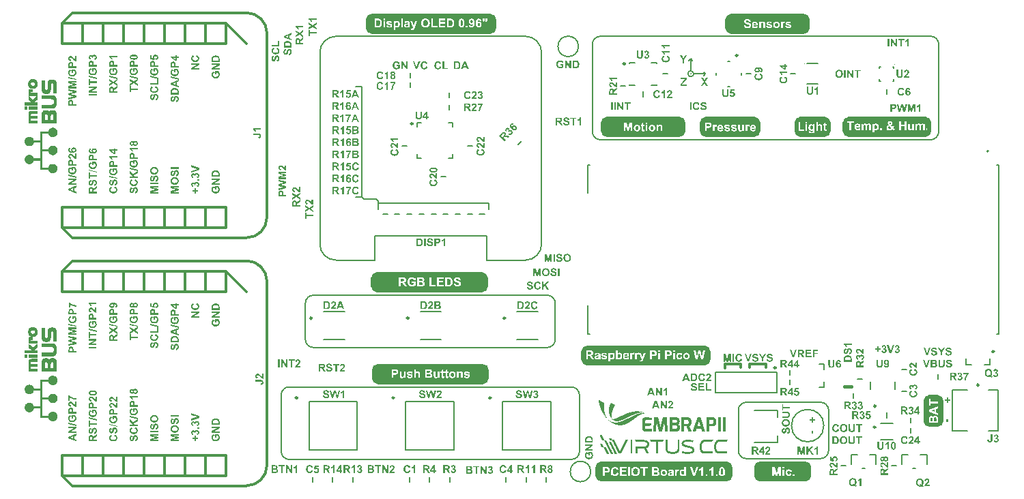
<source format=gbr>
%TF.GenerationSoftware,Altium Limited,Altium Designer,25.5.2 (35)*%
G04 Layer_Color=65535*
%FSLAX45Y45*%
%MOMM*%
%TF.SameCoordinates,71E00EFA-37BE-4E02-AFE8-A08B7019828F*%
%TF.FilePolarity,Positive*%
%TF.FileFunction,Legend,Top*%
%TF.Part,Single*%
G01*
G75*
%TA.AperFunction,NonConductor*%
%ADD80C,0.30000*%
%ADD82C,0.50000*%
%ADD83C,0.20000*%
%ADD84C,0.25000*%
%ADD85C,0.10000*%
%ADD86C,0.30480*%
%ADD87C,0.12700*%
%ADD88C,0.01109*%
%ADD89C,0.40000*%
G36*
X7642332Y1093325D02*
X7642561Y1092866D01*
X7644281Y1092522D01*
X7644853Y1091719D01*
X7646458Y1091490D01*
X7646688Y1091032D01*
X7648408Y1089313D01*
X7649783Y1089082D01*
X7650127Y1088739D01*
X7650241Y1088396D01*
X7651846Y1088166D01*
X7652190Y1087822D01*
X7652420Y1087364D01*
X7653337Y1086676D01*
X7653566Y1086217D01*
X7655286Y1085873D01*
X7655859Y1085071D01*
X7657578Y1084727D01*
X7658152Y1083924D01*
X7658610Y1083695D01*
X7658839Y1083236D01*
X7659183Y1082893D01*
X7660788Y1082664D01*
X7661247Y1081747D01*
X7662851Y1081517D01*
X7664342Y1080027D01*
X7664571Y1079569D01*
X7666290Y1079224D01*
X7666864Y1078422D01*
X7668583Y1078078D01*
X7669042Y1077391D01*
X7669501Y1077161D01*
X7669844Y1076818D01*
X7670074Y1076358D01*
X7671793Y1076015D01*
X7672366Y1075212D01*
X7673971Y1074983D01*
X7674200Y1074525D01*
X7675920Y1072805D01*
X7677296Y1072576D01*
X7677639Y1072232D01*
X7677754Y1071887D01*
X7679359Y1071659D01*
X7679702Y1071315D01*
X7679932Y1070856D01*
X7680735Y1070283D01*
X7681193Y1069595D01*
X7682798Y1069366D01*
X7683371Y1068564D01*
X7685091Y1068220D01*
X7685664Y1067417D01*
X7686123Y1067187D01*
X7686352Y1066729D01*
X7686695Y1066385D01*
X7688300Y1066156D01*
X7688759Y1065239D01*
X7690364Y1065010D01*
X7691854Y1063519D01*
X7691969Y1063176D01*
X7692427Y1062947D01*
X7693001Y1062373D01*
X7692771Y1061226D01*
X7689561Y1058017D01*
X7689332Y1056642D01*
X7688988Y1056297D01*
X7688645Y1056183D01*
X7688415Y1055724D01*
X7687842Y1055151D01*
X7687498Y1055036D01*
X7687269Y1054349D01*
X7687498Y1053661D01*
X7686925Y1053088D01*
X7686466Y1052858D01*
X7685893Y1052056D01*
X7685205Y1051597D01*
X7684976Y1049992D01*
X7684059Y1049305D01*
X7683830Y1048847D01*
X7682912Y1048158D01*
X7682683Y1046554D01*
X7681766Y1045866D01*
X7681996Y1044949D01*
X7681652Y1044375D01*
X7680849Y1044032D01*
X7680620Y1042427D01*
X7679130Y1040937D01*
X7678671Y1040707D01*
X7678327Y1038987D01*
X7677983Y1038644D01*
X7677525Y1038414D01*
X7677181Y1036695D01*
X7676493Y1036237D01*
X7676378Y1035663D01*
X7676493Y1035090D01*
X7676149Y1034517D01*
X7675690Y1034288D01*
X7675347Y1033944D01*
X7675117Y1032339D01*
X7674200Y1031880D01*
X7673971Y1030276D01*
X7673627Y1029931D01*
X7673169Y1029702D01*
X7672939Y1026951D01*
X7671908Y1026149D01*
X7671679Y1024544D01*
X7670990Y1024085D01*
X7670876Y1023512D01*
X7670990Y1022939D01*
X7670646Y1022365D01*
X7669844Y1022022D01*
X7669615Y1020417D01*
X7669271Y1020073D01*
X7668812Y1019844D01*
X7668583Y1017092D01*
X7667552Y1016290D01*
X7667322Y1014684D01*
X7666520Y1014112D01*
X7666405Y1012851D01*
X7666634Y1012163D01*
X7665832Y1011132D01*
X7665488Y1011017D01*
X7665259Y1010329D01*
X7665488Y1009641D01*
X7664915Y1009067D01*
X7664456Y1008838D01*
X7664112Y1007807D01*
X7664341Y1007119D01*
X7664112Y1005973D01*
X7663195Y1005285D01*
X7662966Y1002763D01*
X7662622Y1002419D01*
X7662163Y1002190D01*
X7661934Y999438D01*
X7660903Y998636D01*
X7661017Y996458D01*
X7660788Y996000D01*
X7660330Y995770D01*
X7659756Y995197D01*
X7659985Y993133D01*
X7659412Y992561D01*
X7658954Y992331D01*
X7658610Y991299D01*
X7658839Y990612D01*
X7658610Y989465D01*
X7657807Y988892D01*
X7657578Y986370D01*
X7657120Y985912D01*
X7656662Y985682D01*
X7656432Y981785D01*
X7655400Y980982D01*
X7655515Y979034D01*
X7654942Y978231D01*
X7654483Y978002D01*
X7654254Y977085D01*
X7654483Y976168D01*
X7654368Y975594D01*
X7654483Y974563D01*
X7654139Y973989D01*
X7653680Y973760D01*
X7653337Y973416D01*
X7653107Y969748D01*
X7652764Y969404D01*
X7652305Y969175D01*
X7652076Y965277D01*
X7651617Y965048D01*
X7651044Y964475D01*
X7650815Y959660D01*
X7650013Y959087D01*
X7649898Y955533D01*
X7650127Y954845D01*
X7649553Y954043D01*
X7649095Y953814D01*
X7648751Y952782D01*
X7648980Y951865D01*
X7648866Y948082D01*
X7648980Y947050D01*
X7648637Y946477D01*
X7648178Y946248D01*
X7647834Y945904D01*
X7647604Y937879D01*
X7647261Y937535D01*
X7646802Y937306D01*
X7646688Y914952D01*
X7647261Y914379D01*
X7647605Y914265D01*
X7647834Y913347D01*
X7647949Y907960D01*
X7648751Y907616D01*
X7648980Y906699D01*
X7648751Y905323D01*
X7649324Y904521D01*
X7649783Y904291D01*
X7650127Y903259D01*
X7649898Y902572D01*
X7650127Y901425D01*
X7650929Y900851D01*
X7651158Y899477D01*
X7652764Y897872D01*
X7653107Y897757D01*
X7653566Y895923D01*
X7653910Y895579D01*
X7654254Y895465D01*
X7654483Y895006D01*
X7655056Y894433D01*
X7655400Y894318D01*
X7655630Y893860D01*
X7655973Y893516D01*
X7657464Y893401D01*
X7657693Y892943D01*
X7659413Y891223D01*
X7661361Y891337D01*
X7662049Y890879D01*
X7662278Y890420D01*
X7663310Y890077D01*
X7663997Y890306D01*
X7674659Y890191D01*
X7675117Y890421D01*
X7675347Y890879D01*
X7675690Y891223D01*
X7676608Y891452D01*
X7677296Y891223D01*
X7679359Y891452D01*
X7679702Y891796D01*
X7679932Y892255D01*
X7683601Y892484D01*
X7684632Y893516D01*
X7687154Y893745D01*
X7687498Y894089D01*
X7687727Y894548D01*
X7689447Y894662D01*
X7689676Y894432D01*
X7690708Y895006D01*
X7690937Y895464D01*
X7691281Y895808D01*
X7693230Y895694D01*
X7694033Y896267D01*
X7694262Y896725D01*
X7695178Y896955D01*
X7696095Y896725D01*
X7697013Y896955D01*
X7697356Y897298D01*
X7697586Y897757D01*
X7699305Y898101D01*
X7699879Y898903D01*
X7702400Y899133D01*
X7702859Y899591D01*
X7703088Y900050D01*
X7704808Y900394D01*
X7705496Y901310D01*
X7707674Y901196D01*
X7708132Y901425D01*
X7708361Y901884D01*
X7708705Y902228D01*
X7710310Y902457D01*
X7710769Y903374D01*
X7712373Y903604D01*
X7712718Y903947D01*
X7712947Y904406D01*
X7714667Y904750D01*
X7715010Y905094D01*
X7715240Y905552D01*
X7716959Y905667D01*
X7717189Y905438D01*
X7718220Y906011D01*
X7718449Y906470D01*
X7718793Y906813D01*
X7720284Y906928D01*
X7720627Y907730D01*
X7722232Y907960D01*
X7722576Y908303D01*
X7722806Y908762D01*
X7724525Y909106D01*
X7724869Y909450D01*
X7725099Y909909D01*
X7726818Y910252D01*
X7727391Y911054D01*
X7729110Y911398D01*
X7729684Y912201D01*
X7730945Y912316D01*
X7731633Y912086D01*
X7732664Y912889D01*
X7732779Y913233D01*
X7734383Y913462D01*
X7734727Y913806D01*
X7734957Y914265D01*
X7736676Y914609D01*
X7737249Y915411D01*
X7738969Y915755D01*
X7739543Y916557D01*
X7741147Y916787D01*
X7741491Y917589D01*
X7743325Y918047D01*
X7743670Y918391D01*
X7743784Y918735D01*
X7745389Y918965D01*
X7745733Y919309D01*
X7745962Y919767D01*
X7747681Y920111D01*
X7748255Y920913D01*
X7749974Y921257D01*
X7750547Y922060D01*
X7752152Y922288D01*
X7752496Y923092D01*
X7754330Y923550D01*
X7754674Y923894D01*
X7754789Y924238D01*
X7755705Y924467D01*
X7756623Y924238D01*
X7757540Y924468D01*
X7757884Y924811D01*
X7758113Y925269D01*
X7759833Y925614D01*
X7760521Y926530D01*
X7762011Y926645D01*
X7762241Y927104D01*
X7762813Y927677D01*
X7764189Y927906D01*
X7764533Y928250D01*
X7764762Y928708D01*
X7766482Y929052D01*
X7766940Y929740D01*
X7768545Y929970D01*
X7768889Y930314D01*
X7769118Y930772D01*
X7770838Y931116D01*
X7771411Y931918D01*
X7773016Y932147D01*
X7773245Y932606D01*
X7773819Y933179D01*
X7775194Y933409D01*
X7775538Y933753D01*
X7775767Y934211D01*
X7777487Y934555D01*
X7777945Y935243D01*
X7778862Y935472D01*
X7779779Y935243D01*
X7780696Y935472D01*
X7781270Y936275D01*
X7782645Y936504D01*
X7783333Y937191D01*
X7783448Y937535D01*
X7785053Y937764D01*
X7785396Y938109D01*
X7785626Y938567D01*
X7787345Y938911D01*
X7787918Y939714D01*
X7789638Y940057D01*
X7790096Y940745D01*
X7791702Y940974D01*
X7792390Y941891D01*
X7794911Y942121D01*
X7795255Y942465D01*
X7795484Y942923D01*
X7797204Y943267D01*
X7797548Y943611D01*
X7797777Y944070D01*
X7799497Y944414D01*
X7800069Y945216D01*
X7801675Y945445D01*
X7801903Y945904D01*
X7802248Y946248D01*
X7803165Y946477D01*
X7803853Y946248D01*
X7804770Y946477D01*
X7805114Y946821D01*
X7805343Y947280D01*
X7807063Y947623D01*
X7807406Y947968D01*
X7807636Y948426D01*
X7809355Y948770D01*
X7810043Y949687D01*
X7811648Y949916D01*
X7812336Y950833D01*
X7814284Y950718D01*
X7815087Y951291D01*
X7815316Y951750D01*
X7816921Y951980D01*
X7817265Y952323D01*
X7817494Y952782D01*
X7820245Y953011D01*
X7821048Y954043D01*
X7822538Y954158D01*
X7822883Y954960D01*
X7824717Y955419D01*
X7825060Y955762D01*
X7825175Y956106D01*
X7826092Y956336D01*
X7827468Y956106D01*
X7828270Y956680D01*
X7828499Y957138D01*
X7829875Y957367D01*
X7830333Y957597D01*
X7830563Y958055D01*
X7830907Y958399D01*
X7833429Y958629D01*
X7833772Y958972D01*
X7834002Y959430D01*
X7836753Y959660D01*
X7837556Y960692D01*
X7839046Y960807D01*
X7839275Y961265D01*
X7839848Y961838D01*
X7841797Y961724D01*
X7842600Y962297D01*
X7842829Y962755D01*
X7843746Y962984D01*
X7844663Y962755D01*
X7845580Y962984D01*
X7845924Y963329D01*
X7846153Y963787D01*
X7847873Y964131D01*
X7848446Y964933D01*
X7850968Y965163D01*
X7851427Y965621D01*
X7851656Y966080D01*
X7853375Y966195D01*
X7853605Y965965D01*
X7854636Y966538D01*
X7854865Y966997D01*
X7855209Y967341D01*
X7857387Y967226D01*
X7858075Y967914D01*
X7858190Y968258D01*
X7859107Y968487D01*
X7860024Y968258D01*
X7860941Y968487D01*
X7861285Y968831D01*
X7861514Y969289D01*
X7864265Y969519D01*
X7865068Y970551D01*
X7867590Y970780D01*
X7867933Y971124D01*
X7868163Y971581D01*
X7869883Y971697D01*
X7870112Y971467D01*
X7871144Y972040D01*
X7871373Y972499D01*
X7871717Y972843D01*
X7873895Y972729D01*
X7874583Y973416D01*
X7874697Y973760D01*
X7875614Y973989D01*
X7876531Y973760D01*
X7878595Y973989D01*
X7879283Y974907D01*
X7881805Y975136D01*
X7882378Y975709D01*
X7882492Y976053D01*
X7886390Y976282D01*
X7886963Y977085D01*
X7890632Y977314D01*
X7891090Y977772D01*
X7891205Y978116D01*
X7892122Y978346D01*
X7894758Y978231D01*
X7895217Y978460D01*
X7895446Y978919D01*
X7896019Y979492D01*
X7898312Y979263D01*
X7899458Y979492D01*
X7899803Y979836D01*
X7900032Y980294D01*
X7904847Y980524D01*
X7905305Y980982D01*
X7905534Y981441D01*
X7909431Y981670D01*
X7910234Y982702D01*
X7916081Y982816D01*
X7916310Y983275D01*
X7916883Y983848D01*
X7921125Y983733D01*
X7921812Y984192D01*
X7922042Y984651D01*
X7923074Y984994D01*
X7923761Y984765D01*
X7929263Y984994D01*
X7929837Y985797D01*
X7937861Y986026D01*
X7938320Y986485D01*
X7938550Y986943D01*
X7952305Y987172D01*
X7953108Y988204D01*
X7977640Y987975D01*
X7977983Y987631D01*
X7978213Y987173D01*
X7990823Y986944D01*
X7991625Y985912D01*
X7999649Y985682D01*
X7999994Y985339D01*
X8000109Y984994D01*
X8001025Y984766D01*
X8004807Y984880D01*
X8005267Y984651D01*
X8005495Y984192D01*
X8006069Y983619D01*
X8008362Y983848D01*
X8010655Y983619D01*
X8011228Y982816D01*
X8016042Y982587D01*
X8016501Y982129D01*
X8016730Y981670D01*
X8020398Y981441D01*
X8020857Y980982D01*
X8021087Y980524D01*
X8023838Y980294D01*
X8024640Y979263D01*
X8026818Y979378D01*
X8027277Y979148D01*
X8027506Y978690D01*
X8028079Y978116D01*
X8030143Y978346D01*
X8030716Y977772D01*
X8030945Y977314D01*
X8031862Y977085D01*
X8033582Y977199D01*
X8033926Y976855D01*
X8034154Y976397D01*
X8034499Y976053D01*
X8037021Y975824D01*
X8037365Y975480D01*
X8037594Y975021D01*
X8040345Y974792D01*
X8041147Y973760D01*
X8042753Y973531D01*
X8043211Y972843D01*
X8044128Y972614D01*
X8044816Y972843D01*
X8045733Y972614D01*
X8046306Y972040D01*
X8046421Y971697D01*
X8048026Y971467D01*
X8048369Y971123D01*
X8048599Y970665D01*
X8050319Y970321D01*
X8050891Y969519D01*
X8052611Y969175D01*
X8053184Y968372D01*
X8054790Y968143D01*
X8055133Y967340D01*
X8055821Y967111D01*
X8056509Y967341D01*
X8057311Y966538D01*
X8057426Y966194D01*
X8059031Y965965D01*
X8059375Y965621D01*
X8059603Y965162D01*
X8061323Y964819D01*
X8061782Y964131D01*
X8063616Y963672D01*
X8064074Y962984D01*
X8064877Y962870D01*
X8064992Y962984D01*
X8066253Y961953D01*
X8066940Y961494D01*
X8066712Y960577D01*
X8065680Y960462D01*
X8064877Y961036D01*
X8064762Y961379D01*
X8062929Y961838D01*
X8062699Y962297D01*
X8062584Y962411D01*
X8062240Y962755D01*
X8061209Y962870D01*
X8059948Y962755D01*
X8059145Y963558D01*
X8059031Y963902D01*
X8057426Y964131D01*
X8057082Y964475D01*
X8056853Y964934D01*
X8054101Y965163D01*
X8053299Y966194D01*
X8051350Y966080D01*
X8050548Y966653D01*
X8050318Y967111D01*
X8049401Y967341D01*
X8048026Y967111D01*
X8047223Y967684D01*
X8046994Y968143D01*
X8045962Y968487D01*
X8045274Y968258D01*
X8043211Y968487D01*
X8042638Y969060D01*
X8042523Y969404D01*
X8037479Y969633D01*
X8036791Y970551D01*
X8030831Y970780D01*
X8030257Y971582D01*
X8004923Y971697D01*
X8004350Y971353D01*
X8004121Y970894D01*
X8003776Y970551D01*
X7995752Y970321D01*
X7995408Y969977D01*
X7995179Y969519D01*
X7989218Y969289D01*
X7988759Y968831D01*
X7988530Y968372D01*
X7984976Y968258D01*
X7984288Y968487D01*
X7983257Y967685D01*
X7983143Y967341D01*
X7982225Y967111D01*
X7981308Y967340D01*
X7979245Y967111D01*
X7978671Y966309D01*
X7975003Y966080D01*
X7974545Y965621D01*
X7974315Y965163D01*
X7970418Y964934D01*
X7970188Y964475D01*
X7969615Y963902D01*
X7965947Y963672D01*
X7965373Y962870D01*
X7964113Y962755D01*
X7963425Y962984D01*
X7962622Y962641D01*
X7962394Y962182D01*
X7961820Y961609D01*
X7959757Y961838D01*
X7959183Y961265D01*
X7958954Y960807D01*
X7958037Y960577D01*
X7956317Y960691D01*
X7955974Y960348D01*
X7955745Y959889D01*
X7955401Y959546D01*
X7952878Y959317D01*
X7952535Y958972D01*
X7952306Y958514D01*
X7949554Y958284D01*
X7948752Y957253D01*
X7946573Y957367D01*
X7946115Y957138D01*
X7945771Y956336D01*
X7944166Y956106D01*
X7943593Y955533D01*
X7943478Y955189D01*
X7942447Y955075D01*
X7940956Y955190D01*
X7940613Y954845D01*
X7940383Y954387D01*
X7940039Y954043D01*
X7937403Y953928D01*
X7937174Y953470D01*
X7936600Y952896D01*
X7935225Y952668D01*
X7934880Y952323D01*
X7934766Y951980D01*
X7933849Y951750D01*
X7932473Y951980D01*
X7931671Y951406D01*
X7931442Y950948D01*
X7929722Y950604D01*
X7929034Y949687D01*
X7928232Y949572D01*
X7926742Y949687D01*
X7926169Y949114D01*
X7925939Y948655D01*
X7924220Y948311D01*
X7923876Y947967D01*
X7923646Y947509D01*
X7921927Y947165D01*
X7921239Y946248D01*
X7919061Y946363D01*
X7918603Y946133D01*
X7918258Y945331D01*
X7916654Y945101D01*
X7916310Y944757D01*
X7916081Y944299D01*
X7914361Y943955D01*
X7914017Y943611D01*
X7913788Y943152D01*
X7912068Y942809D01*
X7911495Y942006D01*
X7908744Y941777D01*
X7908400Y940974D01*
X7906566Y940516D01*
X7906222Y940172D01*
X7906107Y939828D01*
X7904503Y939599D01*
X7904158Y939255D01*
X7903929Y938796D01*
X7902210Y938453D01*
X7901522Y937535D01*
X7899917Y937306D01*
X7899229Y936389D01*
X7896707Y936160D01*
X7896363Y935816D01*
X7896249Y935472D01*
X7894414Y935013D01*
X7893956Y934326D01*
X7892352Y934096D01*
X7892008Y933752D01*
X7891778Y933294D01*
X7890058Y932950D01*
X7889485Y932148D01*
X7887880Y931918D01*
X7887651Y931459D01*
X7887078Y930887D01*
X7885702Y930658D01*
X7885359Y930314D01*
X7885129Y929855D01*
X7883409Y929511D01*
X7882951Y928823D01*
X7881346Y928594D01*
X7881002Y928250D01*
X7880773Y927791D01*
X7879053Y927448D01*
X7878480Y926645D01*
X7876875Y926416D01*
X7876646Y925958D01*
X7876073Y925383D01*
X7874697Y925155D01*
X7874354Y924811D01*
X7874124Y924352D01*
X7872404Y924009D01*
X7871946Y923321D01*
X7870341Y923092D01*
X7869997Y922748D01*
X7869768Y922288D01*
X7868049Y921945D01*
X7867361Y921028D01*
X7865871Y920913D01*
X7865641Y920455D01*
X7865068Y919882D01*
X7863692Y919652D01*
X7863348Y919308D01*
X7863119Y918850D01*
X7861399Y918506D01*
X7860941Y917818D01*
X7859336Y917589D01*
X7858992Y917245D01*
X7858763Y916786D01*
X7857044Y916443D01*
X7856470Y915640D01*
X7854865Y915411D01*
X7854636Y914952D01*
X7854292Y914379D01*
X7852687Y914150D01*
X7852343Y913806D01*
X7852229Y913462D01*
X7851312Y913233D01*
X7849936Y913462D01*
X7849134Y912889D01*
X7848904Y912430D01*
X7847529Y912201D01*
X7847070Y911972D01*
X7846841Y911513D01*
X7846497Y911169D01*
X7844892Y910940D01*
X7844434Y910023D01*
X7842829Y909794D01*
X7842485Y909450D01*
X7842255Y908991D01*
X7840536Y908647D01*
X7839963Y907845D01*
X7838243Y907501D01*
X7837785Y906813D01*
X7836180Y906584D01*
X7835607Y905782D01*
X7834231Y905552D01*
X7833772Y905323D01*
X7833429Y904521D01*
X7831824Y904291D01*
X7831480Y903947D01*
X7831250Y903488D01*
X7829531Y903145D01*
X7828958Y902343D01*
X7827239Y901999D01*
X7826780Y901311D01*
X7825174Y901081D01*
X7824602Y900279D01*
X7823226Y900050D01*
X7822538Y899362D01*
X7822424Y899019D01*
X7820819Y898789D01*
X7820475Y898445D01*
X7820245Y897986D01*
X7818526Y897642D01*
X7817953Y896840D01*
X7816233Y896497D01*
X7815775Y895808D01*
X7814858Y895579D01*
X7813941Y895808D01*
X7813023Y895579D01*
X7812565Y894662D01*
X7810961Y894433D01*
X7810616Y894089D01*
X7810387Y893630D01*
X7808667Y893286D01*
X7808324Y892943D01*
X7808094Y892484D01*
X7806374Y892140D01*
X7805686Y891223D01*
X7804197Y891109D01*
X7803968Y890650D01*
X7803623Y890306D01*
X7802018Y890077D01*
X7801560Y889160D01*
X7800528Y889045D01*
X7799038Y889160D01*
X7798465Y888586D01*
X7798235Y888128D01*
X7796516Y887784D01*
X7795943Y886981D01*
X7794223Y886638D01*
X7793650Y885835D01*
X7792389Y885721D01*
X7791701Y885949D01*
X7790669Y885147D01*
X7790555Y884803D01*
X7788950Y884574D01*
X7788606Y884230D01*
X7788377Y883772D01*
X7786658Y883427D01*
X7785970Y882511D01*
X7783448Y882281D01*
X7783104Y881938D01*
X7782874Y881479D01*
X7781155Y881135D01*
X7780811Y880791D01*
X7780696Y880447D01*
X7779779Y880218D01*
X7778404Y880447D01*
X7777602Y879874D01*
X7777371Y879415D01*
X7775997Y879186D01*
X7775538Y878956D01*
X7775308Y878499D01*
X7774965Y878154D01*
X7774162Y878040D01*
X7772672Y878155D01*
X7772099Y877581D01*
X7771869Y877122D01*
X7769118Y876894D01*
X7768316Y875862D01*
X7765679Y875747D01*
X7765335Y874945D01*
X7763501Y874486D01*
X7763157Y874142D01*
X7763042Y873798D01*
X7762126Y873569D01*
X7761209Y873798D01*
X7760292Y873569D01*
X7759947Y873225D01*
X7759718Y872767D01*
X7758801Y872537D01*
X7757311Y872652D01*
X7756509Y871849D01*
X7756394Y871505D01*
X7752496Y871276D01*
X7751808Y870359D01*
X7749172Y870245D01*
X7748828Y869442D01*
X7747911Y869213D01*
X7745274Y869327D01*
X7744586Y868869D01*
X7744357Y868411D01*
X7743325Y868067D01*
X7742408Y868296D01*
X7741720Y868066D01*
X7741147Y867493D01*
X7741033Y867149D01*
X7735989Y866920D01*
X7735415Y866118D01*
X7731747Y865889D01*
X7731289Y865430D01*
X7731059Y864971D01*
X7725098Y864742D01*
X7724296Y863710D01*
X7704120Y863940D01*
X7703547Y864742D01*
X7698732Y864971D01*
X7697930Y866003D01*
X7694261Y866232D01*
X7693917Y866576D01*
X7693688Y867035D01*
X7691969Y867150D01*
X7691740Y866921D01*
X7690708Y867493D01*
X7690478Y867952D01*
X7690135Y868296D01*
X7687957Y868181D01*
X7687498Y868411D01*
X7687154Y869213D01*
X7685549Y869442D01*
X7685205Y869786D01*
X7684976Y870245D01*
X7683257Y870588D01*
X7682912Y870932D01*
X7682683Y871391D01*
X7680964Y871735D01*
X7680390Y872537D01*
X7678671Y872882D01*
X7678098Y873684D01*
X7676493Y873913D01*
X7676149Y874715D01*
X7674544Y874945D01*
X7673971Y875518D01*
X7673856Y875862D01*
X7673398Y876091D01*
X7673054Y876435D01*
X7672824Y876894D01*
X7671105Y877237D01*
X7670761Y877581D01*
X7670532Y878040D01*
X7669844Y878499D01*
X7669615Y878956D01*
X7668812Y879530D01*
X7668354Y880218D01*
X7666749Y880447D01*
X7666405Y880791D01*
X7666176Y881250D01*
X7665488Y881708D01*
X7665259Y882167D01*
X7664915Y882511D01*
X7664456Y882740D01*
X7663883Y883542D01*
X7662278Y883772D01*
X7662049Y884230D01*
X7649324Y896954D01*
X7648981Y897069D01*
X7648751Y897757D01*
X7648981Y898445D01*
X7648408Y899019D01*
X7647949Y899247D01*
X7647376Y900050D01*
X7646688Y900508D01*
X7646458Y900967D01*
X7646115Y901311D01*
X7645656Y901540D01*
X7645083Y902343D01*
X7644395Y902801D01*
X7644166Y904406D01*
X7643363Y904979D01*
X7642905Y905667D01*
X7642446Y905896D01*
X7641873Y906698D01*
X7641185Y907157D01*
X7640957Y908762D01*
X7640154Y909335D01*
X7639924Y909794D01*
X7639466Y910023D01*
X7638893Y910596D01*
X7638778Y912087D01*
X7638319Y912316D01*
X7637173Y913462D01*
X7636829Y913577D01*
X7636600Y915181D01*
X7636256Y915526D01*
X7635798Y915755D01*
X7635454Y917475D01*
X7635110Y917818D01*
X7634651Y918047D01*
X7634307Y919767D01*
X7633505Y920340D01*
X7633046Y921028D01*
X7632587Y921257D01*
X7632244Y921831D01*
X7632473Y922518D01*
X7632130Y923092D01*
X7631671Y923321D01*
X7631327Y923664D01*
X7631098Y925269D01*
X7630180Y925728D01*
X7629951Y927333D01*
X7629607Y927677D01*
X7629149Y927906D01*
X7628805Y929626D01*
X7628002Y930199D01*
X7627888Y931459D01*
X7628117Y932148D01*
X7627773Y932950D01*
X7627315Y933179D01*
X7626971Y933523D01*
X7626856Y934096D01*
X7626971Y934670D01*
X7626627Y935243D01*
X7625824Y935587D01*
X7625710Y936619D01*
X7625824Y938109D01*
X7625251Y938682D01*
X7624793Y938911D01*
X7624448Y940631D01*
X7623646Y941203D01*
X7623417Y943955D01*
X7622958Y944185D01*
X7622385Y944757D01*
X7622500Y946707D01*
X7622041Y947394D01*
X7621583Y947623D01*
X7621239Y948655D01*
X7621468Y949572D01*
X7621239Y950489D01*
X7620436Y951062D01*
X7620207Y954730D01*
X7619748Y955189D01*
X7619290Y955419D01*
X7619060Y959316D01*
X7618602Y959546D01*
X7618029Y960118D01*
X7617800Y963787D01*
X7616997Y964360D01*
X7616883Y967914D01*
X7617112Y968601D01*
X7616539Y969404D01*
X7616080Y969634D01*
X7615737Y970665D01*
X7615966Y971583D01*
X7615851Y974219D01*
X7615966Y975479D01*
X7615392Y976053D01*
X7614934Y976282D01*
X7614705Y986599D01*
X7614246Y987058D01*
X7613788Y987287D01*
X7613673Y1010788D01*
X7614246Y1011361D01*
X7614705Y1011590D01*
X7614934Y1021907D01*
X7615392Y1022365D01*
X7615736Y1022480D01*
X7615965Y1023397D01*
X7615851Y1024429D01*
X7615965Y1028212D01*
X7615736Y1028899D01*
X7615966Y1029588D01*
X7616309Y1029931D01*
X7616768Y1030161D01*
X7617112Y1031193D01*
X7616883Y1031880D01*
X7617112Y1035090D01*
X7617685Y1035663D01*
X7618029Y1035778D01*
X7618258Y1040822D01*
X7619060Y1041395D01*
X7619290Y1045063D01*
X7620322Y1045866D01*
X7620207Y1047815D01*
X7620436Y1048503D01*
X7620895Y1048732D01*
X7621468Y1049305D01*
X7621354Y1052400D01*
X7621812Y1053088D01*
X7622271Y1053317D01*
X7622614Y1054349D01*
X7622385Y1055036D01*
X7622614Y1056183D01*
X7623532Y1056871D01*
X7623761Y1059393D01*
X7624105Y1059737D01*
X7624563Y1059966D01*
X7624907Y1061685D01*
X7625824Y1062373D01*
X7625710Y1064322D01*
X7625939Y1065010D01*
X7626397Y1065239D01*
X7626971Y1065812D01*
X7626856Y1066844D01*
X7627085Y1067302D01*
X7627888Y1067646D01*
X7628117Y1068564D01*
X7627887Y1069481D01*
X7628117Y1070398D01*
X7628461Y1070741D01*
X7628919Y1070971D01*
X7629263Y1072690D01*
X7630181Y1073378D01*
X7630410Y1074983D01*
X7631327Y1075671D01*
X7631441Y1077161D01*
X7632244Y1077505D01*
X7632473Y1078422D01*
X7632244Y1079798D01*
X7632817Y1080600D01*
X7633275Y1080829D01*
X7633619Y1082549D01*
X7634422Y1083123D01*
X7634881Y1083810D01*
X7635339Y1084039D01*
X7635683Y1084383D01*
X7635912Y1085988D01*
X7636715Y1086561D01*
X7636944Y1088166D01*
X7637746Y1088510D01*
X7637975Y1089428D01*
X7637746Y1089886D01*
X7638319Y1090459D01*
X7638778Y1090687D01*
X7639122Y1092408D01*
X7639466Y1092752D01*
X7639925Y1092981D01*
X7640498Y1093783D01*
X7641759Y1093898D01*
X7642332Y1093325D01*
D02*
G37*
G36*
X7488262Y1130008D02*
X7488491Y1129091D01*
X7490211Y1128747D01*
X7490555Y1128403D01*
X7490670Y1128059D01*
X7491128Y1127830D01*
X7491701Y1127257D01*
X7491816Y1126913D01*
X7493421Y1126684D01*
X7493764Y1126340D01*
X7493994Y1125881D01*
X7495713Y1125537D01*
X7496286Y1124735D01*
X7496974Y1124276D01*
X7497204Y1123818D01*
X7497547Y1123474D01*
X7499038Y1123359D01*
X7499267Y1122901D01*
X7499840Y1122327D01*
X7501216Y1122098D01*
X7501560Y1121754D01*
X7501675Y1121411D01*
X7503279Y1121181D01*
X7503623Y1120837D01*
X7503852Y1120379D01*
X7504655Y1119805D01*
X7505113Y1119118D01*
X7506718Y1118889D01*
X7507406Y1117971D01*
X7509011Y1117742D01*
X7509698Y1116825D01*
X7510157Y1116596D01*
X7510616Y1115908D01*
X7512221Y1115679D01*
X7512679Y1114762D01*
X7514284Y1114533D01*
X7514628Y1114188D01*
X7514857Y1113730D01*
X7516577Y1113386D01*
X7516921Y1113042D01*
X7517036Y1112698D01*
X7517494Y1112469D01*
X7518067Y1111896D01*
X7518296Y1111437D01*
X7520016Y1111093D01*
X7520474Y1110405D01*
X7522079Y1110176D01*
X7522653Y1109374D01*
X7522996Y1109030D01*
X7523340Y1108915D01*
X7523570Y1108457D01*
X7523913Y1108113D01*
X7525518Y1107883D01*
X7526092Y1107081D01*
X7527467Y1106852D01*
X7529072Y1105247D01*
X7529187Y1104903D01*
X7530792Y1104674D01*
X7531136Y1104330D01*
X7531365Y1103871D01*
X7533084Y1103527D01*
X7533428Y1103184D01*
X7533658Y1102724D01*
X7535377Y1102381D01*
X7535950Y1101578D01*
X7536638Y1101120D01*
X7536867Y1100661D01*
X7537211Y1100317D01*
X7538701Y1100203D01*
X7539045Y1099401D01*
X7540650Y1099171D01*
X7542370Y1097451D01*
X7542484Y1097108D01*
X7544089Y1096879D01*
X7544433Y1096535D01*
X7544662Y1096076D01*
X7546382Y1095732D01*
X7546955Y1094929D01*
X7548675Y1094586D01*
X7549248Y1093783D01*
X7549707Y1093553D01*
X7549936Y1093095D01*
X7550280Y1092752D01*
X7551885Y1092522D01*
X7552343Y1091605D01*
X7553948Y1091376D01*
X7554865Y1090459D01*
X7555209Y1090344D01*
X7555323Y1089771D01*
X7554864Y1089313D01*
X7554407Y1089083D01*
X7554063Y1088510D01*
X7554292Y1087822D01*
X7554063Y1065354D01*
X7553260Y1064781D01*
X7553146Y1044719D01*
X7553489Y1044376D01*
X7553948Y1044146D01*
X7554292Y1043802D01*
X7554521Y1022481D01*
X7554865Y1022136D01*
X7555323Y1021907D01*
X7555438Y1011705D01*
X7555209Y1011017D01*
X7555782Y1010214D01*
X7556241Y1009985D01*
X7556584Y1008954D01*
X7556355Y1008265D01*
X7556585Y1001616D01*
X7557387Y1001043D01*
X7557617Y994165D01*
X7557845Y993707D01*
X7558303Y993477D01*
X7558648Y993133D01*
X7558877Y987173D01*
X7559680Y986599D01*
X7559909Y980638D01*
X7560368Y980409D01*
X7560941Y979836D01*
X7560826Y976741D01*
X7561285Y976053D01*
X7561743Y975824D01*
X7562087Y974792D01*
X7561858Y974104D01*
X7562087Y970894D01*
X7562431Y970551D01*
X7562890Y970321D01*
X7563119Y966653D01*
X7563348Y966194D01*
X7563807Y965965D01*
X7564150Y965621D01*
X7564380Y961953D01*
X7565182Y961379D01*
X7565297Y961265D01*
X7565297Y961036D01*
X7565412Y958628D01*
X7565870Y958399D01*
X7566443Y957826D01*
X7566329Y955877D01*
X7566786Y955189D01*
X7567246Y954960D01*
X7567590Y953928D01*
X7567361Y953240D01*
X7567590Y950948D01*
X7568392Y950375D01*
X7568621Y947853D01*
X7569080Y947394D01*
X7569539Y947165D01*
X7569882Y945445D01*
X7570799Y944757D01*
X7570914Y942121D01*
X7571372Y941892D01*
X7571946Y941318D01*
X7571831Y939370D01*
X7572290Y938682D01*
X7572748Y938453D01*
X7573092Y936733D01*
X7573436Y936389D01*
X7573894Y936159D01*
X7574124Y933409D01*
X7575156Y932606D01*
X7575270Y931115D01*
X7576301Y930543D01*
X7576531Y928938D01*
X7576875Y928594D01*
X7577334Y928365D01*
X7577448Y927562D01*
X7577219Y927333D01*
X7577792Y926530D01*
X7578251Y926302D01*
X7578595Y924582D01*
X7579397Y924009D01*
X7579741Y922289D01*
X7580543Y921716D01*
X7580772Y920111D01*
X7581804Y919538D01*
X7582034Y917933D01*
X7582377Y917589D01*
X7582836Y917360D01*
X7582951Y916557D01*
X7582721Y916328D01*
X7583294Y915526D01*
X7583753Y915296D01*
X7584097Y913577D01*
X7584899Y913004D01*
X7585244Y912660D01*
X7585358Y912316D01*
X7585816Y912087D01*
X7586160Y911743D01*
X7586389Y910138D01*
X7587192Y909564D01*
X7587422Y908189D01*
X7589027Y906584D01*
X7589370Y906470D01*
X7589600Y904865D01*
X7589943Y904520D01*
X7590402Y904291D01*
X7590975Y903489D01*
X7591663Y903030D01*
X7591892Y902572D01*
X7592236Y902228D01*
X7592695Y901999D01*
X7593039Y900279D01*
X7593841Y899706D01*
X7594299Y899018D01*
X7594758Y898788D01*
X7595332Y897987D01*
X7596019Y897528D01*
X7596248Y895923D01*
X7597051Y895350D01*
X7597510Y894662D01*
X7597968Y894433D01*
X7598312Y894089D01*
X7598541Y893631D01*
X7599344Y893057D01*
X7599573Y892598D01*
X7600031Y892369D01*
X7600604Y891796D01*
X7600719Y891452D01*
X7601178Y891223D01*
X7601521Y890879D01*
X7601751Y889274D01*
X7603126Y888127D01*
X7610463Y880791D01*
X7610578Y880447D01*
X7612412Y879989D01*
X7612870Y879301D01*
X7613329Y879072D01*
X7613673Y878727D01*
X7613902Y878270D01*
X7614705Y877696D01*
X7615163Y877008D01*
X7615622Y876779D01*
X7615966Y876435D01*
X7616195Y875976D01*
X7616997Y875403D01*
X7617455Y874715D01*
X7619061Y874486D01*
X7619519Y873799D01*
X7619977Y873569D01*
X7620322Y873225D01*
X7620551Y872767D01*
X7622270Y872423D01*
X7622844Y871620D01*
X7623188Y871276D01*
X7623532Y871162D01*
X7623760Y870703D01*
X7624105Y870359D01*
X7624563Y870130D01*
X7625136Y869327D01*
X7626741Y869098D01*
X7627085Y868296D01*
X7628690Y868067D01*
X7630181Y866576D01*
X7630410Y866117D01*
X7632129Y865774D01*
X7632473Y865430D01*
X7632702Y864971D01*
X7634422Y864627D01*
X7634995Y863825D01*
X7636715Y863481D01*
X7637172Y862793D01*
X7638778Y862564D01*
X7639236Y861647D01*
X7640841Y861417D01*
X7641185Y861074D01*
X7641415Y860615D01*
X7644166Y860386D01*
X7644968Y859354D01*
X7646573Y859125D01*
X7647147Y858323D01*
X7648408Y858208D01*
X7649095Y858437D01*
X7649554Y858208D01*
X7650127Y857635D01*
X7650241Y857291D01*
X7651158Y857062D01*
X7652076Y857291D01*
X7652993Y857062D01*
X7653337Y856718D01*
X7653566Y856259D01*
X7654483Y856030D01*
X7655973Y856145D01*
X7657120Y854998D01*
X7659642Y854769D01*
X7659985Y854425D01*
X7660215Y853966D01*
X7664112Y853737D01*
X7664342Y853278D01*
X7664915Y852706D01*
X7669156Y852819D01*
X7669615Y852591D01*
X7669844Y852132D01*
X7670188Y851788D01*
X7671105Y851559D01*
X7671793Y851788D01*
X7676149Y851559D01*
X7676722Y850756D01*
X7688186Y850527D01*
X7688988Y849496D01*
X7709164Y849725D01*
X7709508Y850069D01*
X7709737Y850527D01*
X7722347Y850756D01*
X7723149Y851788D01*
X7729684Y851674D01*
X7730142Y851903D01*
X7730372Y852361D01*
X7730716Y852705D01*
X7731633Y852935D01*
X7732321Y852705D01*
X7736676Y852935D01*
X7737249Y853737D01*
X7742065Y853966D01*
X7742867Y854998D01*
X7746535Y855227D01*
X7746879Y855571D01*
X7747108Y856030D01*
X7751006Y856259D01*
X7751808Y857291D01*
X7753757Y857176D01*
X7754560Y857749D01*
X7754789Y858208D01*
X7755706Y858438D01*
X7756623Y858208D01*
X7757540Y858438D01*
X7757884Y858781D01*
X7758113Y859240D01*
X7760635Y859469D01*
X7761667Y860501D01*
X7764189Y860730D01*
X7764533Y861074D01*
X7764762Y861533D01*
X7766482Y861647D01*
X7766711Y861418D01*
X7767743Y861991D01*
X7767972Y862449D01*
X7768316Y862793D01*
X7769806Y862908D01*
X7770150Y863710D01*
X7771067Y863940D01*
X7771984Y863710D01*
X7772901Y863940D01*
X7773245Y864284D01*
X7773474Y864742D01*
X7776226Y864971D01*
X7777028Y866003D01*
X7778519Y866118D01*
X7778748Y866576D01*
X7779321Y867150D01*
X7781040Y867035D01*
X7781842Y867379D01*
X7782416Y868181D01*
X7784136Y868525D01*
X7784594Y869213D01*
X7786199Y869442D01*
X7786887Y870359D01*
X7789409Y870588D01*
X7789753Y870932D01*
X7789982Y871391D01*
X7791701Y871735D01*
X7792045Y872079D01*
X7792275Y872537D01*
X7793994Y872652D01*
X7794224Y872423D01*
X7795255Y872996D01*
X7795484Y873454D01*
X7795828Y873799D01*
X7797318Y873913D01*
X7797663Y874715D01*
X7799267Y874945D01*
X7799612Y875289D01*
X7799841Y875747D01*
X7802592Y875976D01*
X7803394Y877008D01*
X7804999Y877237D01*
X7805573Y878040D01*
X7807177Y878270D01*
X7807521Y879072D01*
X7808438Y879302D01*
X7809928Y879186D01*
X7810616Y879645D01*
X7810845Y880104D01*
X7812565Y880447D01*
X7812909Y880791D01*
X7813138Y881250D01*
X7814858Y881593D01*
X7815431Y882396D01*
X7817036Y882625D01*
X7817380Y883427D01*
X7819214Y883886D01*
X7819558Y884230D01*
X7819673Y884574D01*
X7820589Y884803D01*
X7821965Y884574D01*
X7822767Y885148D01*
X7822997Y885606D01*
X7824372Y885835D01*
X7824831Y886064D01*
X7825060Y886523D01*
X7825404Y886867D01*
X7826780Y887096D01*
X7827353Y887669D01*
X7827467Y888013D01*
X7829072Y888243D01*
X7829416Y888586D01*
X7829645Y889045D01*
X7831365Y889389D01*
X7831939Y890191D01*
X7833199Y890306D01*
X7833887Y890077D01*
X7834690Y890420D01*
X7834919Y890879D01*
X7835263Y891223D01*
X7836868Y891452D01*
X7837326Y892369D01*
X7838931Y892598D01*
X7839275Y892942D01*
X7839504Y893401D01*
X7841224Y893745D01*
X7841568Y894088D01*
X7841797Y894548D01*
X7843516Y894891D01*
X7844089Y895694D01*
X7845695Y895923D01*
X7845924Y896381D01*
X7846497Y896954D01*
X7848560Y896725D01*
X7849134Y897298D01*
X7849363Y897757D01*
X7851082Y898101D01*
X7851427Y898445D01*
X7851656Y898903D01*
X7853375Y899248D01*
X7854063Y900164D01*
X7855553Y900279D01*
X7855782Y900738D01*
X7856356Y901311D01*
X7857846Y901425D01*
X7858190Y902228D01*
X7859795Y902457D01*
X7860138Y902801D01*
X7860368Y903260D01*
X7862087Y903603D01*
X7862432Y903947D01*
X7862661Y904406D01*
X7864381Y904750D01*
X7864953Y905552D01*
X7866558Y905782D01*
X7866787Y906241D01*
X7867361Y906814D01*
X7869310Y906698D01*
X7870112Y907271D01*
X7870341Y907730D01*
X7871946Y907960D01*
X7872290Y908304D01*
X7872519Y908762D01*
X7874239Y909106D01*
X7874927Y910023D01*
X7876531Y910252D01*
X7877219Y911169D01*
X7878709Y911284D01*
X7879053Y912087D01*
X7880888Y912545D01*
X7881232Y912889D01*
X7881346Y913233D01*
X7882951Y913462D01*
X7883295Y913806D01*
X7883524Y914265D01*
X7885244Y914609D01*
X7885817Y915411D01*
X7887536Y915755D01*
X7888110Y916557D01*
X7889714Y916787D01*
X7890058Y917589D01*
X7891893Y918047D01*
X7892236Y918392D01*
X7892352Y918735D01*
X7893956Y918965D01*
X7894300Y919309D01*
X7894529Y919767D01*
X7896249Y920111D01*
X7896936Y921028D01*
X7898541Y921257D01*
X7899229Y922174D01*
X7900720Y922289D01*
X7901063Y923092D01*
X7902898Y923550D01*
X7903356Y924238D01*
X7904961Y924467D01*
X7905305Y924811D01*
X7905534Y925269D01*
X7907254Y925614D01*
X7907942Y926530D01*
X7909546Y926760D01*
X7910234Y927677D01*
X7911725Y927791D01*
X7912069Y928594D01*
X7913902Y929052D01*
X7914361Y929740D01*
X7915966Y929970D01*
X7916310Y930314D01*
X7916540Y930772D01*
X7918258Y931116D01*
X7918832Y931918D01*
X7920552Y932262D01*
X7921125Y933065D01*
X7922729Y933294D01*
X7923073Y934096D01*
X7924907Y934555D01*
X7925366Y935243D01*
X7926971Y935472D01*
X7927315Y935816D01*
X7927544Y936274D01*
X7929264Y936618D01*
X7929837Y937421D01*
X7931556Y937764D01*
X7932129Y938567D01*
X7933735Y938796D01*
X7934078Y939599D01*
X7935913Y940057D01*
X7936371Y940745D01*
X7937976Y940975D01*
X7938320Y941319D01*
X7938549Y941777D01*
X7941300Y942006D01*
X7942103Y943038D01*
X7943593Y943152D01*
X7944166Y944184D01*
X7945771Y944414D01*
X7946115Y944757D01*
X7946229Y945101D01*
X7947147Y945331D01*
X7948522Y945101D01*
X7949325Y945675D01*
X7949554Y946133D01*
X7950930Y946362D01*
X7951388Y946592D01*
X7951617Y947051D01*
X7951961Y947394D01*
X7954483Y947623D01*
X7954827Y947967D01*
X7955057Y948426D01*
X7956777Y948770D01*
X7957464Y949687D01*
X7959413Y949572D01*
X7960100Y949802D01*
X7960330Y950260D01*
X7960903Y950833D01*
X7962394Y950948D01*
X7962737Y951750D01*
X7963654Y951979D01*
X7964571Y951750D01*
X7965488Y951979D01*
X7965832Y952323D01*
X7966062Y952782D01*
X7968813Y953011D01*
X7969615Y954043D01*
X7972137Y954272D01*
X7972481Y954616D01*
X7972710Y955075D01*
X7974430Y955189D01*
X7974659Y954960D01*
X7975691Y955533D01*
X7975920Y955991D01*
X7976264Y956336D01*
X7979358Y956221D01*
X7980047Y956680D01*
X7980276Y957138D01*
X7981308Y957482D01*
X7982225Y957253D01*
X7983142Y957482D01*
X7983715Y958285D01*
X7987384Y958514D01*
X7987842Y958972D01*
X7988071Y959431D01*
X7991969Y959659D01*
X7992771Y960692D01*
X7996439Y960921D01*
X7997013Y961724D01*
X8001713Y961838D01*
X8002401Y961609D01*
X8003203Y962182D01*
X8003433Y962641D01*
X8004464Y962984D01*
X8005152Y962755D01*
X8009508Y962984D01*
X8009852Y963329D01*
X8010082Y963787D01*
X8018106Y964016D01*
X8018564Y964245D01*
X8018793Y964704D01*
X8019138Y965048D01*
X8041606Y964819D01*
X8042179Y964016D01*
X8049058Y963787D01*
X8049516Y963329D01*
X8049631Y962984D01*
X8050548Y962755D01*
X8054331Y962870D01*
X8054790Y962641D01*
X8055018Y962182D01*
X8055591Y961609D01*
X8057884Y961838D01*
X8059031Y961609D01*
X8059374Y961265D01*
X8059604Y960807D01*
X8062355Y960577D01*
X8063158Y959546D01*
X8064534Y959317D01*
X8064877Y958972D01*
X8065106Y958514D01*
X8066826Y958170D01*
X8067170Y957826D01*
X8067399Y957367D01*
X8069118Y957023D01*
X8069692Y956221D01*
X8070265Y956107D01*
X8070724Y956336D01*
X8071297Y955992D01*
X8071526Y955533D01*
X8072787Y954272D01*
X8073245Y954043D01*
X8073589Y953699D01*
X8073360Y953011D01*
X8072099Y952897D01*
X8070953Y954043D01*
X8069462Y954158D01*
X8069233Y954616D01*
X8068661Y955189D01*
X8067284Y955419D01*
X8066940Y955762D01*
X8066826Y956107D01*
X8065909Y956336D01*
X8064419Y956221D01*
X8063731Y956680D01*
X8063501Y957138D01*
X8062470Y957482D01*
X8061782Y957252D01*
X8058572Y957482D01*
X8058228Y957825D01*
X8057999Y958285D01*
X8042065Y958399D01*
X8041721Y958055D01*
X8041491Y957596D01*
X8041148Y957253D01*
X8036906Y957368D01*
X8036218Y956909D01*
X8035989Y956450D01*
X8034957Y956106D01*
X8034269Y956336D01*
X8032206Y956106D01*
X8031633Y955533D01*
X8031518Y955189D01*
X8027621Y954960D01*
X8026933Y954043D01*
X8024411Y953814D01*
X8024067Y953470D01*
X8023838Y953011D01*
X8022118Y952668D01*
X8021774Y952323D01*
X8021545Y951865D01*
X8020284Y951750D01*
X8019596Y951980D01*
X8018564Y951406D01*
X8018335Y950948D01*
X8016960Y950719D01*
X8016501Y950489D01*
X8016272Y950031D01*
X8015928Y949687D01*
X8015240Y949458D01*
X8014552Y949687D01*
X8013406Y949457D01*
X8013062Y949113D01*
X8012833Y948655D01*
X8011113Y948311D01*
X8010540Y947509D01*
X8008820Y947165D01*
X8008247Y946362D01*
X8006642Y946133D01*
X8006299Y945331D01*
X8004693Y945101D01*
X8004120Y944529D01*
X8004006Y944185D01*
X8002401Y943955D01*
X8002057Y943611D01*
X8001828Y943153D01*
X8000108Y942809D01*
X7999535Y942006D01*
X7998847Y941548D01*
X7998618Y941089D01*
X7998274Y940745D01*
X7996669Y940516D01*
X7996211Y939828D01*
X7994606Y939599D01*
X7994147Y938682D01*
X7992542Y938453D01*
X7991052Y936963D01*
X7990823Y936504D01*
X7989103Y936160D01*
X7988759Y935816D01*
X7988530Y935358D01*
X7986811Y935013D01*
X7986352Y934326D01*
X7985893Y934096D01*
X7985549Y933752D01*
X7985320Y933294D01*
X7983600Y932950D01*
X7983027Y932147D01*
X7981423Y931918D01*
X7981193Y931460D01*
X7979474Y929740D01*
X7978098Y929511D01*
X7976608Y928021D01*
X7976493Y927677D01*
X7974889Y927448D01*
X7974545Y927104D01*
X7974315Y926645D01*
X7973513Y926072D01*
X7973054Y925384D01*
X7971449Y925154D01*
X7970762Y924238D01*
X7970303Y924008D01*
X7969844Y923321D01*
X7968240Y923092D01*
X7967667Y922288D01*
X7967322Y921945D01*
X7966979Y921831D01*
X7966749Y921372D01*
X7966405Y921028D01*
X7964915Y920913D01*
X7964686Y920455D01*
X7962966Y918735D01*
X7961591Y918505D01*
X7959183Y916099D01*
X7958954Y915640D01*
X7957235Y915296D01*
X7956891Y914952D01*
X7956662Y914493D01*
X7955745Y913806D01*
X7955515Y913347D01*
X7953795Y913004D01*
X7953337Y912316D01*
X7952878Y912087D01*
X7952535Y911743D01*
X7952305Y911284D01*
X7951617Y910825D01*
X7951388Y910367D01*
X7951044Y910023D01*
X7949440Y909794D01*
X7948866Y908991D01*
X7948178Y908533D01*
X7947950Y908074D01*
X7947605Y907730D01*
X7946115Y907616D01*
X7945886Y907157D01*
X7943249Y904520D01*
X7941874Y904291D01*
X7940383Y902801D01*
X7940269Y902457D01*
X7938434Y901999D01*
X7937976Y901311D01*
X7937518Y901082D01*
X7937174Y900738D01*
X7936944Y900279D01*
X7936142Y899706D01*
X7935683Y899019D01*
X7934078Y898789D01*
X7933505Y897987D01*
X7932817Y897528D01*
X7932588Y897069D01*
X7932244Y896725D01*
X7931786Y896497D01*
X7931327Y895808D01*
X7929722Y895579D01*
X7929149Y894777D01*
X7928805Y894432D01*
X7928461Y894318D01*
X7928232Y893860D01*
X7927659Y893286D01*
X7927315Y893171D01*
X7927085Y892713D01*
X7926742Y892369D01*
X7925251Y892255D01*
X7925022Y891796D01*
X7923532Y890306D01*
X7922156Y890077D01*
X7919520Y887440D01*
X7919290Y886981D01*
X7917571Y886638D01*
X7917227Y886293D01*
X7917112Y885949D01*
X7916654Y885721D01*
X7916310Y885376D01*
X7916081Y884918D01*
X7915163Y884230D01*
X7914934Y883772D01*
X7913215Y883427D01*
X7912642Y882625D01*
X7911954Y882167D01*
X7911724Y881708D01*
X7911380Y881365D01*
X7909775Y881135D01*
X7909202Y880333D01*
X7908744Y880103D01*
X7908515Y879645D01*
X7907942Y879072D01*
X7907598Y878957D01*
X7907368Y878498D01*
X7907024Y878154D01*
X7905648Y877925D01*
X7903585Y875862D01*
X7902210Y875632D01*
X7901866Y875288D01*
X7901751Y874945D01*
X7901293Y874716D01*
X7899573Y872996D01*
X7899458Y872652D01*
X7897854Y872423D01*
X7897510Y872079D01*
X7897281Y871620D01*
X7896363Y870932D01*
X7896134Y870474D01*
X7894414Y870130D01*
X7893727Y869213D01*
X7893268Y868983D01*
X7892809Y868296D01*
X7892351Y868066D01*
X7892007Y867722D01*
X7891778Y867264D01*
X7890058Y866921D01*
X7889141Y865774D01*
X7888798Y865659D01*
X7888568Y865200D01*
X7888224Y864857D01*
X7886734Y864742D01*
X7886505Y864283D01*
X7885358Y863137D01*
X7885244Y862793D01*
X7883639Y862564D01*
X7882149Y861073D01*
X7881919Y860615D01*
X7880200Y860272D01*
X7879856Y859927D01*
X7879627Y859469D01*
X7878939Y859010D01*
X7878709Y858552D01*
X7878366Y858208D01*
X7876761Y857978D01*
X7876302Y857291D01*
X7875844Y857061D01*
X7875500Y856717D01*
X7875271Y856259D01*
X7873551Y855915D01*
X7872633Y854769D01*
X7872290Y854654D01*
X7872061Y854196D01*
X7871717Y853852D01*
X7870226Y853737D01*
X7869997Y853279D01*
X7868851Y852132D01*
X7868736Y851788D01*
X7867132Y851559D01*
X7866787Y851215D01*
X7866558Y850756D01*
X7864838Y850413D01*
X7864495Y850069D01*
X7864266Y849610D01*
X7863463Y849037D01*
X7863005Y848350D01*
X7861400Y848120D01*
X7860826Y847317D01*
X7860139Y846859D01*
X7859909Y846400D01*
X7858534Y846171D01*
X7858075Y845942D01*
X7857846Y845483D01*
X7857502Y845140D01*
X7856126Y844911D01*
X7854063Y842846D01*
X7852687Y842617D01*
X7852343Y842274D01*
X7852114Y841815D01*
X7850395Y841471D01*
X7849936Y840784D01*
X7848331Y840554D01*
X7847987Y840210D01*
X7847758Y839751D01*
X7847070Y839293D01*
X7846841Y838835D01*
X7846497Y838491D01*
X7844892Y838261D01*
X7844204Y837344D01*
X7842714Y837230D01*
X7842370Y836428D01*
X7840536Y835968D01*
X7840192Y835625D01*
X7840078Y835281D01*
X7838473Y835052D01*
X7838129Y834708D01*
X7837899Y834249D01*
X7836180Y833905D01*
X7835607Y833103D01*
X7833887Y832759D01*
X7833314Y831956D01*
X7831709Y831727D01*
X7831365Y830925D01*
X7829531Y830466D01*
X7829187Y830122D01*
X7829072Y829778D01*
X7827467Y829550D01*
X7827124Y829205D01*
X7826894Y828746D01*
X7825977Y828517D01*
X7824258Y828632D01*
X7823914Y828288D01*
X7823685Y827829D01*
X7823341Y827486D01*
X7821851Y827371D01*
X7821621Y826913D01*
X7821048Y826339D01*
X7818526Y826110D01*
X7817953Y825307D01*
X7816233Y824964D01*
X7815775Y824276D01*
X7814858Y824047D01*
X7813941Y824276D01*
X7813023Y824047D01*
X7812565Y823130D01*
X7811533Y823015D01*
X7810043Y823130D01*
X7809470Y822556D01*
X7809240Y822098D01*
X7806489Y821869D01*
X7805687Y820837D01*
X7803165Y820608D01*
X7802821Y820263D01*
X7802707Y819920D01*
X7801789Y819691D01*
X7799153Y819805D01*
X7798694Y819576D01*
X7798465Y819117D01*
X7798121Y818774D01*
X7797204Y818544D01*
X7796516Y818773D01*
X7794453Y818544D01*
X7794109Y818200D01*
X7793880Y817742D01*
X7787918Y817512D01*
X7787460Y817054D01*
X7787231Y816595D01*
X7780009Y816251D01*
X7779320Y815334D01*
X7769003Y815105D01*
X7768430Y814302D01*
X7741950Y814188D01*
X7741376Y814532D01*
X7741033Y815334D01*
X7730486Y815564D01*
X7729913Y816366D01*
X7723952Y816595D01*
X7723149Y817627D01*
X7717303Y817742D01*
X7717074Y818200D01*
X7716501Y818773D01*
X7713405Y818659D01*
X7712718Y819117D01*
X7712489Y819576D01*
X7711457Y819920D01*
X7710769Y819691D01*
X7708476Y819920D01*
X7708018Y820837D01*
X7704120Y821066D01*
X7703547Y821869D01*
X7700796Y822098D01*
X7700567Y822556D01*
X7699993Y823130D01*
X7698274Y823015D01*
X7697471Y823359D01*
X7696783Y824276D01*
X7694605Y824162D01*
X7694146Y824391D01*
X7693917Y824850D01*
X7693574Y825193D01*
X7692657Y825422D01*
X7691969Y825193D01*
X7691052Y825422D01*
X7690708Y825766D01*
X7690478Y826225D01*
X7687727Y826454D01*
X7686925Y827486D01*
X7685320Y827715D01*
X7684747Y828518D01*
X7683257Y828632D01*
X7683027Y828403D01*
X7681881Y829091D01*
X7681422Y829778D01*
X7679818Y830007D01*
X7679359Y830696D01*
X7677754Y830925D01*
X7677410Y831269D01*
X7677181Y831727D01*
X7675461Y832071D01*
X7674888Y832873D01*
X7673283Y833103D01*
X7672939Y833905D01*
X7671105Y834363D01*
X7670761Y834708D01*
X7670532Y835166D01*
X7668812Y835510D01*
X7668354Y836198D01*
X7666749Y836427D01*
X7666405Y836771D01*
X7666176Y837229D01*
X7664456Y837574D01*
X7663883Y838377D01*
X7662278Y838606D01*
X7661934Y839408D01*
X7660100Y839866D01*
X7659756Y840210D01*
X7659642Y840554D01*
X7659183Y840783D01*
X7658610Y841356D01*
X7658495Y841700D01*
X7656890Y841930D01*
X7656547Y842274D01*
X7656317Y842732D01*
X7654598Y843076D01*
X7654025Y843879D01*
X7653336Y844337D01*
X7653108Y844796D01*
X7652763Y845140D01*
X7651273Y845254D01*
X7651044Y845713D01*
X7650471Y846286D01*
X7650127Y846401D01*
X7649897Y846859D01*
X7649554Y847202D01*
X7648178Y847432D01*
X7646458Y849152D01*
X7646344Y849496D01*
X7644739Y849725D01*
X7644395Y850069D01*
X7644281Y850413D01*
X7643822Y850642D01*
X7643249Y851215D01*
X7643134Y851559D01*
X7641300Y852018D01*
X7640841Y852705D01*
X7640383Y852935D01*
X7640039Y853279D01*
X7639809Y853737D01*
X7638090Y854081D01*
X7637517Y854883D01*
X7636829Y855342D01*
X7636600Y855801D01*
X7636256Y856145D01*
X7635798Y856374D01*
X7635225Y857176D01*
X7634422Y857291D01*
X7634193Y857061D01*
X7633619Y857405D01*
X7633390Y857864D01*
X7631671Y859583D01*
X7631327Y859698D01*
X7631098Y860157D01*
X7630753Y860501D01*
X7629378Y860730D01*
X7624449Y865659D01*
X7624334Y866003D01*
X7622729Y866232D01*
X7622385Y866577D01*
X7622271Y866920D01*
X7621812Y867150D01*
X7621239Y867723D01*
X7621124Y868066D01*
X7620666Y868296D01*
X7620093Y868869D01*
X7619978Y869213D01*
X7619519Y869442D01*
X7618946Y870016D01*
X7618831Y870359D01*
X7618373Y870588D01*
X7618029Y870932D01*
X7617800Y871391D01*
X7616080Y871735D01*
X7615737Y872079D01*
X7615507Y872537D01*
X7614819Y872996D01*
X7614590Y873454D01*
X7614246Y873798D01*
X7613788Y874027D01*
X7613329Y874716D01*
X7612870Y874944D01*
X7612527Y875288D01*
X7612297Y875747D01*
X7611495Y876320D01*
X7611036Y877008D01*
X7610578Y877237D01*
X7610234Y877581D01*
X7610005Y878040D01*
X7609317Y878498D01*
X7609087Y878957D01*
X7608743Y879301D01*
X7608285Y879530D01*
X7607827Y880218D01*
X7607367Y880447D01*
X7607024Y880791D01*
X7606795Y881250D01*
X7605992Y881823D01*
X7605534Y882510D01*
X7605075Y882740D01*
X7604732Y883084D01*
X7604502Y883542D01*
X7603814Y884001D01*
X7603585Y884459D01*
X7603241Y884803D01*
X7602782Y885032D01*
X7602324Y885720D01*
X7601866Y885949D01*
X7601521Y886293D01*
X7601292Y886752D01*
X7600490Y887325D01*
X7600031Y888013D01*
X7599573Y888243D01*
X7599228Y888586D01*
X7598999Y889044D01*
X7598312Y889503D01*
X7598082Y889962D01*
X7597280Y890534D01*
X7596822Y891223D01*
X7596363Y891452D01*
X7596019Y891796D01*
X7595790Y892255D01*
X7594987Y892828D01*
X7594528Y893515D01*
X7594071Y893745D01*
X7593726Y894089D01*
X7593497Y894548D01*
X7592809Y895006D01*
X7592580Y895464D01*
X7592236Y895808D01*
X7591778Y896038D01*
X7591319Y896725D01*
X7590861Y896954D01*
X7590516Y897298D01*
X7590287Y897757D01*
X7589370Y898445D01*
X7589256Y899935D01*
X7588797Y900165D01*
X7588224Y900738D01*
X7588109Y901082D01*
X7587651Y901311D01*
X7587078Y901884D01*
X7586963Y902228D01*
X7586505Y902457D01*
X7585931Y903030D01*
X7585816Y903374D01*
X7585358Y903604D01*
X7585014Y903947D01*
X7584899Y904291D01*
X7584441Y904520D01*
X7583868Y905094D01*
X7583753Y905438D01*
X7583294Y905667D01*
X7582721Y906241D01*
X7582607Y906584D01*
X7582149Y906813D01*
X7581804Y907157D01*
X7581575Y908762D01*
X7580773Y909335D01*
X7577219Y912889D01*
X7577448Y913806D01*
X7573436Y917818D01*
X7573092Y917933D01*
X7572634Y919767D01*
X7571945Y920226D01*
X7571716Y920684D01*
X7571373Y921028D01*
X7570914Y921257D01*
X7570340Y922060D01*
X7569653Y922518D01*
X7569424Y924123D01*
X7568507Y924811D01*
X7568277Y925269D01*
X7567361Y925958D01*
X7567131Y926416D01*
X7566443Y926874D01*
X7566329Y927448D01*
X7566443Y928021D01*
X7566099Y928594D01*
X7565640Y928823D01*
X7565067Y929396D01*
X7564953Y929740D01*
X7564494Y929970D01*
X7564150Y930314D01*
X7563921Y930772D01*
X7563119Y931345D01*
X7562890Y932950D01*
X7562431Y933180D01*
X7560712Y934899D01*
X7560941Y935816D01*
X7559221Y937535D01*
X7558763Y937765D01*
X7558419Y939484D01*
X7558075Y939828D01*
X7557731Y939943D01*
X7557502Y940401D01*
X7556928Y940974D01*
X7556469Y941204D01*
X7556126Y942924D01*
X7555438Y943382D01*
X7555209Y943841D01*
X7554865Y944185D01*
X7554406Y944414D01*
X7554063Y946133D01*
X7553260Y946706D01*
X7552802Y947394D01*
X7552343Y947623D01*
X7551999Y947967D01*
X7551884Y949458D01*
X7551426Y949687D01*
X7549936Y951177D01*
X7549821Y951750D01*
X7549936Y952323D01*
X7548216Y954043D01*
X7547758Y954272D01*
X7547414Y955992D01*
X7547070Y956336D01*
X7546611Y956565D01*
X7546268Y958285D01*
X7545465Y958858D01*
X7545007Y959546D01*
X7544548Y959775D01*
X7544204Y960348D01*
X7544433Y961035D01*
X7544204Y961494D01*
X7543402Y962067D01*
X7543058Y963787D01*
X7542255Y964360D01*
X7540994Y965621D01*
X7540765Y966997D01*
X7540421Y967341D01*
X7540077Y967455D01*
X7539618Y969289D01*
X7538931Y969748D01*
X7538816Y970321D01*
X7538930Y971124D01*
X7538358Y971697D01*
X7537899Y971926D01*
X7537555Y973646D01*
X7536753Y974219D01*
X7536294Y974907D01*
X7535836Y975136D01*
X7535492Y975480D01*
X7535377Y976970D01*
X7534919Y977199D01*
X7534345Y977772D01*
X7534116Y979148D01*
X7533772Y979492D01*
X7533428Y979607D01*
X7533199Y981211D01*
X7532855Y981556D01*
X7532397Y981785D01*
X7532053Y983504D01*
X7531709Y983848D01*
X7531250Y984078D01*
X7530906Y985797D01*
X7530104Y986370D01*
X7529874Y987975D01*
X7529416Y988204D01*
X7528843Y988778D01*
X7528613Y990153D01*
X7528270Y990497D01*
X7527926Y990612D01*
X7527696Y992216D01*
X7527352Y992561D01*
X7526894Y992790D01*
X7526550Y994509D01*
X7526206Y994853D01*
X7525747Y995082D01*
X7525404Y996802D01*
X7524601Y997375D01*
X7524372Y998980D01*
X7523914Y999209D01*
X7523341Y999782D01*
X7523111Y1001158D01*
X7522767Y1001502D01*
X7522423Y1001616D01*
X7522194Y1003222D01*
X7521850Y1003565D01*
X7521392Y1003794D01*
X7521048Y1005514D01*
X7520704Y1005858D01*
X7520245Y1006087D01*
X7520016Y1008838D01*
X7519557Y1009068D01*
X7518984Y1009641D01*
X7518755Y1011017D01*
X7518411Y1011361D01*
X7518067Y1011475D01*
X7517608Y1013309D01*
X7516921Y1013768D01*
X7516691Y1014685D01*
X7516921Y1015602D01*
X7516691Y1016519D01*
X7515889Y1017092D01*
X7515546Y1018812D01*
X7514628Y1019271D01*
X7514399Y1020875D01*
X7514055Y1021219D01*
X7513711Y1021334D01*
X7513482Y1022251D01*
X7513252Y1024314D01*
X7512450Y1024887D01*
X7512106Y1026607D01*
X7511418Y1027066D01*
X7511189Y1027982D01*
X7511418Y1028900D01*
X7511189Y1029588D01*
X7510616Y1030161D01*
X7510272Y1030275D01*
X7510157Y1031078D01*
X7510272Y1032797D01*
X7509699Y1033370D01*
X7509241Y1033600D01*
X7508896Y1035320D01*
X7507979Y1036007D01*
X7507750Y1038530D01*
X7507406Y1038873D01*
X7507062Y1038988D01*
X7506833Y1039905D01*
X7507062Y1041280D01*
X7506489Y1042083D01*
X7506030Y1042312D01*
X7505686Y1043344D01*
X7505916Y1044261D01*
X7505686Y1045178D01*
X7504884Y1045751D01*
X7504655Y1048273D01*
X7504196Y1048731D01*
X7503738Y1048961D01*
X7503509Y1051712D01*
X7502477Y1052515D01*
X7502247Y1055036D01*
X7501903Y1055380D01*
X7501560Y1055495D01*
X7501330Y1056412D01*
X7501560Y1057788D01*
X7500986Y1058591D01*
X7500528Y1058820D01*
X7500184Y1059851D01*
X7500413Y1060539D01*
X7500184Y1062602D01*
X7499611Y1063176D01*
X7499267Y1063290D01*
X7499038Y1066042D01*
X7498694Y1066385D01*
X7498235Y1066615D01*
X7498006Y1070283D01*
X7497547Y1070741D01*
X7497204Y1070856D01*
X7496974Y1071773D01*
X7496745Y1073837D01*
X7495943Y1074410D01*
X7495828Y1077963D01*
X7496057Y1078652D01*
X7495484Y1079454D01*
X7495025Y1079683D01*
X7494682Y1080715D01*
X7494910Y1081403D01*
X7494682Y1083696D01*
X7493879Y1084269D01*
X7493650Y1087937D01*
X7493192Y1088396D01*
X7492733Y1088625D01*
X7492504Y1093439D01*
X7492045Y1093898D01*
X7491586Y1094127D01*
X7491357Y1098942D01*
X7490898Y1099401D01*
X7490555Y1099515D01*
X7490326Y1100432D01*
X7490440Y1105362D01*
X7489752Y1106049D01*
X7489408Y1106164D01*
X7489179Y1107081D01*
X7489408Y1107998D01*
X7489179Y1113271D01*
X7488835Y1113615D01*
X7488376Y1113844D01*
X7488147Y1122098D01*
X7487116Y1122671D01*
X7487231Y1130123D01*
X7488262Y1130008D01*
D02*
G37*
G36*
X8085741Y911743D02*
X8085970Y911284D01*
X8113941Y911055D01*
X8114400Y910596D01*
X8114629Y910138D01*
X8133887Y909909D01*
X8134690Y908877D01*
X8146153Y908647D01*
X8146727Y907845D01*
X8147414Y907387D01*
X8147185Y879415D01*
X8146154Y879072D01*
X8145466Y879301D01*
X8071640Y879072D01*
X8071067Y878270D01*
X8069692Y878040D01*
X8066940Y875288D01*
X8066826Y873798D01*
X8066023Y873454D01*
X8065794Y872537D01*
X8066023Y871620D01*
X8065908Y840324D01*
X8066367Y839637D01*
X8090899Y839408D01*
X8091243Y839064D01*
X8091473Y838605D01*
X8124029Y838376D01*
X8124258Y837918D01*
X8124831Y837344D01*
X8136295Y837115D01*
X8136409Y809259D01*
X8135836Y808685D01*
X8120590Y808800D01*
X8119902Y808342D01*
X8119673Y807883D01*
X8118641Y807539D01*
X8117724Y807769D01*
X8083792Y807539D01*
X8083219Y806737D01*
X8066253Y806507D01*
X8065794Y805361D01*
X8066024Y804673D01*
X8065909Y774295D01*
X8066368Y773607D01*
X8066826Y773378D01*
X8067170Y771658D01*
X8067514Y771314D01*
X8067972Y771085D01*
X8068545Y770282D01*
X8069233Y769824D01*
X8069462Y769366D01*
X8070494Y769022D01*
X8071411Y769251D01*
X8072328Y769022D01*
X8072902Y768219D01*
X8119100Y768105D01*
X8119329Y768105D01*
X8147071Y767876D01*
X8147414Y767532D01*
X8147185Y739560D01*
X8143287Y739331D01*
X8142485Y738300D01*
X8127812Y738070D01*
X8127468Y737726D01*
X8127353Y737382D01*
X8126436Y737153D01*
X8107292Y737268D01*
X8106604Y736809D01*
X8106375Y736351D01*
X8105343Y736007D01*
X8104655Y736236D01*
X8081729Y736007D01*
X8081155Y735434D01*
X8081041Y735090D01*
X8061782Y735319D01*
X8061438Y735663D01*
X8061323Y736007D01*
X8060406Y736236D01*
X8055477Y736121D01*
X8054789Y736809D01*
X8054675Y737153D01*
X8053757Y737382D01*
X8052841Y737153D01*
X8051923Y737382D01*
X8051580Y737726D01*
X8051350Y738185D01*
X8048599Y738414D01*
X8047797Y739446D01*
X8046421Y739675D01*
X8044931Y741165D01*
X8044816Y741509D01*
X8042982Y741968D01*
X8042638Y742312D01*
X8042523Y742656D01*
X8042065Y742884D01*
X8041721Y743228D01*
X8041491Y743687D01*
X8040690Y744260D01*
X8040460Y744719D01*
X8040001Y744948D01*
X8039428Y745521D01*
X8039314Y745866D01*
X8038855Y746095D01*
X8038282Y746668D01*
X8038167Y747011D01*
X8037709Y747241D01*
X8037365Y747585D01*
X8037135Y749190D01*
X8036332Y749763D01*
X8035072Y751024D01*
X8034957Y752515D01*
X8034155Y752858D01*
X8033925Y753775D01*
X8034155Y755151D01*
X8033582Y755953D01*
X8033123Y756183D01*
X8032779Y757214D01*
X8033009Y758131D01*
X8032779Y759049D01*
X8031862Y759736D01*
X8031633Y766614D01*
X8031289Y766958D01*
X8030831Y767188D01*
X8030716Y878727D01*
X8031289Y879301D01*
X8031747Y879530D01*
X8032092Y886752D01*
X8032894Y887325D01*
X8033009Y889733D01*
X8032779Y890420D01*
X8033009Y890879D01*
X8033582Y891452D01*
X8033926Y891566D01*
X8034155Y893172D01*
X8034499Y893515D01*
X8034957Y893745D01*
X8035301Y895464D01*
X8035645Y895808D01*
X8036103Y896038D01*
X8036448Y897757D01*
X8037365Y898445D01*
X8037594Y898904D01*
X8038511Y899591D01*
X8038626Y901082D01*
X8039084Y901311D01*
X8041950Y904176D01*
X8042065Y904521D01*
X8043670Y904750D01*
X8044013Y905094D01*
X8044128Y905438D01*
X8044587Y905667D01*
X8045160Y906240D01*
X8045389Y906698D01*
X8047109Y907042D01*
X8047567Y907730D01*
X8049172Y907960D01*
X8049745Y908761D01*
X8051465Y909106D01*
X8052038Y909909D01*
X8054560Y910138D01*
X8055018Y910596D01*
X8055248Y911054D01*
X8061209Y911284D01*
X8061667Y911743D01*
X8061897Y912201D01*
X8085167Y912316D01*
X8085741Y911743D01*
D02*
G37*
G36*
X8598275Y912086D02*
X8598848Y911284D01*
X8604809Y911054D01*
X8605611Y910023D01*
X8608133Y909794D01*
X8608477Y909450D01*
X8608706Y908992D01*
X8611458Y908762D01*
X8612260Y907730D01*
X8613865Y907501D01*
X8614323Y906813D01*
X8615928Y906584D01*
X8616387Y905667D01*
X8617992Y905438D01*
X8619482Y903947D01*
X8619711Y903489D01*
X8621431Y903145D01*
X8621775Y902801D01*
X8621890Y902457D01*
X8622348Y902228D01*
X8622921Y901655D01*
X8623036Y901311D01*
X8623494Y901082D01*
X8623838Y900738D01*
X8624067Y900279D01*
X8624870Y899706D01*
X8625328Y899018D01*
X8625787Y898789D01*
X8626132Y898445D01*
X8626246Y898101D01*
X8626704Y897872D01*
X8627277Y897298D01*
X8627392Y896954D01*
X8627851Y896725D01*
X8628195Y896381D01*
X8628424Y894777D01*
X8629226Y894203D01*
X8630487Y892942D01*
X8630601Y891452D01*
X8631404Y891109D01*
X8631863Y889274D01*
X8632551Y888815D01*
X8632780Y887899D01*
X8632551Y886981D01*
X8632780Y886064D01*
X8633583Y885491D01*
X8633926Y883772D01*
X8634729Y883198D01*
X8634958Y879530D01*
X8635990Y878727D01*
X8636219Y873913D01*
X8636563Y873569D01*
X8636907Y873454D01*
X8637136Y872537D01*
X8637021Y864398D01*
X8637251Y863940D01*
X8637709Y863710D01*
X8638282Y863137D01*
X8638053Y860845D01*
X8638168Y850183D01*
X8637709Y849496D01*
X8637251Y849267D01*
X8636907Y848235D01*
X8637136Y847547D01*
X8636907Y838835D01*
X8636563Y838491D01*
X8636104Y838261D01*
X8635875Y833446D01*
X8635417Y832988D01*
X8634958Y832759D01*
X8634729Y830007D01*
X8633697Y829205D01*
X8633583Y826569D01*
X8633124Y826339D01*
X8632551Y825766D01*
X8632665Y823818D01*
X8632207Y823129D01*
X8631748Y822900D01*
X8631404Y822327D01*
X8631633Y821639D01*
X8631404Y821181D01*
X8631060Y820837D01*
X8630602Y820608D01*
X8630029Y819805D01*
X8629341Y819347D01*
X8629112Y817742D01*
X8628309Y817168D01*
X8627851Y816481D01*
X8627392Y816251D01*
X8627048Y815908D01*
X8626933Y815563D01*
X8626475Y815334D01*
X8626132Y814991D01*
X8626017Y814417D01*
X8626131Y813844D01*
X8625787Y813271D01*
X8625328Y813042D01*
X8624756Y812469D01*
X8624641Y812125D01*
X8623036Y811895D01*
X8622692Y811552D01*
X8622463Y811092D01*
X8621660Y810520D01*
X8621431Y810061D01*
X8620972Y809832D01*
X8620400Y809259D01*
X8620170Y808800D01*
X8618451Y808456D01*
X8617992Y807769D01*
X8616387Y807539D01*
X8615814Y806737D01*
X8614897Y806507D01*
X8613407Y806622D01*
X8612834Y806049D01*
X8612604Y805590D01*
X8610885Y805247D01*
X8610541Y804903D01*
X8610770Y803527D01*
X8611573Y802953D01*
X8611917Y801235D01*
X8612719Y800661D01*
X8612948Y798139D01*
X8613407Y797680D01*
X8613865Y797451D01*
X8614209Y795732D01*
X8615011Y795159D01*
X8615126Y794356D01*
X8614897Y794127D01*
X8615470Y793325D01*
X8615929Y793095D01*
X8616158Y791720D01*
X8616387Y791261D01*
X8617190Y790917D01*
X8617419Y789312D01*
X8617763Y788968D01*
X8618221Y788739D01*
X8618565Y787020D01*
X8618909Y786676D01*
X8619368Y786446D01*
X8619711Y784727D01*
X8620629Y784039D01*
X8620514Y783007D01*
X8620973Y782319D01*
X8621431Y782090D01*
X8621660Y780714D01*
X8621890Y780256D01*
X8622692Y779912D01*
X8622922Y778307D01*
X8623265Y777963D01*
X8623724Y777734D01*
X8624068Y776014D01*
X8624412Y775671D01*
X8624870Y775441D01*
X8625214Y773722D01*
X8626017Y773149D01*
X8626131Y772346D01*
X8625902Y772117D01*
X8626475Y771314D01*
X8626933Y771085D01*
X8627163Y769710D01*
X8627392Y769251D01*
X8627851Y769022D01*
X8628195Y768678D01*
X8628424Y766156D01*
X8628768Y765812D01*
X8629226Y765583D01*
X8629570Y763863D01*
X8630373Y763290D01*
X8630716Y761570D01*
X8631519Y760997D01*
X8631633Y760195D01*
X8631404Y759966D01*
X8631748Y759392D01*
X8632207Y759163D01*
X8632551Y758819D01*
X8632780Y757443D01*
X8633353Y756870D01*
X8633697Y756756D01*
X8633926Y755151D01*
X8634270Y754806D01*
X8634729Y754578D01*
X8635073Y752858D01*
X8635875Y752285D01*
X8636218Y750565D01*
X8637021Y749992D01*
X8637136Y749190D01*
X8636907Y748961D01*
X8637251Y748387D01*
X8637709Y748158D01*
X8638053Y747814D01*
X8638283Y746439D01*
X8638856Y745865D01*
X8639199Y745751D01*
X8639429Y744146D01*
X8639773Y743802D01*
X8640231Y743573D01*
X8640575Y741853D01*
X8641377Y741280D01*
X8641721Y739560D01*
X8642524Y738987D01*
X8642639Y736809D01*
X8642295Y736236D01*
X8641378Y736007D01*
X8640461Y736236D01*
X8604580Y736121D01*
X8604465Y736236D01*
X8604236Y736237D01*
X8603892Y737956D01*
X8603318Y738529D01*
X8602975Y738643D01*
X8602746Y740248D01*
X8602401Y740592D01*
X8601943Y740822D01*
X8601599Y742541D01*
X8600797Y743114D01*
X8600568Y745865D01*
X8600109Y746095D01*
X8599536Y746668D01*
X8599306Y748043D01*
X8598962Y748387D01*
X8598619Y748501D01*
X8598389Y750107D01*
X8598045Y750451D01*
X8597587Y750680D01*
X8597243Y752399D01*
X8596899Y752744D01*
X8596441Y752973D01*
X8596211Y755724D01*
X8595753Y755953D01*
X8595180Y756527D01*
X8594950Y757902D01*
X8594606Y758246D01*
X8594262Y758361D01*
X8593804Y760195D01*
X8593116Y760653D01*
X8592887Y761570D01*
X8593116Y762487D01*
X8592887Y763405D01*
X8592084Y763978D01*
X8591740Y765697D01*
X8590824Y766156D01*
X8590594Y767760D01*
X8590250Y768105D01*
X8589792Y768334D01*
X8589448Y770054D01*
X8589104Y770397D01*
X8588645Y770627D01*
X8588531Y771888D01*
X8588760Y772576D01*
X8588187Y773607D01*
X8587728Y773836D01*
X8587499Y775212D01*
X8587270Y775671D01*
X8586467Y776014D01*
X8586238Y777619D01*
X8585894Y777963D01*
X8585436Y778193D01*
X8585206Y780944D01*
X8584175Y781746D01*
X8583945Y783350D01*
X8583143Y783924D01*
X8582914Y785529D01*
X8582111Y785873D01*
X8581882Y787478D01*
X8581309Y788051D01*
X8580965Y788166D01*
X8580850Y788968D01*
X8580965Y790688D01*
X8580392Y791261D01*
X8579933Y791490D01*
X8579589Y793209D01*
X8578787Y793783D01*
X8578557Y795388D01*
X8578099Y795617D01*
X8577526Y796190D01*
X8577640Y798139D01*
X8577182Y798827D01*
X8576723Y799056D01*
X8576379Y799629D01*
X8576609Y800317D01*
X8576379Y800776D01*
X8576035Y801119D01*
X8575577Y801349D01*
X8574889Y802266D01*
X8547147Y802036D01*
X8546804Y801693D01*
X8546574Y736351D01*
X8545542Y736007D01*
X8544855Y736236D01*
X8513330Y736121D01*
X8512642Y736580D01*
X8512871Y911972D01*
X8513216Y912316D01*
X8598275Y912086D01*
D02*
G37*
G36*
X8908478Y912087D02*
X8908822Y911743D01*
X8909051Y911284D01*
X8915012Y911055D01*
X8915470Y910596D01*
X8915699Y910138D01*
X8918451Y909908D01*
X8919253Y908877D01*
X8921890Y908762D01*
X8922234Y907960D01*
X8923151Y907730D01*
X8924526Y907960D01*
X8925329Y907387D01*
X8925558Y906928D01*
X8926361Y906355D01*
X8926819Y905667D01*
X8928424Y905438D01*
X8928997Y904636D01*
X8930717Y904291D01*
X8931290Y903489D01*
X8938053Y896726D01*
X8938512Y896496D01*
X8938856Y894776D01*
X8939544Y894318D01*
X8939773Y893859D01*
X8940117Y893516D01*
X8940576Y893286D01*
X8940919Y891567D01*
X8941263Y891223D01*
X8941721Y890994D01*
X8942066Y889274D01*
X8942868Y888701D01*
X8943097Y887096D01*
X8943556Y886867D01*
X8944129Y886293D01*
X8944015Y884344D01*
X8944473Y883657D01*
X8944932Y883427D01*
X8945276Y882396D01*
X8945046Y881479D01*
X8945275Y881020D01*
X8945046Y880333D01*
X8945275Y879416D01*
X8946193Y878957D01*
X8946307Y878154D01*
X8946193Y875288D01*
X8946766Y874715D01*
X8947224Y874486D01*
X8947454Y865315D01*
X8947912Y864857D01*
X8948371Y864628D01*
X8948486Y850069D01*
X8947683Y849266D01*
X8947339Y849151D01*
X8947110Y839752D01*
X8946193Y839064D01*
X8946307Y834822D01*
X8945849Y834135D01*
X8945391Y833905D01*
X8945046Y832873D01*
X8945161Y832071D01*
X8945046Y831269D01*
X8945275Y830581D01*
X8944932Y829778D01*
X8944129Y829434D01*
X8943900Y828517D01*
X8944129Y827601D01*
X8943900Y826683D01*
X8943556Y826340D01*
X8943098Y826110D01*
X8942868Y823359D01*
X8941837Y822556D01*
X8941721Y821066D01*
X8940920Y820722D01*
X8940461Y818888D01*
X8940117Y818544D01*
X8939773Y818429D01*
X8939544Y817971D01*
X8938970Y817397D01*
X8938627Y817283D01*
X8938397Y815678D01*
X8938053Y815334D01*
X8937595Y815105D01*
X8937022Y814303D01*
X8936334Y813844D01*
X8936105Y813385D01*
X8935302Y812812D01*
X8934844Y812125D01*
X8934385Y811895D01*
X8933812Y811093D01*
X8933124Y810634D01*
X8932895Y810176D01*
X8932551Y809832D01*
X8932092Y809603D01*
X8931519Y808800D01*
X8931405Y808686D01*
X8930946Y808456D01*
X8930488Y807769D01*
X8928883Y807539D01*
X8927965Y806393D01*
X8927621Y806278D01*
X8927392Y805820D01*
X8927049Y805476D01*
X8925559Y805361D01*
X8925329Y804903D01*
X8924756Y804330D01*
X8923380Y804100D01*
X8923036Y803756D01*
X8922922Y803412D01*
X8922005Y803183D01*
X8920629Y803412D01*
X8919826Y802839D01*
X8919597Y802381D01*
X8918566Y802036D01*
X8917878Y802266D01*
X8915814Y802036D01*
X8915241Y801464D01*
X8915126Y801120D01*
X8858497Y800890D01*
X8858153Y800546D01*
X8858037Y736236D01*
X8856892Y736007D01*
X8856204Y736236D01*
X8823762Y736121D01*
X8823074Y736351D01*
X8822960Y737382D01*
X8823075Y911055D01*
X8822845Y911284D01*
X8823189Y912087D01*
X8824106Y912316D01*
X8908478Y912087D01*
D02*
G37*
G36*
X8329799D02*
X8330372Y911284D01*
X8330716Y910940D01*
X8331060Y910826D01*
X8331174Y909794D01*
X8331060Y900737D01*
X8332206Y899591D01*
X8332436Y888357D01*
X8333353Y887440D01*
X8333467Y876091D01*
X8333926Y875862D01*
X8334499Y875289D01*
X8334384Y864628D01*
X8334614Y863940D01*
X8335416Y863596D01*
X8335645Y862679D01*
X8335416Y861303D01*
X8335645Y860616D01*
X8335531Y852247D01*
X8335760Y851788D01*
X8336562Y851445D01*
X8336677Y850413D01*
X8336562Y841127D01*
X8336906Y840783D01*
X8337365Y840555D01*
X8337709Y840210D01*
X8337938Y828747D01*
X8338741Y828174D01*
X8338970Y816710D01*
X8340002Y815907D01*
X8339887Y805246D01*
X8340230Y804444D01*
X8341148Y803756D01*
X8341033Y801808D01*
X8341148Y795044D01*
X8340919Y794356D01*
X8341492Y793324D01*
X8341951Y793095D01*
X8342294Y792293D01*
X8342065Y791605D01*
X8342294Y781517D01*
X8342638Y781173D01*
X8343097Y780944D01*
X8343326Y769480D01*
X8344358Y768678D01*
X8344587Y757214D01*
X8345390Y756641D01*
X8345504Y747356D01*
X8345275Y746897D01*
X8345847Y746095D01*
X8346306Y745865D01*
X8346651Y744834D01*
X8346421Y743917D01*
X8346536Y736695D01*
X8346306Y736237D01*
X8345389Y736007D01*
X8344472Y736237D01*
X8313177Y736121D01*
X8312489Y736351D01*
X8312375Y737382D01*
X8312489Y745521D01*
X8311916Y746095D01*
X8311457Y746324D01*
X8311228Y756641D01*
X8310770Y757100D01*
X8310311Y757329D01*
X8310082Y767646D01*
X8309050Y768678D01*
X8309165Y778193D01*
X8308936Y778880D01*
X8308477Y779110D01*
X8307904Y779683D01*
X8308018Y781632D01*
X8307904Y788395D01*
X8308133Y789083D01*
X8307560Y790115D01*
X8307101Y790344D01*
X8306757Y791146D01*
X8306987Y791834D01*
X8306758Y800776D01*
X8306414Y801119D01*
X8305955Y801349D01*
X8305725Y812812D01*
X8305267Y813271D01*
X8304808Y813500D01*
X8304579Y823818D01*
X8304120Y824276D01*
X8303663Y824505D01*
X8303548Y833791D01*
X8303777Y834249D01*
X8303433Y835051D01*
X8302631Y835395D01*
X8302401Y836313D01*
X8302631Y837917D01*
X8302516Y844681D01*
X8302631Y845483D01*
X8302287Y846056D01*
X8301828Y846286D01*
X8301484Y846630D01*
X8301255Y847088D01*
X8300452Y847203D01*
X8300109Y846401D01*
X8300338Y845713D01*
X8300108Y843191D01*
X8299765Y842847D01*
X8299306Y842618D01*
X8299077Y838720D01*
X8298045Y837918D01*
X8298160Y834822D01*
X8297701Y834135D01*
X8297243Y833905D01*
X8296899Y832873D01*
X8297128Y831956D01*
X8297014Y830237D01*
X8297128Y829205D01*
X8296326Y828403D01*
X8295982Y828288D01*
X8295867Y827486D01*
X8295982Y824620D01*
X8295638Y824276D01*
X8295179Y824047D01*
X8294835Y823703D01*
X8294606Y820034D01*
X8294262Y819691D01*
X8293804Y819461D01*
X8293575Y815564D01*
X8293116Y815334D01*
X8292543Y814761D01*
X8292657Y811666D01*
X8292198Y810978D01*
X8291740Y810749D01*
X8291397Y810405D01*
X8291511Y808686D01*
X8291396Y808341D01*
X8291626Y807654D01*
X8291396Y806966D01*
X8290823Y806393D01*
X8290479Y806278D01*
X8290364Y805247D01*
X8290479Y802839D01*
X8290135Y802266D01*
X8289677Y802037D01*
X8289333Y801693D01*
X8289103Y796878D01*
X8288301Y796305D01*
X8288072Y792636D01*
X8287613Y792178D01*
X8287269Y792063D01*
X8287041Y791146D01*
X8287155Y788739D01*
X8286811Y787936D01*
X8286008Y787363D01*
X8285894Y786332D01*
X8286123Y785644D01*
X8285894Y785185D01*
X8286123Y784498D01*
X8285894Y783809D01*
X8285550Y783466D01*
X8285092Y783237D01*
X8284747Y782434D01*
X8284977Y781746D01*
X8284747Y779453D01*
X8283831Y778536D01*
X8283601Y774868D01*
X8282799Y774295D01*
X8282570Y770627D01*
X8282111Y770168D01*
X8281767Y770054D01*
X8281538Y769136D01*
X8281652Y765582D01*
X8281423Y764895D01*
X8280620Y764551D01*
X8280391Y763634D01*
X8280621Y762488D01*
X8280391Y762258D01*
X8280620Y761570D01*
X8280392Y760653D01*
X8280047Y760309D01*
X8279589Y760080D01*
X8279245Y759278D01*
X8279474Y758590D01*
X8279245Y756297D01*
X8278901Y755954D01*
X8278443Y755724D01*
X8278213Y751827D01*
X8277182Y751024D01*
X8276952Y747356D01*
X8276608Y747011D01*
X8276150Y746783D01*
X8276035Y744146D01*
X8276265Y743687D01*
X8275920Y742885D01*
X8275118Y742541D01*
X8274888Y741624D01*
X8275118Y740478D01*
X8274889Y740248D01*
X8275118Y739560D01*
X8274889Y738643D01*
X8274545Y738300D01*
X8274086Y738070D01*
X8273742Y736351D01*
X8272711Y736006D01*
X8272023Y736236D01*
X8236142Y736121D01*
X8235455Y736351D01*
X8235339Y737382D01*
X8235454Y738873D01*
X8234881Y739446D01*
X8234422Y739675D01*
X8234193Y743573D01*
X8233161Y744375D01*
X8232932Y748044D01*
X8232130Y748616D01*
X8232015Y751253D01*
X8232245Y751712D01*
X8231900Y752515D01*
X8231098Y752858D01*
X8230869Y753775D01*
X8231098Y754921D01*
X8230869Y755151D01*
X8231098Y755839D01*
X8230869Y756756D01*
X8230525Y757100D01*
X8230066Y757329D01*
X8229722Y758131D01*
X8229952Y758819D01*
X8229723Y761112D01*
X8229379Y761456D01*
X8228920Y761685D01*
X8228691Y765582D01*
X8227659Y766385D01*
X8227430Y770054D01*
X8226628Y770627D01*
X8226513Y773264D01*
X8226742Y773722D01*
X8226398Y774525D01*
X8225596Y774868D01*
X8225367Y775785D01*
X8225596Y776931D01*
X8225366Y777161D01*
X8225596Y777849D01*
X8225366Y778766D01*
X8225022Y779109D01*
X8224563Y779339D01*
X8224220Y780141D01*
X8224449Y780829D01*
X8224220Y783122D01*
X8223876Y783466D01*
X8223418Y783695D01*
X8223188Y787593D01*
X8222157Y788395D01*
X8221927Y792063D01*
X8221010Y792751D01*
X8221125Y795847D01*
X8220895Y796534D01*
X8220093Y796878D01*
X8219864Y797795D01*
X8220093Y798942D01*
X8219864Y799170D01*
X8220094Y799859D01*
X8219863Y800775D01*
X8219520Y801119D01*
X8219061Y801349D01*
X8218718Y802152D01*
X8218947Y802839D01*
X8218717Y805132D01*
X8218374Y805475D01*
X8217915Y805705D01*
X8217686Y809603D01*
X8216654Y810406D01*
X8216425Y814074D01*
X8215623Y814646D01*
X8215508Y817283D01*
X8215737Y817742D01*
X8215393Y818544D01*
X8214591Y818888D01*
X8214361Y819805D01*
X8214590Y820952D01*
X8214361Y821181D01*
X8214591Y821869D01*
X8214361Y822786D01*
X8214018Y823129D01*
X8213559Y823359D01*
X8213215Y824161D01*
X8213444Y824849D01*
X8213215Y827142D01*
X8212871Y827486D01*
X8212412Y827715D01*
X8212183Y831613D01*
X8211152Y832415D01*
X8210922Y836083D01*
X8210119Y836656D01*
X8210005Y839293D01*
X8210235Y839751D01*
X8209891Y840554D01*
X8209087Y840898D01*
X8208859Y841815D01*
X8208973Y844452D01*
X8208515Y845140D01*
X8208056Y845369D01*
X8207827Y849266D01*
X8207139Y849496D01*
X8206795Y849152D01*
X8206566Y848234D01*
X8206795Y847318D01*
X8206566Y840898D01*
X8205764Y840325D01*
X8205535Y828862D01*
X8204503Y828059D01*
X8204618Y817168D01*
X8204159Y816481D01*
X8203701Y816252D01*
X8203357Y815220D01*
X8203586Y814303D01*
X8203471Y805017D01*
X8203586Y803985D01*
X8203242Y803412D01*
X8202783Y803183D01*
X8202439Y802839D01*
X8202210Y791376D01*
X8201408Y790802D01*
X8201178Y779339D01*
X8200147Y778536D01*
X8200032Y766041D01*
X8199573Y765812D01*
X8199000Y765239D01*
X8199115Y754578D01*
X8198886Y753890D01*
X8198427Y753661D01*
X8197854Y753087D01*
X8198083Y750795D01*
X8197968Y742197D01*
X8198083Y741166D01*
X8197281Y740363D01*
X8196937Y740248D01*
X8196708Y736351D01*
X8195676Y736007D01*
X8194988Y736236D01*
X8163464Y736121D01*
X8162775Y736580D01*
X8163005Y740248D01*
X8163348Y740591D01*
X8163693Y740706D01*
X8163922Y741624D01*
X8164037Y752514D01*
X8164839Y752858D01*
X8165069Y753776D01*
X8164839Y754921D01*
X8165069Y755609D01*
X8164954Y765353D01*
X8165412Y765812D01*
X8165871Y766041D01*
X8166214Y767073D01*
X8165985Y767761D01*
X8166215Y777619D01*
X8166559Y777963D01*
X8167017Y778193D01*
X8167246Y790802D01*
X8167705Y791261D01*
X8168163Y791491D01*
X8168393Y802953D01*
X8169425Y803756D01*
X8169654Y816366D01*
X8170456Y816940D01*
X8170571Y818200D01*
X8170342Y818659D01*
X8170571Y819347D01*
X8170456Y827944D01*
X8170915Y828632D01*
X8171373Y828861D01*
X8171717Y829893D01*
X8171488Y830581D01*
X8171717Y840440D01*
X8172634Y841127D01*
X8172864Y853737D01*
X8173666Y854310D01*
X8173895Y865774D01*
X8174927Y866577D01*
X8174812Y878384D01*
X8175042Y879071D01*
X8175844Y879416D01*
X8176073Y880333D01*
X8175844Y881479D01*
X8176073Y882167D01*
X8175959Y890765D01*
X8176646Y891452D01*
X8176990Y891567D01*
X8177105Y892598D01*
X8176990Y903947D01*
X8177564Y904520D01*
X8178022Y904750D01*
X8178366Y911972D01*
X8178710Y912316D01*
X8225252Y912087D01*
X8225825Y911284D01*
X8226168Y910940D01*
X8226513Y910826D01*
X8226742Y909909D01*
X8226513Y909221D01*
X8226742Y906928D01*
X8227659Y906240D01*
X8227889Y902572D01*
X8228232Y902228D01*
X8228691Y901999D01*
X8228920Y898330D01*
X8229379Y897871D01*
X8229723Y897757D01*
X8229952Y896840D01*
X8229837Y894433D01*
X8230181Y893630D01*
X8231098Y892942D01*
X8230984Y891452D01*
X8231098Y890879D01*
X8230869Y890191D01*
X8231098Y889503D01*
X8231671Y888930D01*
X8232015Y888815D01*
X8232245Y887898D01*
X8232015Y887210D01*
X8232244Y884918D01*
X8233047Y884345D01*
X8233276Y880676D01*
X8233735Y880218D01*
X8234193Y879989D01*
X8234423Y876320D01*
X8234881Y875862D01*
X8235225Y875747D01*
X8235455Y874830D01*
X8235339Y872423D01*
X8235684Y871620D01*
X8236486Y871047D01*
X8236601Y870016D01*
X8236372Y869327D01*
X8236601Y868411D01*
X8236371Y866577D01*
X8236945Y866003D01*
X8237403Y865774D01*
X8237747Y864742D01*
X8237518Y864054D01*
X8237747Y861991D01*
X8238321Y861418D01*
X8238664Y861303D01*
X8238893Y857405D01*
X8239696Y856832D01*
X8239925Y853164D01*
X8240384Y852705D01*
X8240843Y852476D01*
X8240957Y849610D01*
X8240727Y849381D01*
X8241071Y848578D01*
X8241530Y848350D01*
X8242103Y847776D01*
X8241989Y846286D01*
X8242103Y845713D01*
X8241874Y845025D01*
X8242103Y844337D01*
X8242447Y843993D01*
X8242905Y843764D01*
X8243249Y842732D01*
X8243020Y842045D01*
X8243249Y839981D01*
X8243823Y839408D01*
X8244167Y839293D01*
X8244166Y836771D01*
Y836542D01*
X8244396Y835395D01*
X8245313Y834708D01*
X8245542Y831039D01*
X8245886Y830696D01*
X8246345Y830466D01*
X8246459Y827601D01*
X8246230Y827371D01*
X8246574Y826569D01*
X8247032Y826339D01*
X8247606Y825766D01*
X8247491Y824047D01*
X8247606Y822556D01*
X8247376Y821869D01*
X8247950Y820837D01*
X8248408Y820608D01*
X8248752Y819805D01*
X8248522Y819117D01*
X8248752Y816825D01*
X8249096Y816480D01*
X8249554Y816251D01*
X8249784Y812354D01*
X8250815Y811551D01*
X8251045Y807883D01*
X8251847Y807310D01*
X8251962Y804444D01*
X8251733Y804215D01*
X8252076Y803412D01*
X8252879Y803068D01*
X8253108Y802152D01*
X8252993Y801349D01*
X8253108Y800546D01*
X8252879Y799859D01*
X8253452Y798827D01*
X8253910Y798597D01*
X8254140Y794700D01*
X8254828Y794471D01*
X8255401Y795044D01*
X8255285Y796534D01*
X8255401Y797107D01*
X8255171Y797795D01*
X8255401Y798483D01*
X8256318Y799400D01*
X8256547Y803068D01*
X8257350Y803642D01*
X8257465Y806278D01*
X8257235Y806737D01*
X8257579Y807539D01*
X8258382Y807883D01*
X8258611Y808800D01*
X8258496Y809832D01*
X8258611Y810406D01*
X8258381Y811093D01*
X8258955Y812125D01*
X8259413Y812354D01*
X8259756Y813156D01*
X8259528Y813844D01*
X8259757Y817283D01*
X8260101Y817627D01*
X8260560Y817856D01*
X8260789Y821525D01*
X8261820Y822557D01*
X8262049Y826225D01*
X8262852Y826798D01*
X8262967Y829434D01*
X8262737Y829893D01*
X8263540Y830925D01*
X8263884Y831039D01*
X8264113Y831956D01*
X8263999Y832988D01*
X8264113Y833561D01*
X8263884Y834249D01*
X8264228Y835052D01*
X8264686Y835281D01*
X8265030Y835625D01*
X8265260Y836313D01*
X8265030Y837001D01*
X8265259Y839292D01*
X8265603Y839637D01*
X8266062Y839866D01*
X8266291Y843534D01*
X8267323Y844567D01*
X8267552Y848235D01*
X8268355Y848808D01*
X8268469Y852590D01*
X8268240Y853049D01*
X8268813Y853852D01*
X8269271Y854081D01*
X8269615Y855113D01*
X8269501Y855915D01*
X8269615Y856489D01*
X8269386Y857176D01*
X8269615Y858093D01*
X8270533Y858552D01*
X8270647Y859584D01*
X8270532Y862220D01*
X8271106Y862793D01*
X8271564Y863023D01*
X8271794Y866691D01*
X8272252Y867150D01*
X8272711Y867379D01*
X8272941Y871276D01*
X8273972Y872079D01*
X8273857Y875174D01*
X8274316Y875862D01*
X8274774Y876091D01*
X8275118Y877123D01*
X8274889Y878040D01*
X8275118Y878499D01*
X8274889Y879186D01*
X8275118Y880103D01*
X8276035Y880562D01*
X8276150Y881593D01*
X8276035Y884230D01*
X8276608Y884803D01*
X8277067Y885033D01*
X8277296Y889847D01*
X8277755Y890306D01*
X8278213Y890535D01*
X8278442Y894432D01*
X8278901Y894662D01*
X8279474Y895235D01*
X8279360Y898330D01*
X8279818Y899018D01*
X8280276Y899247D01*
X8280620Y899591D01*
X8280506Y901311D01*
X8280620Y901655D01*
X8280391Y902343D01*
X8280621Y903030D01*
X8281194Y903603D01*
X8281538Y903718D01*
X8281652Y904520D01*
X8281538Y907387D01*
X8281882Y907730D01*
X8282340Y907960D01*
X8282684Y908303D01*
X8282913Y911972D01*
X8283258Y912316D01*
X8329799Y912087D01*
D02*
G37*
G36*
X8451771Y912086D02*
X8452344Y911513D01*
X8452459Y911169D01*
X8458419Y910940D01*
X8458992Y910367D01*
X8459108Y910023D01*
X8463005Y909794D01*
X8463579Y908992D01*
X8466100Y908762D01*
X8466559Y908304D01*
X8466674Y907960D01*
X8468507Y907501D01*
X8468966Y906813D01*
X8470571Y906584D01*
X8470915Y906240D01*
X8471144Y905782D01*
X8472864Y905438D01*
X8473552Y904520D01*
X8475157Y904291D01*
X8476303Y902916D01*
X8484786Y894433D01*
X8485130Y894318D01*
X8485359Y892713D01*
X8485703Y892369D01*
X8486162Y892140D01*
X8486735Y891337D01*
X8487422Y890879D01*
X8487652Y889274D01*
X8488454Y888701D01*
X8488569Y887440D01*
X8488339Y886752D01*
X8488684Y885949D01*
X8489486Y885606D01*
X8489715Y884918D01*
X8489486Y884230D01*
X8490288Y883427D01*
X8490632Y883313D01*
X8490862Y879416D01*
X8491664Y878842D01*
X8491893Y872881D01*
X8492925Y872079D01*
X8492696Y857405D01*
X8491893Y856832D01*
X8491664Y852018D01*
X8490632Y851215D01*
X8490403Y847547D01*
X8490059Y847203D01*
X8489715Y847088D01*
X8489486Y846171D01*
X8489715Y845942D01*
X8489142Y845140D01*
X8488684Y844910D01*
X8488340Y843191D01*
X8487995Y842846D01*
X8487537Y842617D01*
X8487193Y840897D01*
X8486391Y840325D01*
X8486047Y838605D01*
X8485244Y838032D01*
X8483983Y836771D01*
X8484098Y835740D01*
X8480201Y831842D01*
X8478825Y831613D01*
X8478481Y831269D01*
X8478366Y830925D01*
X8477908Y830696D01*
X8477335Y830122D01*
X8477220Y829779D01*
X8475615Y829549D01*
X8475271Y829205D01*
X8475042Y828746D01*
X8473322Y828402D01*
X8472864Y827715D01*
X8472405Y827486D01*
X8472062Y827142D01*
X8472176Y826339D01*
X8474584Y826454D01*
X8475271Y825996D01*
X8475500Y825537D01*
X8475844Y825193D01*
X8477335Y825078D01*
X8477564Y824620D01*
X8477908Y824276D01*
X8479283Y824047D01*
X8488568Y814761D01*
X8488798Y813386D01*
X8489142Y813042D01*
X8489486Y812927D01*
X8489715Y812239D01*
X8489486Y811552D01*
X8490059Y810978D01*
X8490518Y810749D01*
X8491091Y809947D01*
X8491779Y809488D01*
X8492008Y806737D01*
X8492810Y806164D01*
X8493040Y803642D01*
X8493498Y803183D01*
X8493842Y803068D01*
X8494071Y802151D01*
X8493957Y799515D01*
X8494415Y798827D01*
X8494874Y798598D01*
X8495218Y797566D01*
X8494989Y796878D01*
X8495217Y790458D01*
X8495791Y789886D01*
X8496135Y789771D01*
X8495905Y785873D01*
X8495562Y785529D01*
X8495218Y785414D01*
X8494989Y784498D01*
X8495103Y774295D01*
X8494645Y773607D01*
X8494186Y773378D01*
X8493842Y772346D01*
X8494071Y771658D01*
X8493842Y768449D01*
X8493269Y767876D01*
X8492925Y767761D01*
X8492696Y765010D01*
X8492352Y764665D01*
X8491893Y764437D01*
X8491664Y761685D01*
X8490632Y760882D01*
X8490518Y759392D01*
X8489715Y759049D01*
X8489486Y758131D01*
X8489715Y757902D01*
X8489142Y757100D01*
X8488684Y756870D01*
X8488340Y755151D01*
X8487995Y754807D01*
X8487537Y754578D01*
X8486964Y753775D01*
X8486276Y753317D01*
X8486047Y752858D01*
X8485244Y752285D01*
X8484900Y750565D01*
X8484098Y749993D01*
X8483869Y749534D01*
X8483411Y749305D01*
X8482837Y748732D01*
X8482723Y748387D01*
X8482264Y748158D01*
X8481920Y747814D01*
X8481691Y747356D01*
X8480888Y746783D01*
X8480430Y746095D01*
X8478825Y745865D01*
X8478252Y745063D01*
X8477564Y744604D01*
X8477335Y744146D01*
X8476991Y743802D01*
X8475386Y743573D01*
X8474813Y742770D01*
X8474354Y742542D01*
X8474125Y742082D01*
X8473781Y741738D01*
X8472864Y741509D01*
X8472176Y741739D01*
X8471259Y741509D01*
X8470686Y740936D01*
X8470571Y740592D01*
X8468966Y740363D01*
X8468622Y740019D01*
X8468393Y739560D01*
X8465642Y739331D01*
X8464839Y738299D01*
X8461171Y738071D01*
X8460827Y737726D01*
X8460598Y737268D01*
X8457044Y737153D01*
X8456356Y737382D01*
X8455324Y736580D01*
X8455210Y736236D01*
X8454293Y736007D01*
X8453376Y736237D01*
X8411420Y736236D01*
X8371412Y736121D01*
X8370724Y736580D01*
X8370953Y911972D01*
X8371297Y912316D01*
X8451771Y912086D01*
D02*
G37*
G36*
X9062891Y782205D02*
X9062891Y781975D01*
X9062777Y736236D01*
X9029418Y736121D01*
X9028959Y736351D01*
X9028730Y736809D01*
X9028157Y737383D01*
X9027813Y737497D01*
X9027583Y738414D01*
X9027813Y910825D01*
X9028157Y911169D01*
X9028615Y911399D01*
X9029189Y912201D01*
X9062777Y912316D01*
X9062891Y782205D01*
D02*
G37*
G36*
X9004313Y912087D02*
X9004657Y911743D01*
Y848464D01*
Y848235D01*
X9004427Y736350D01*
X9003396Y736007D01*
X9002708Y736236D01*
X8970037Y736121D01*
X8969349Y736580D01*
X8969578Y911972D01*
X8969922Y912316D01*
X9004313Y912087D01*
D02*
G37*
G36*
X8751198Y912087D02*
X8751542Y911743D01*
X8751771Y911284D01*
X8752459Y910825D01*
X8752688Y909909D01*
X8752459Y908533D01*
X8752803Y907960D01*
X8753262Y907730D01*
X8753606Y907387D01*
X8753835Y906470D01*
X8753605Y905782D01*
X8753834Y904865D01*
X8754178Y904520D01*
X8754637Y904291D01*
X8754866Y901540D01*
X8755899Y900738D01*
X8756128Y897069D01*
X8756471Y896725D01*
X8756930Y896496D01*
X8757044Y895006D01*
X8756816Y894318D01*
X8757388Y893516D01*
X8757847Y893286D01*
X8758191Y892942D01*
X8757962Y890879D01*
X8758305Y890306D01*
X8759108Y889961D01*
X8759337Y888815D01*
X8759108Y888127D01*
X8759337Y887211D01*
X8759681Y886867D01*
X8760140Y886638D01*
X8760254Y884230D01*
Y884001D01*
X8760598Y883657D01*
X8761057Y883427D01*
X8761401Y883084D01*
X8761630Y880562D01*
X8761974Y880218D01*
X8762432Y879989D01*
X8762547Y878498D01*
X8762318Y877810D01*
X8762891Y877008D01*
X8763349Y876779D01*
X8763693Y876435D01*
X8763464Y874372D01*
X8763808Y873798D01*
X8764611Y873454D01*
X8764840Y872308D01*
X8764611Y871620D01*
X8764840Y870703D01*
X8765183Y870360D01*
X8765642Y870130D01*
X8765871Y867379D01*
X8766903Y866577D01*
X8767133Y864054D01*
X8767476Y863710D01*
X8767935Y863481D01*
X8768049Y861991D01*
X8767820Y861303D01*
X8768393Y860501D01*
X8768852Y860272D01*
X8769196Y859927D01*
X8768967Y857864D01*
X8769310Y857291D01*
X8770112Y856947D01*
X8770228Y855915D01*
X8770112Y853279D01*
X8770457Y852935D01*
X8770916Y852705D01*
X8771259Y852362D01*
X8771488Y849840D01*
X8772062Y849266D01*
X8772406Y849151D01*
X8772635Y846401D01*
X8773437Y845827D01*
X8773552Y844337D01*
X8773323Y843878D01*
X8773666Y843076D01*
X8774125Y842847D01*
X8774698Y842274D01*
X8774469Y840210D01*
X8775272Y839408D01*
X8775615Y839293D01*
X8775845Y838376D01*
X8775616Y837689D01*
X8775845Y836542D01*
X8776647Y835969D01*
X8776876Y833447D01*
X8777564Y832759D01*
X8777908Y832644D01*
X8778137Y829893D01*
X8778940Y829320D01*
X8779054Y827830D01*
X8778825Y827371D01*
X8779169Y826568D01*
X8779628Y826339D01*
X8780201Y825766D01*
X8779972Y823703D01*
X8780774Y822900D01*
X8781118Y822786D01*
X8781347Y821869D01*
X8781118Y821181D01*
X8781347Y820034D01*
X8782150Y819461D01*
X8782379Y816940D01*
X8783067Y816251D01*
X8783410Y816137D01*
X8783640Y813385D01*
X8784442Y812812D01*
X8784556Y811322D01*
X8784328Y810864D01*
X8784672Y810061D01*
X8785130Y809832D01*
X8785704Y809258D01*
X8785589Y807769D01*
X8785703Y807195D01*
X8785474Y806507D01*
X8786047Y805476D01*
X8786506Y805247D01*
X8786850Y804215D01*
X8786620Y803527D01*
X8786850Y802381D01*
X8787652Y801807D01*
X8787881Y799285D01*
X8788340Y798827D01*
X8788799Y798598D01*
X8789028Y795847D01*
X8790060Y795044D01*
X8789945Y793095D01*
X8790174Y792408D01*
X8790977Y792063D01*
X8791206Y791146D01*
X8790977Y789771D01*
X8791550Y788968D01*
X8792008Y788739D01*
X8792352Y787707D01*
X8792123Y787020D01*
X8792352Y785873D01*
X8793154Y785300D01*
X8793384Y782778D01*
X8793842Y782319D01*
X8794301Y782090D01*
X8794530Y779339D01*
X8795562Y778536D01*
X8795447Y776587D01*
X8795677Y775900D01*
X8796479Y775556D01*
X8796708Y774639D01*
X8796479Y773034D01*
X8797053Y772461D01*
X8797510Y772232D01*
X8797855Y771200D01*
X8797625Y770512D01*
X8797855Y769365D01*
X8798657Y768793D01*
X8798886Y766271D01*
X8799345Y765812D01*
X8799803Y765582D01*
X8800033Y761685D01*
X8801064Y760883D01*
X8800950Y758934D01*
X8801523Y758131D01*
X8801982Y757902D01*
X8802211Y756985D01*
X8801982Y755610D01*
X8802555Y754807D01*
X8803013Y754577D01*
X8803357Y753546D01*
X8803128Y752858D01*
X8803357Y751941D01*
X8803930Y751368D01*
X8804274Y751253D01*
X8804503Y748502D01*
X8804848Y748158D01*
X8805306Y747929D01*
X8805535Y745178D01*
X8806567Y744375D01*
X8806452Y742426D01*
X8807140Y741509D01*
X8807484Y741395D01*
X8807713Y740478D01*
X8807484Y739102D01*
X8808058Y738300D01*
X8808516Y738071D01*
X8808859Y737039D01*
X8808286Y736236D01*
X8807369Y736007D01*
X8806682Y736236D01*
X8771947Y736121D01*
X8771259Y736580D01*
X8771145Y740363D01*
X8770686Y740592D01*
X8770113Y741165D01*
X8770228Y743114D01*
X8769769Y743802D01*
X8769310Y744032D01*
X8768967Y745063D01*
X8769196Y745980D01*
X8768967Y746897D01*
X8768164Y747470D01*
X8767820Y748502D01*
X8768050Y749190D01*
X8767820Y750107D01*
X8767476Y750451D01*
X8767018Y750680D01*
X8766788Y753432D01*
X8765757Y754233D01*
X8765642Y756870D01*
X8765183Y757100D01*
X8764610Y757673D01*
X8764725Y759622D01*
X8764266Y760309D01*
X8763808Y760539D01*
X8763464Y761570D01*
X8763693Y762487D01*
X8763464Y763405D01*
X8762661Y763978D01*
X8762318Y764781D01*
X8762547Y765468D01*
X8762318Y767760D01*
X8761974Y768105D01*
X8761515Y768334D01*
X8761286Y771085D01*
X8760255Y771888D01*
X8760139Y774524D01*
X8759223Y774754D01*
X8703281Y774524D01*
X8702708Y773722D01*
X8702364Y773378D01*
X8702020Y773263D01*
X8701905Y772232D01*
X8702020Y770741D01*
X8701446Y770168D01*
X8700988Y769939D01*
X8700759Y767187D01*
X8700300Y766958D01*
X8699727Y766385D01*
X8699498Y763863D01*
X8699154Y763520D01*
X8698695Y763290D01*
X8698581Y760654D01*
X8698810Y759965D01*
X8698466Y759392D01*
X8698007Y759163D01*
X8697434Y758590D01*
X8697663Y756527D01*
X8697091Y755953D01*
X8696632Y755724D01*
X8696402Y754807D01*
X8696517Y753087D01*
X8696173Y752743D01*
X8695714Y752514D01*
X8695371Y752171D01*
X8695141Y749648D01*
X8694798Y749305D01*
X8694339Y749075D01*
X8694110Y746324D01*
X8693078Y745521D01*
X8693193Y743343D01*
X8692964Y742885D01*
X8692505Y742656D01*
X8691932Y742082D01*
X8692161Y740019D01*
X8691588Y739446D01*
X8691129Y739216D01*
X8690900Y738300D01*
X8691015Y736580D01*
X8690671Y736236D01*
X8689754Y736007D01*
X8689066Y736236D01*
X8654331Y736121D01*
X8653644Y736351D01*
X8653414Y737268D01*
X8653644Y737956D01*
X8653987Y738300D01*
X8654446Y738529D01*
X8654789Y739560D01*
X8654561Y740478D01*
X8654790Y741395D01*
X8655593Y741968D01*
X8655821Y744490D01*
X8656509Y745178D01*
X8656854Y745292D01*
X8657083Y748043D01*
X8657885Y748616D01*
X8657999Y750107D01*
X8657770Y750565D01*
X8658115Y751368D01*
X8658573Y751597D01*
X8659146Y752170D01*
X8658917Y754234D01*
X8659490Y754807D01*
X8659948Y755036D01*
X8660292Y756068D01*
X8660063Y756985D01*
X8660292Y757902D01*
X8661095Y758475D01*
X8661324Y760997D01*
X8662012Y761685D01*
X8662356Y761800D01*
X8662585Y764551D01*
X8663387Y765124D01*
X8663503Y766615D01*
X8663273Y767073D01*
X8663617Y767876D01*
X8664075Y768105D01*
X8664648Y768678D01*
X8664419Y770742D01*
X8664993Y771314D01*
X8665451Y771544D01*
X8665795Y772575D01*
X8665566Y773493D01*
X8665795Y774410D01*
X8666597Y774982D01*
X8666827Y777505D01*
X8667514Y778193D01*
X8667858Y778308D01*
X8668088Y781058D01*
X8668890Y781632D01*
X8669005Y783122D01*
X8668775Y783580D01*
X8669120Y784383D01*
X8669578Y784612D01*
X8670151Y785185D01*
X8670036Y786217D01*
X8670266Y786676D01*
X8671069Y787020D01*
X8671297Y787936D01*
X8671069Y788854D01*
X8671298Y789771D01*
X8671641Y790114D01*
X8672100Y790344D01*
X8672329Y793095D01*
X8673361Y793897D01*
X8673590Y796420D01*
X8673934Y796764D01*
X8674392Y796993D01*
X8674507Y798483D01*
X8674277Y798942D01*
X8674851Y799973D01*
X8675310Y800203D01*
X8675653Y800546D01*
X8675424Y802610D01*
X8676227Y803412D01*
X8676571Y803527D01*
X8676800Y804444D01*
X8676571Y805361D01*
X8676800Y806278D01*
X8677144Y806622D01*
X8677602Y806851D01*
X8677832Y809603D01*
X8678863Y810406D01*
X8679093Y812927D01*
X8679436Y813271D01*
X8679895Y813500D01*
X8680009Y814990D01*
X8679780Y815449D01*
X8680353Y816481D01*
X8680812Y816710D01*
X8681156Y817054D01*
X8680927Y819117D01*
X8681729Y819920D01*
X8682073Y820034D01*
X8682302Y820952D01*
X8682073Y821869D01*
X8682302Y822786D01*
X8682646Y823129D01*
X8683105Y823359D01*
X8683334Y826110D01*
X8684366Y826912D01*
X8684595Y829434D01*
X8684939Y829778D01*
X8685397Y830007D01*
X8685512Y831498D01*
X8685283Y831956D01*
X8685855Y832988D01*
X8686315Y833218D01*
X8686659Y833561D01*
X8686429Y835625D01*
X8687231Y836427D01*
X8687575Y836542D01*
X8687805Y837459D01*
X8687575Y838377D01*
X8687805Y839293D01*
X8688149Y839637D01*
X8688607Y839866D01*
X8688837Y842618D01*
X8689868Y843420D01*
X8690098Y845942D01*
X8690442Y846286D01*
X8690900Y846515D01*
X8691015Y848005D01*
X8690785Y848464D01*
X8691359Y849496D01*
X8691817Y849725D01*
X8692161Y850069D01*
X8691932Y852132D01*
X8692734Y852935D01*
X8693078Y853050D01*
X8693307Y853966D01*
X8693078Y854884D01*
X8693307Y855800D01*
X8693651Y856145D01*
X8694110Y856374D01*
X8694338Y859125D01*
X8695371Y859928D01*
X8695600Y862449D01*
X8695944Y862794D01*
X8696402Y863023D01*
X8696517Y864513D01*
X8696288Y864971D01*
X8696861Y866003D01*
X8697320Y866232D01*
X8697664Y866576D01*
X8697434Y868640D01*
X8698237Y869442D01*
X8698581Y869557D01*
X8698810Y870474D01*
X8698581Y871391D01*
X8698810Y872308D01*
X8699154Y872652D01*
X8699612Y872881D01*
X8699842Y875632D01*
X8700873Y876435D01*
X8701102Y878957D01*
X8701446Y879301D01*
X8701905Y879530D01*
X8702249Y881250D01*
X8702936Y881708D01*
X8703166Y882625D01*
X8702936Y884001D01*
X8703281Y884574D01*
X8703739Y884803D01*
X8704083Y885147D01*
X8704312Y886064D01*
X8704083Y886752D01*
X8704312Y887669D01*
X8704656Y888013D01*
X8705115Y888243D01*
X8705344Y890994D01*
X8706376Y891796D01*
X8706605Y894318D01*
X8706949Y894662D01*
X8707293Y894777D01*
X8707522Y895694D01*
X8707407Y897184D01*
X8707866Y897872D01*
X8708324Y898101D01*
X8708669Y899133D01*
X8708439Y900508D01*
X8708783Y901082D01*
X8709241Y901311D01*
X8709586Y901655D01*
X8709815Y902571D01*
X8709586Y903260D01*
X8709815Y904176D01*
X8710159Y904521D01*
X8710617Y904750D01*
X8710846Y907501D01*
X8711878Y908304D01*
X8712107Y910826D01*
X8713598Y912315D01*
X8751198Y912087D01*
D02*
G37*
G36*
X8584845Y635460D02*
X8609719Y635722D01*
X8611291Y634674D01*
X8611814Y633627D01*
X8613647Y632842D01*
X8615218Y633365D01*
X8630405Y632841D01*
X8632499Y630747D01*
X8643497Y630223D01*
X8645068Y628128D01*
X8653447Y627605D01*
X8654232Y626819D01*
X8654756Y625771D01*
X8663659Y625248D01*
X8664182Y623153D01*
X8663659Y621583D01*
X8662349Y620273D01*
X8661564Y620011D01*
X8661040Y616345D01*
X8660255Y615560D01*
X8659207Y615036D01*
X8658422Y611109D01*
X8657636Y610323D01*
X8656589Y609799D01*
X8655803Y605872D01*
X8653970Y604563D01*
X8652923Y602992D01*
X8647163Y603515D01*
X8645068Y605610D01*
X8636689Y606133D01*
X8635380Y607966D01*
X8624121Y608228D01*
X8623597Y607705D01*
X8621240Y609014D01*
X8620717Y610061D01*
X8619931Y610847D01*
X8615480Y610585D01*
X8605269Y610847D01*
X8603697Y610323D01*
X8602126Y610847D01*
X8600817Y612156D01*
X8600555Y612942D01*
X8598199Y613203D01*
X8586940Y612942D01*
X8585368Y613465D01*
X8583536Y612156D01*
X8583012Y611109D01*
X8582226Y610323D01*
X8575418Y610847D01*
X8569920Y610585D01*
X8567563Y610847D01*
X8566254Y610061D01*
X8565730Y609014D01*
X8564945Y608228D01*
X8562850Y607705D01*
X8561279Y608228D01*
X8559184Y607705D01*
X8558399Y606919D01*
X8557875Y605872D01*
X8551591Y605348D01*
X8549758Y602992D01*
X8548711Y602468D01*
X8547140Y600373D01*
X8546092Y599849D01*
X8544521Y597755D01*
X8543474Y597231D01*
X8542689Y593304D01*
X8540856Y591994D01*
X8540594Y589637D01*
X8541379Y588329D01*
X8542427Y587805D01*
X8543212Y587019D01*
X8543736Y583353D01*
X8546878Y580735D01*
X8551067Y576546D01*
X8551329Y575760D01*
X8555519Y574713D01*
X8556566Y573142D01*
X8560232Y572618D01*
X8561017Y571833D01*
X8561541Y570785D01*
X8567302Y570262D01*
X8568349Y569738D01*
X8568873Y568691D01*
X8569658Y567905D01*
X8575418Y567381D01*
X8576204Y566596D01*
X8576728Y565549D01*
X8585630Y565025D01*
X8586154Y563978D01*
X8587463Y562668D01*
X8594533Y562930D01*
X8596104Y561883D01*
X8596627Y560836D01*
X8598984Y560050D01*
X8600555Y560574D01*
X8605268Y560050D01*
X8606577Y558741D01*
X8606839Y557955D01*
X8615742Y557431D01*
X8617051Y555599D01*
X8622812Y555075D01*
X8623859Y554028D01*
X8624121Y553242D01*
X8626215Y552718D01*
X8629096Y552980D01*
X8630928Y552195D01*
X8632238Y550362D01*
X8635118Y550100D01*
X8636689Y550624D01*
X8638522Y549838D01*
X8639046Y548791D01*
X8639831Y548006D01*
X8641926Y547482D01*
X8643497Y548005D01*
X8645592Y547482D01*
X8646377Y546696D01*
X8646901Y545649D01*
X8650828Y544863D01*
X8651614Y544078D01*
X8652138Y543030D01*
X8656065Y542245D01*
X8657374Y540412D01*
X8658945Y539365D01*
X8659469Y538317D01*
X8660255Y537532D01*
X8662611Y537794D01*
X8663659Y537270D01*
X8664182Y536223D01*
X8668110Y532295D01*
X8668896Y532033D01*
X8669419Y528367D01*
X8670204Y527582D01*
X8671252Y527058D01*
X8672561Y525225D01*
X8674132Y524178D01*
X8674656Y520512D01*
X8676750Y518941D01*
X8676227Y495899D01*
X8675441Y495114D01*
X8674394Y494590D01*
X8673870Y488306D01*
X8671514Y486473D01*
X8670990Y485425D01*
X8669157Y484117D01*
X8668634Y480451D01*
X8667586Y479927D01*
X8663659Y475999D01*
X8663397Y475214D01*
X8661826Y474690D01*
X8660255Y475214D01*
X8658945Y473905D01*
X8658422Y472857D01*
X8656327Y471286D01*
X8655803Y470239D01*
X8651876Y469453D01*
X8650567Y467620D01*
X8644282Y467097D01*
X8643758Y466050D01*
X8642449Y464740D01*
X8637998Y465002D01*
X8636427Y463955D01*
X8635903Y462907D01*
X8633547Y462122D01*
X8631452Y462645D01*
X8626739Y462122D01*
X8625430Y460289D01*
X8559185Y460027D01*
X8558399Y460813D01*
X8557875Y461860D01*
X8557090Y462646D01*
X8553162Y462383D01*
X8547140Y462646D01*
X8545569Y462122D01*
X8543212Y463431D01*
X8542689Y464478D01*
X8540332Y465264D01*
X8538761Y464740D01*
X8534048Y465264D01*
X8533262Y466050D01*
X8532739Y467097D01*
X8526455Y467621D01*
X8524622Y469977D01*
X8518599Y470239D01*
X8518076Y472334D01*
X8518599Y477047D01*
X8520694Y478618D01*
X8520956Y482022D01*
X8522003Y482545D01*
X8523312Y483855D01*
X8523836Y486997D01*
X8524622Y487782D01*
X8525407Y488044D01*
X8526455Y492233D01*
X8528549Y492757D01*
X8530382Y491972D01*
X8531692Y490139D01*
X8534571Y489877D01*
X8536143Y490401D01*
X8537976Y489615D01*
X8538499Y488567D01*
X8539808Y487258D01*
X8545045Y487782D01*
X8546616Y487258D01*
X8548187Y487782D01*
X8550282Y487258D01*
X8551853Y485164D01*
X8553162Y484902D01*
X8564945Y485164D01*
X8565730Y484379D01*
X8566254Y483331D01*
X8567040Y482545D01*
X8620979Y483069D01*
X8622288Y484902D01*
X8630667Y485425D01*
X8631976Y487258D01*
X8633547Y487782D01*
X8634594Y487258D01*
X8636427Y488567D01*
X8636950Y489615D01*
X8640879Y490401D01*
X8642449Y492495D01*
X8645592Y493019D01*
X8648995Y496423D01*
X8649519Y499565D01*
X8650305Y500350D01*
X8651090Y500612D01*
X8651614Y502707D01*
X8651090Y512133D01*
X8649257Y513442D01*
X8641140Y521560D01*
X8640879Y522345D01*
X8636689Y523392D01*
X8635642Y524963D01*
X8634071Y525487D01*
X8632499Y524963D01*
X8631191Y526273D01*
X8630667Y527320D01*
X8628572Y527844D01*
X8625168Y527582D01*
X8623859Y528367D01*
X8623335Y529415D01*
X8622550Y530200D01*
X8616789Y530724D01*
X8616004Y531509D01*
X8615480Y532557D01*
X8609196Y533080D01*
X8607363Y535437D01*
X8600293Y535175D01*
X8598722Y536222D01*
X8598199Y537270D01*
X8595842Y538056D01*
X8593747Y537532D01*
X8589034Y538055D01*
X8587987Y540150D01*
X8576466Y540674D01*
X8575157Y542507D01*
X8569396Y543030D01*
X8568349Y544078D01*
X8567825Y545125D01*
X8558923Y545649D01*
X8557090Y548005D01*
X8553686Y548267D01*
X8553162Y549314D01*
X8551853Y550624D01*
X8547140Y550100D01*
X8545831Y551409D01*
X8545307Y552457D01*
X8541379Y553242D01*
X8540594Y554028D01*
X8540070Y555075D01*
X8536143Y555861D01*
X8534571Y557955D01*
X8533524Y558479D01*
X8531953Y560574D01*
X8528549Y560836D01*
X8528025Y561883D01*
X8524098Y565810D01*
X8523312Y566072D01*
X8522789Y569738D01*
X8522527Y570000D01*
X8520694Y571309D01*
X8520170Y572356D01*
X8519385Y573142D01*
X8518338Y573666D01*
X8517814Y582568D01*
X8516767Y583092D01*
X8515457Y584401D01*
X8515981Y594874D01*
X8516767Y595660D01*
X8517814Y596184D01*
X8518338Y604562D01*
X8519385Y605610D01*
X8520432Y606133D01*
X8521218Y610061D01*
X8522003Y610847D01*
X8523051Y611370D01*
X8524360Y613203D01*
X8525407Y613727D01*
X8525931Y614774D01*
X8526717Y615560D01*
X8527764Y616084D01*
X8529073Y617916D01*
X8530644Y618964D01*
X8531168Y620011D01*
X8531953Y620797D01*
X8533000Y621321D01*
X8534310Y623153D01*
X8535619Y623415D01*
X8536666Y622891D01*
X8537975Y623677D01*
X8538499Y624724D01*
X8539285Y625510D01*
X8542950Y626034D01*
X8543998Y628128D01*
X8550282Y628652D01*
X8551067Y629437D01*
X8551591Y630485D01*
X8560494Y631009D01*
X8561017Y632056D01*
X8562327Y633365D01*
X8576728Y633103D01*
X8578561Y634412D01*
X8579084Y635460D01*
X8581179Y635983D01*
X8584845Y635460D01*
D02*
G37*
G36*
X9088886Y632579D02*
X9088362Y631009D01*
X9086268Y629437D01*
X9085744Y626295D01*
X9084958Y625510D01*
X9083911Y624986D01*
X9083126Y621058D01*
X9081293Y619749D01*
X9080507Y615822D01*
X9078936Y614774D01*
X9078413Y611109D01*
X9076580Y609799D01*
X9075794Y609014D01*
X9075532Y608228D01*
X9073699Y607966D01*
X8971844Y608228D01*
X8970535Y606919D01*
X8970011Y605872D01*
X8966083Y605087D01*
X8964774Y603254D01*
X8963203Y602206D01*
X8962679Y601159D01*
X8961894Y600373D01*
X8960846Y599849D01*
X8959537Y598017D01*
X8957966Y596969D01*
X8957443Y595922D01*
X8955609Y594613D01*
X8954824Y590685D01*
X8953253Y589638D01*
X8952729Y585972D01*
X8950635Y584401D01*
X8950111Y578640D01*
X8949326Y577855D01*
X8948278Y577331D01*
X8947755Y568429D01*
X8945398Y566596D01*
X8945921Y528367D01*
X8946707Y527582D01*
X8947755Y527058D01*
X8948278Y518679D01*
X8950635Y516323D01*
X8951158Y510562D01*
X8952991Y509253D01*
X8953777Y505326D01*
X8955348Y504278D01*
X8955872Y500612D01*
X8957704Y499303D01*
X8965821Y491186D01*
X8966345Y490139D01*
X8970273Y489353D01*
X8971320Y487782D01*
X8973415Y487258D01*
X8975510Y487782D01*
X9077365Y487520D01*
X9079722Y487782D01*
X9081031Y486997D01*
X9081555Y484902D01*
X9081031Y482807D01*
X9081292Y463693D01*
X9080769Y462646D01*
X9078674Y462122D01*
X9076580Y462646D01*
X8966869Y462384D01*
X8965298Y463955D01*
X8965036Y464740D01*
X8962941Y465264D01*
X8960846Y464740D01*
X8958752Y465264D01*
X8957966Y466050D01*
X8957443Y467097D01*
X8953515Y467882D01*
X8952206Y469715D01*
X8950635Y470762D01*
X8950111Y471810D01*
X8949326Y472595D01*
X8945921Y472857D01*
X8945398Y473905D01*
X8938852Y480451D01*
X8938066Y480713D01*
X8937543Y484379D01*
X8936758Y485164D01*
X8935710Y485687D01*
X8934401Y487520D01*
X8932829Y488568D01*
X8932306Y492233D01*
X8930473Y493543D01*
X8930211Y496423D01*
X8930735Y497994D01*
X8929949Y499827D01*
X8928117Y500612D01*
X8927593Y502707D01*
X8928117Y504802D01*
X8927593Y506896D01*
X8926807Y507682D01*
X8925760Y508205D01*
X8925236Y516584D01*
X8923665Y518155D01*
X8922880Y518417D01*
Y518941D01*
X8923404Y577593D01*
X8925237Y578902D01*
X8925760Y587281D01*
X8926808Y588329D01*
X8927855Y588852D01*
X8928117Y591733D01*
X8927593Y593304D01*
X8928378Y595136D01*
X8929426Y595660D01*
X8930211Y596445D01*
X8930735Y598540D01*
X8930211Y600111D01*
X8930735Y602206D01*
X8934139Y605610D01*
X8935186Y606134D01*
X8935972Y610061D01*
X8936758Y610847D01*
X8937805Y611370D01*
X8938852Y612942D01*
X8939899Y613465D01*
X8940685Y614250D01*
X8941209Y617916D01*
X8942779Y618964D01*
X8943304Y620011D01*
X8944089Y620797D01*
X8945136Y621321D01*
X8946184Y622891D01*
X8947755Y623415D01*
X8948802Y622891D01*
X8950635Y624200D01*
X8951158Y625248D01*
X8951944Y626033D01*
X8952729Y626295D01*
X8953253Y627343D01*
X8954039Y628128D01*
X8957704Y628652D01*
X8959013Y630485D01*
X8964774Y631009D01*
X8965821Y632056D01*
X8966345Y633104D01*
X9088101Y633365D01*
X9088886Y632579D01*
D02*
G37*
G36*
X8907431Y632842D02*
X8907693Y631532D01*
X8906384Y630223D01*
X8905337Y629699D01*
X8904813Y626033D01*
X8903766Y625510D01*
X8902980Y624724D01*
X8902456Y621058D01*
X8900361Y620011D01*
X8899838Y616345D01*
X8899053Y615560D01*
X8898005Y615036D01*
X8897220Y611109D01*
X8896434Y610323D01*
X8895387Y609799D01*
X8894340Y608228D01*
X8892768Y607705D01*
X8891197Y608228D01*
X8790127Y607705D01*
X8788556Y605610D01*
X8785152Y605348D01*
X8784628Y604301D01*
X8775464Y595136D01*
X8774678Y594874D01*
X8774155Y591209D01*
X8773369Y590423D01*
X8772322Y589900D01*
X8771536Y585972D01*
X8769704Y584663D01*
X8769442Y581259D01*
X8769965Y580212D01*
X8769180Y578379D01*
X8768132Y577855D01*
X8766823Y576546D01*
X8767085Y569476D01*
X8766038Y567905D01*
X8764990Y567381D01*
X8764205Y565025D01*
X8764728Y563454D01*
X8764467Y529153D01*
X8764990Y528106D01*
X8766038Y527582D01*
X8766823Y526796D01*
X8767347Y524702D01*
X8766823Y523131D01*
X8767347Y518418D01*
X8768132Y517632D01*
X8769180Y517108D01*
X8769704Y515014D01*
X8769442Y511086D01*
X8770227Y510300D01*
X8771275Y509777D01*
X8772060Y508991D01*
X8772322Y505587D01*
X8774678Y504278D01*
X8775202Y500612D01*
X8775988Y499827D01*
X8776773Y499565D01*
X8777297Y498517D01*
X8778606Y497208D01*
X8779392Y496946D01*
X8779915Y495899D01*
X8783319Y492495D01*
X8784366Y491972D01*
X8785676Y490139D01*
X8789341Y489615D01*
X8789865Y488567D01*
X8791174Y487258D01*
X8797982Y487782D01*
X8887008D01*
X8896172Y487520D01*
X8898529Y487782D01*
X8900361Y486473D01*
X8899838Y462907D01*
X8897481Y462122D01*
X8895387Y462646D01*
X8786200Y462384D01*
X8784628Y463431D01*
X8784105Y464478D01*
X8781748Y465264D01*
X8780178Y464740D01*
X8777559Y465264D01*
X8776250Y467097D01*
X8773108Y467621D01*
X8769442Y471286D01*
X8769180Y472072D01*
X8764990Y473119D01*
X8764205Y473905D01*
X8763943Y474690D01*
X8762895Y475214D01*
X8761587Y476523D01*
X8761324Y477309D01*
X8760277Y477832D01*
X8758968Y479142D01*
X8758706Y479927D01*
X8757659Y480451D01*
X8756874Y481236D01*
X8756612Y484640D01*
X8755564Y485164D01*
X8752946Y487782D01*
X8752160Y488044D01*
X8751637Y491710D01*
X8750851Y492495D01*
X8749804Y493019D01*
X8749280Y499303D01*
X8746924Y501136D01*
X8746400Y506896D01*
X8744305Y508991D01*
X8743781Y517370D01*
X8741948Y518679D01*
X8741687Y576546D01*
X8743520Y578379D01*
X8744305Y578640D01*
X8744829Y587543D01*
X8746662Y588852D01*
X8747185Y594613D01*
X8748233Y595660D01*
X8749280Y596184D01*
X8749542Y600111D01*
X8749018Y600635D01*
X8750328Y602992D01*
X8751375Y603515D01*
X8752160Y604301D01*
X8752684Y605348D01*
X8754255Y606395D01*
X8754779Y610061D01*
X8756612Y611370D01*
X8757397Y612156D01*
X8757659Y612942D01*
X8758706Y613465D01*
X8759492Y614250D01*
X8759754Y617654D01*
X8760801Y618178D01*
X8764728Y622106D01*
X8764990Y622891D01*
X8767085Y623415D01*
X8768132Y622891D01*
X8769965Y624724D01*
X8770227Y625510D01*
X8771275Y626034D01*
X8772060Y626819D01*
X8772584Y627866D01*
X8776512Y628652D01*
X8777297Y629437D01*
X8777821Y630485D01*
X8784105Y631009D01*
X8785938Y633365D01*
X8907431Y632842D01*
D02*
G37*
G36*
X7530416Y587019D02*
X7530940Y585972D01*
X7531726Y585187D01*
X7532773Y584663D01*
X7533559Y580735D01*
X7535130Y579688D01*
X7535653Y576022D01*
X7537486Y574713D01*
X7538272Y570785D01*
X7540366Y569738D01*
X7540890Y566073D01*
X7541676Y565287D01*
X7542723Y564763D01*
X7543247Y561097D01*
X7543509Y560836D01*
X7544294Y560050D01*
X7545341Y559526D01*
X7546127Y555599D01*
X7547698Y554551D01*
X7548222Y550886D01*
X7550054Y549576D01*
X7550578Y546434D01*
X7551102Y545387D01*
X7575191Y544863D01*
X7576762Y542769D01*
X7577810Y542245D01*
X7578595Y538317D01*
X7579381Y537532D01*
X7580428Y537008D01*
X7581213Y533080D01*
X7583046Y531771D01*
X7583570Y528106D01*
X7584618Y527582D01*
X7585403Y526796D01*
X7585927Y523131D01*
X7588021Y522083D01*
X7588545Y518417D01*
X7589331Y517632D01*
X7590378Y517108D01*
X7591163Y513181D01*
X7591949Y512395D01*
X7592996Y511871D01*
X7593782Y507944D01*
X7595615Y506634D01*
X7596138Y502969D01*
X7597186Y502445D01*
X7597971Y501660D01*
X7598495Y497994D01*
X7600590Y496946D01*
X7601113Y493281D01*
X7601899Y492495D01*
X7602946Y491972D01*
X7603732Y488044D01*
X7604517Y487258D01*
X7605564Y486735D01*
X7606350Y482807D01*
X7608183Y481498D01*
X7608707Y477832D01*
X7609754Y477309D01*
X7610540Y476523D01*
X7611063Y472857D01*
X7613158Y471810D01*
X7613681Y468145D01*
X7614467Y467358D01*
X7615515Y466835D01*
X7616300Y462907D01*
X7618133Y461598D01*
X7618395Y460813D01*
X7617085Y459504D01*
X7611849Y460027D01*
X7588283Y460551D01*
X7587498Y464478D01*
X7585665Y465788D01*
X7584879Y469715D01*
X7583308Y470763D01*
X7582784Y474428D01*
X7580952Y475737D01*
X7580166Y479665D01*
X7578071Y480713D01*
X7577547Y484379D01*
X7576762Y485164D01*
X7575715Y485687D01*
X7574929Y489615D01*
X7573096Y490924D01*
X7572311Y494852D01*
X7570740Y495899D01*
X7570216Y497994D01*
X7570740Y500089D01*
X7570216Y502183D01*
X7568121Y503231D01*
X7567598Y506896D01*
X7566812Y507682D01*
X7565765Y508205D01*
X7564980Y512133D01*
X7564194Y512919D01*
X7563146Y513442D01*
X7562361Y517370D01*
X7560266Y518941D01*
X7560004Y522345D01*
X7558957Y522869D01*
X7558172Y523654D01*
X7557648Y527320D01*
X7555553Y528367D01*
X7555030Y532033D01*
X7554244Y532819D01*
X7553196Y533342D01*
X7552411Y537270D01*
X7550578Y538579D01*
X7549793Y542507D01*
X7523609Y543030D01*
X7522561Y544078D01*
X7522300Y547482D01*
X7521252Y548005D01*
X7520467Y548790D01*
X7519943Y551933D01*
X7518634Y553242D01*
X7517848Y553504D01*
X7517325Y557170D01*
X7516539Y557955D01*
X7515492Y558479D01*
X7514706Y562406D01*
X7512873Y563716D01*
X7512088Y567643D01*
X7510255Y568952D01*
X7509731Y572618D01*
X7507898Y573404D01*
X7507375Y577070D01*
X7506066Y578378D01*
X7505280Y578640D01*
X7504756Y582307D01*
X7503971Y583092D01*
X7502924Y583615D01*
X7502662Y587019D01*
X7503447Y587805D01*
X7505280Y588066D01*
X7527012Y587805D01*
X7528583Y588329D01*
X7530416Y587019D01*
D02*
G37*
G36*
X8042313Y632842D02*
X8043099Y632056D01*
X8043622Y631009D01*
X8067188Y630485D01*
X8069544Y628128D01*
X8077923Y627605D01*
X8079233Y625771D01*
X8083160Y624986D01*
X8084469Y623153D01*
X8085255Y622891D01*
X8086826Y623415D01*
X8088135Y622630D01*
X8088920Y620797D01*
X8092586Y620273D01*
X8105940Y606919D01*
X8106202Y603515D01*
X8108559Y602206D01*
X8109083Y598540D01*
X8109868Y597755D01*
X8110915Y597231D01*
X8111177Y561883D01*
X8110391Y560574D01*
X8109344Y560050D01*
X8108559Y559265D01*
X8108035Y553504D01*
X8107249Y552718D01*
X8106202Y552195D01*
X8105416Y548267D01*
X8103584Y546958D01*
X8102536Y545387D01*
X8101489Y544863D01*
X8100703Y544078D01*
X8100180Y543030D01*
X8098609Y541983D01*
X8098085Y540936D01*
X8097299Y540150D01*
X8096252Y539627D01*
X8094681Y537532D01*
X8092324Y537794D01*
X8090753Y536746D01*
X8090230Y535699D01*
X8089444Y534913D01*
X8088659Y534651D01*
X8088135Y533604D01*
X8087350Y532819D01*
X8083684Y532295D01*
X8082374Y530462D01*
X8080803Y528891D01*
X8081327Y525749D01*
X8083160Y524440D01*
X8083945Y520512D01*
X8085778Y519203D01*
X8086302Y515537D01*
X8087350Y515014D01*
X8088135Y514228D01*
X8088659Y510562D01*
X8090753Y509515D01*
X8091277Y505849D01*
X8092063Y505064D01*
X8093110Y504540D01*
X8093895Y500612D01*
X8094681Y499827D01*
X8095728Y499303D01*
X8096514Y495375D01*
X8098347Y494066D01*
X8098871Y490400D01*
X8099918Y489877D01*
X8100703Y489091D01*
X8101227Y485425D01*
X8103322Y484379D01*
X8103846Y480712D01*
X8104631Y479927D01*
X8105678Y479403D01*
X8106464Y475476D01*
X8107249Y474690D01*
X8108297Y474166D01*
X8109082Y470239D01*
X8110915Y468929D01*
X8111177Y463955D01*
X8110391Y462645D01*
X8108297Y462122D01*
X8106202Y462645D01*
X8084469Y462384D01*
X8083422Y462907D01*
X8082898Y467097D01*
X8080803Y468144D01*
X8080280Y471810D01*
X8079494Y472595D01*
X8078447Y473119D01*
X8077661Y477047D01*
X8075567Y478618D01*
X8075043Y482283D01*
X8073472Y483331D01*
X8072948Y486996D01*
X8071115Y488306D01*
X8070330Y492233D01*
X8068235Y493281D01*
X8067712Y496946D01*
X8066926Y497732D01*
X8065878Y498256D01*
X8065093Y502183D01*
X8063260Y503493D01*
X8062475Y507420D01*
X8060904Y508467D01*
X8060380Y512133D01*
X8058286Y513704D01*
X8057762Y516847D01*
X8056452Y518156D01*
X8055667Y518417D01*
X8055143Y522083D01*
X8054358Y522869D01*
X8053572Y523131D01*
X8053049Y524178D01*
X8051739Y525487D01*
X8044931Y524963D01*
X7971355Y525225D01*
X7970307Y524178D01*
X7969783Y462907D01*
X7967427Y462122D01*
X7965332Y462646D01*
X7946218Y462383D01*
X7945171Y463431D01*
X7945432Y547482D01*
X7947527Y548006D01*
X8046764Y547743D01*
X8047812Y548267D01*
X8048335Y549314D01*
X8049645Y550624D01*
X8054882Y550100D01*
X8061427Y550362D01*
X8064308Y550100D01*
X8066140Y551933D01*
X8066402Y552718D01*
X8068235Y552980D01*
X8072163Y552718D01*
X8073472Y554028D01*
X8073996Y555075D01*
X8077923Y555860D01*
X8079233Y557694D01*
X8080803Y558741D01*
X8081327Y559788D01*
X8082113Y560574D01*
X8083160Y561097D01*
X8083945Y565025D01*
X8085778Y566334D01*
X8086040Y589114D01*
X8084207Y590947D01*
X8083421Y591209D01*
X8082898Y594874D01*
X8082113Y595660D01*
X8081065Y596184D01*
X8079756Y598017D01*
X8078709Y598540D01*
X8078185Y599588D01*
X8076876Y600897D01*
X8076091Y601159D01*
X8075567Y602206D01*
X8074781Y602992D01*
X8069021Y603515D01*
X8066926Y605610D01*
X8058547Y606133D01*
X8057238Y607966D01*
X8056452Y608228D01*
X8055929D01*
X7950407Y608490D01*
X7949360Y612680D01*
X7948574Y613465D01*
X7947789Y613727D01*
X7947265Y617393D01*
X7946480Y618178D01*
X7945432Y618702D01*
X7944647Y622630D01*
X7942552Y624201D01*
X7942029Y627866D01*
X7939934Y629437D01*
X7940457Y632579D01*
X7941243Y633365D01*
X8042313Y632842D01*
D02*
G37*
G36*
X8490058D02*
X8490844Y630485D01*
X8490321Y628914D01*
X8490583Y501398D01*
X8490059Y500351D01*
X8488226Y499565D01*
X8487702Y495899D01*
X8486917Y495114D01*
X8485869Y494590D01*
X8485084Y490662D01*
X8484298Y489877D01*
X8483251Y489353D01*
X8482466Y485425D01*
X8480633Y484117D01*
X8479585Y482545D01*
X8478538Y482022D01*
X8477752Y481236D01*
X8477229Y480189D01*
X8475396Y478880D01*
X8474872Y477832D01*
X8473825Y477309D01*
X8473039Y476523D01*
X8472515Y475476D01*
X8470683Y474690D01*
X8469635Y475214D01*
X8467802Y473905D01*
X8467279Y472857D01*
X8465184Y471286D01*
X8464660Y470239D01*
X8460733Y469453D01*
X8459424Y467621D01*
X8453663Y467097D01*
X8452616Y466050D01*
X8452354Y465264D01*
X8450259Y464740D01*
X8446855Y465002D01*
X8445284Y463955D01*
X8444761Y462907D01*
X8442404Y462122D01*
X8440309Y462646D01*
X8436120Y462122D01*
X8434811Y460813D01*
X8434549Y460027D01*
X8375373Y460551D01*
X8374587Y461336D01*
X8374326Y462122D01*
X8372231Y462645D01*
X8370398Y462384D01*
X8368565Y462645D01*
X8366994Y462122D01*
X8365161Y462907D01*
X8364638Y463955D01*
X8363852Y464740D01*
X8361757Y465264D01*
X8360187Y464740D01*
X8358092Y465264D01*
X8357306Y466050D01*
X8356782Y467097D01*
X8354426Y467358D01*
X8353902D01*
X8352855Y467882D01*
X8352070Y468668D01*
X8351546Y469715D01*
X8347618Y470500D01*
X8346309Y472334D01*
X8342643Y472857D01*
X8342119Y473905D01*
X8340811Y475214D01*
X8340025Y475476D01*
X8339501Y476523D01*
X8338716Y477309D01*
X8335573Y477832D01*
X8332170Y481236D01*
X8331646Y484379D01*
X8325623Y490400D01*
X8324838Y490662D01*
X8324314Y494328D01*
X8323529Y495114D01*
X8322482Y495637D01*
X8321958Y504016D01*
X8319601Y506373D01*
X8320125Y632579D01*
X8320910Y633365D01*
X8343952Y632841D01*
X8344738Y632056D01*
X8345261Y507944D01*
X8347094Y506634D01*
X8347618Y502969D01*
X8348666Y502445D01*
X8358615Y492495D01*
X8361757Y491972D01*
X8362543Y491186D01*
X8363067Y490139D01*
X8366994Y489353D01*
X8368042Y487782D01*
X8370136Y487258D01*
X8372231Y487782D01*
X8374326Y487258D01*
X8375897Y485164D01*
X8377206Y484902D01*
X8383752Y485164D01*
X8385061Y483855D01*
X8385585Y482807D01*
X8426694Y482545D01*
X8427479Y483331D01*
X8428003Y484379D01*
X8428788Y485164D01*
X8435858Y484902D01*
X8437429Y485425D01*
X8438215Y487258D01*
X8440309Y487782D01*
X8441357Y487258D01*
X8442666Y488568D01*
X8443190Y489615D01*
X8447117Y490400D01*
X8447903Y491186D01*
X8448426Y492233D01*
X8452354Y493019D01*
X8453925Y495114D01*
X8454972Y495637D01*
X8456543Y497732D01*
X8457591Y498256D01*
X8459162Y500351D01*
X8460209Y500874D01*
X8461256Y502445D01*
X8462304Y502969D01*
X8463089Y503754D01*
X8463613Y507420D01*
X8465184Y508467D01*
X8465708Y510562D01*
X8465184Y512133D01*
X8465708Y516847D01*
X8466493Y517632D01*
X8467541Y518156D01*
X8468064Y632318D01*
X8469112Y633365D01*
X8490058Y632842D01*
D02*
G37*
G36*
X8293679D02*
X8294464Y632056D01*
X8293941Y628914D01*
X8293156Y628128D01*
X8292370Y627866D01*
X8291323Y623677D01*
X8290537Y622891D01*
X8289490Y622368D01*
X8288704Y618440D01*
X8287133Y617393D01*
X8286610Y613727D01*
X8285824Y612942D01*
X8284777Y612418D01*
X8283991Y608490D01*
X8222721Y607966D01*
X8221673Y607443D01*
X8221150Y462907D01*
X8218793Y462122D01*
X8216699Y462646D01*
X8197584Y462384D01*
X8196537Y463431D01*
X8196013Y607443D01*
X8195227Y608228D01*
X8133957Y608752D01*
X8133171Y612680D01*
X8131338Y613989D01*
X8130815Y617655D01*
X8129768Y618178D01*
X8128458Y619487D01*
X8127934Y622630D01*
X8127149Y623415D01*
X8126363Y623677D01*
X8125840Y625772D01*
Y626295D01*
X8125316Y627866D01*
X8123745Y628914D01*
X8123221Y631009D01*
X8124007Y632842D01*
X8126102Y633365D01*
X8293679Y632842D01*
D02*
G37*
G36*
X7906680D02*
X7907466Y632056D01*
X7906942Y462907D01*
X7904585Y462122D01*
X7902491Y462646D01*
X7883376Y462384D01*
X7882329Y463431D01*
X7882329Y560836D01*
Y561359D01*
X7882591Y632842D01*
X7884686Y633365D01*
X7906680Y632842D01*
D02*
G37*
G36*
X7645626Y650385D02*
X7646150Y649337D01*
X7647459Y648028D01*
X7648245Y647766D01*
X7648768Y644100D01*
X7649553Y643315D01*
X7650601Y642791D01*
X7651387Y638864D01*
X7652172Y638078D01*
X7653219Y637554D01*
X7654005Y633627D01*
X7680189Y633103D01*
X7681236Y632056D01*
X7681760Y631009D01*
X7683593Y629699D01*
X7684116Y626033D01*
X7685164Y625510D01*
X7685949Y624724D01*
X7686473Y621058D01*
X7688568Y620011D01*
X7689091Y616345D01*
X7689877Y615560D01*
X7690924Y615036D01*
X7691710Y611109D01*
X7692495Y610323D01*
X7693543Y609799D01*
X7694328Y605872D01*
X7696161Y604563D01*
X7696685Y600897D01*
X7697732Y600373D01*
X7698517Y599588D01*
X7699041Y595922D01*
X7701136Y594874D01*
X7701660Y591209D01*
X7702445Y590423D01*
X7703492Y589900D01*
X7704278Y585972D01*
X7706373Y584401D01*
X7706896Y580735D01*
X7708991Y579164D01*
X7709253Y575760D01*
X7711086Y574975D01*
X7711609Y571309D01*
X7712919Y570000D01*
X7713704Y569738D01*
X7714228Y566072D01*
X7715014Y565287D01*
X7716061Y564763D01*
X7716846Y560836D01*
X7718679Y559526D01*
X7719465Y555599D01*
X7721297Y554289D01*
X7721821Y550624D01*
X7723654Y549838D01*
X7724178Y546172D01*
X7725487Y544863D01*
X7726272Y544601D01*
X7726796Y540936D01*
X7727582Y540150D01*
X7728629Y539626D01*
X7729415Y535699D01*
X7731509Y534128D01*
X7732033Y530462D01*
X7734128Y528891D01*
X7734390Y525487D01*
X7736223Y524702D01*
X7736746Y521036D01*
X7737532Y520250D01*
X7738579Y519727D01*
X7739365Y515799D01*
X7740150Y515014D01*
X7741198Y514490D01*
X7741983Y510562D01*
X7743816Y509253D01*
X7744601Y505325D01*
X7746434Y504016D01*
X7746958Y500351D01*
X7748791Y499565D01*
X7749314Y497470D01*
X7748791Y496423D01*
X7750100Y495114D01*
X7753766Y495637D01*
X7754551Y499565D01*
X7755337Y500351D01*
X7756384Y500874D01*
X7757170Y504802D01*
X7759264Y506373D01*
X7759526Y509777D01*
X7760574Y510300D01*
X7761359Y511086D01*
X7761883Y514752D01*
X7763978Y515799D01*
X7764501Y519465D01*
X7765287Y520250D01*
X7766334Y520774D01*
X7767120Y524702D01*
X7767905Y525487D01*
X7768953Y526011D01*
X7769738Y529938D01*
X7771833Y531509D01*
X7772094Y534913D01*
X7773142Y535437D01*
X7773928Y536223D01*
X7774451Y539888D01*
X7776546Y540936D01*
X7777069Y544601D01*
X7777855Y545387D01*
X7778902Y545911D01*
X7779688Y549838D01*
X7781520Y551147D01*
X7782306Y555075D01*
X7784139Y556384D01*
X7784663Y560050D01*
X7785710Y560574D01*
X7786496Y561359D01*
Y563978D01*
X7786757Y564239D01*
X7788329Y565811D01*
X7789114Y566072D01*
X7789638Y569738D01*
X7790423Y570524D01*
X7791471Y571047D01*
X7792256Y574975D01*
X7794351Y576546D01*
X7794875Y580212D01*
X7796970Y581783D01*
X7797231Y585187D01*
X7799064Y585972D01*
X7799588Y589638D01*
X7800897Y590947D01*
X7801682Y591209D01*
X7802206Y594874D01*
X7802992Y595660D01*
X7804039Y596184D01*
X7804825Y600111D01*
X7806657Y601421D01*
X7807443Y605348D01*
X7809275Y606657D01*
X7809799Y610323D01*
X7811632Y611109D01*
X7812156Y614774D01*
X7812941Y615560D01*
X7813989Y616083D01*
X7814774Y620011D01*
X7815560Y620797D01*
X7816607Y621321D01*
X7817393Y625248D01*
X7819488Y626819D01*
X7820011Y630485D01*
X7822106Y632056D01*
X7822629Y633103D01*
X7848028Y633365D01*
X7849337Y632579D01*
X7849861Y630485D01*
X7848552Y628128D01*
X7847504Y627605D01*
X7846719Y623677D01*
X7844886Y622368D01*
X7844362Y619226D01*
X7842791Y617655D01*
X7842006Y617393D01*
X7841482Y613727D01*
X7840697Y612942D01*
X7839649Y612418D01*
X7838864Y608490D01*
X7836769Y606919D01*
X7836245Y603254D01*
X7834674Y602206D01*
X7834151Y598540D01*
X7832056Y596969D01*
X7831532Y593828D01*
X7830223Y592518D01*
X7829437Y592256D01*
X7828914Y588590D01*
X7828128Y587805D01*
X7827081Y587281D01*
X7826295Y583353D01*
X7824201Y581783D01*
X7823677Y578117D01*
X7822106Y577070D01*
X7821582Y573404D01*
X7819749Y572095D01*
X7819225Y568952D01*
X7818178Y567905D01*
X7817131Y567381D01*
X7816345Y563454D01*
X7815560Y562668D01*
X7814512Y562145D01*
X7813727Y558217D01*
X7811894Y556908D01*
X7811108Y552980D01*
X7809538Y551933D01*
X7809014Y548267D01*
X7806919Y547220D01*
X7806396Y543554D01*
X7805610Y542769D01*
X7804563Y542245D01*
X7803777Y538317D01*
X7802992Y537532D01*
X7801944Y537008D01*
X7801159Y533080D01*
X7799064Y531509D01*
X7798540Y527844D01*
X7796969Y526796D01*
X7796446Y523131D01*
X7794351Y522083D01*
X7793827Y518418D01*
X7793042Y517632D01*
X7791994Y517108D01*
X7791209Y513181D01*
X7790423Y512395D01*
X7789376Y511871D01*
X7788590Y507944D01*
X7786757Y506634D01*
X7786234Y502969D01*
X7785187Y502445D01*
X7784401Y501660D01*
X7783877Y497994D01*
X7781783Y496946D01*
X7781259Y493281D01*
X7780473Y492495D01*
X7779426Y491972D01*
X7778641Y488044D01*
X7777855Y487258D01*
X7776808Y486735D01*
X7776022Y482807D01*
X7773928Y481236D01*
X7773666Y477832D01*
X7772618Y477308D01*
X7771833Y476523D01*
X7771309Y472857D01*
X7769214Y471810D01*
X7768691Y468144D01*
X7767905Y467358D01*
X7766858Y466835D01*
X7766072Y462907D01*
X7763716Y462122D01*
X7761621Y462646D01*
X7737794Y462384D01*
X7736223Y463431D01*
X7735699Y467097D01*
X7734128Y468144D01*
X7733604Y471810D01*
X7732819Y472595D01*
X7731771Y473119D01*
X7730986Y477047D01*
X7729153Y478356D01*
X7728629Y482022D01*
X7727582Y482545D01*
X7726272Y483855D01*
X7725749Y486997D01*
X7724963Y487782D01*
X7724178Y488044D01*
X7723131Y492233D01*
X7721560Y493281D01*
X7721036Y496946D01*
X7720250Y497732D01*
X7719203Y498256D01*
X7718417Y502183D01*
X7716323Y503754D01*
X7716061Y507158D01*
X7714228Y507944D01*
X7713181Y512133D01*
X7712395Y512919D01*
X7711348Y513442D01*
X7710562Y517370D01*
X7708991Y518417D01*
X7708468Y522083D01*
X7707682Y522869D01*
X7706635Y523392D01*
X7705849Y527320D01*
X7704016Y528629D01*
X7703493Y532295D01*
X7701660Y533080D01*
X7700612Y537270D01*
X7699827Y538055D01*
X7698779Y538579D01*
X7697994Y542507D01*
X7696423Y543554D01*
X7695899Y547220D01*
X7694066Y548529D01*
X7693281Y552457D01*
X7691448Y553766D01*
X7690924Y557432D01*
X7688568Y558741D01*
X7688044Y562406D01*
X7687258Y563192D01*
X7686211Y563716D01*
X7685426Y567643D01*
X7683855Y568691D01*
X7683331Y572356D01*
X7681498Y573666D01*
X7680712Y577593D01*
X7678879Y578902D01*
X7678356Y582045D01*
X7677308Y583092D01*
X7676261Y583615D01*
X7675475Y587543D01*
X7674690Y588329D01*
X7673643Y588852D01*
X7672857Y592780D01*
X7671286Y593828D01*
X7670763Y597493D01*
X7668930Y598802D01*
X7668144Y602730D01*
X7666049Y603777D01*
X7665526Y607443D01*
X7664740Y608228D01*
X7663693Y608752D01*
X7662908Y612680D01*
X7661075Y613989D01*
X7660289Y617916D01*
X7658718Y618964D01*
X7658194Y622630D01*
X7656361Y623939D01*
X7655576Y624724D01*
X7655314Y625510D01*
X7653219Y626033D01*
X7651648Y625510D01*
X7628606Y626033D01*
X7628083Y630223D01*
X7627036Y630747D01*
X7625726Y632056D01*
X7625203Y635198D01*
X7624417Y635983D01*
X7623370Y636507D01*
X7622584Y640435D01*
X7621013Y641482D01*
X7620489Y645148D01*
X7619704Y645933D01*
X7618656Y646457D01*
X7617871Y648814D01*
X7619180Y650646D01*
X7644055Y650908D01*
X7645626Y650385D01*
D02*
G37*
G36*
X7527536Y690446D02*
X7528845Y688613D01*
X7530416Y687566D01*
X7530940Y683900D01*
X7531726Y683115D01*
X7532773Y682591D01*
X7533559Y678663D01*
X7535130Y677616D01*
X7535653Y673950D01*
X7537486Y672641D01*
X7538010Y669499D01*
X7538534Y668452D01*
X7540366Y667666D01*
X7540890Y664000D01*
X7541676Y663215D01*
X7542723Y662691D01*
X7543509Y658763D01*
X7545603Y657192D01*
X7546127Y653527D01*
X7547698Y652479D01*
X7548222Y648814D01*
X7550054Y647504D01*
X7550578Y644362D01*
X7552149Y642791D01*
X7552935Y642530D01*
X7553458Y638864D01*
X7554244Y638078D01*
X7555291Y637554D01*
X7556077Y633627D01*
X7557910Y632318D01*
X7558695Y628390D01*
X7582261Y627866D01*
X7583308Y626819D01*
X7583570Y626034D01*
X7584617Y625510D01*
X7585403Y624724D01*
X7585927Y621058D01*
X7588021Y620011D01*
X7588545Y616345D01*
X7589331Y615560D01*
X7590378Y615036D01*
X7591163Y611109D01*
X7591949Y610323D01*
X7592996Y609799D01*
X7593782Y605872D01*
X7595615Y604563D01*
X7596138Y600897D01*
X7597186Y600373D01*
X7597971Y599588D01*
X7598495Y595922D01*
X7600590Y594874D01*
X7601113Y591209D01*
X7601899Y590423D01*
X7602946Y589899D01*
X7603732Y585972D01*
X7605564Y584663D01*
X7606350Y580735D01*
X7608183Y579426D01*
X7608707Y575760D01*
X7610540Y574975D01*
X7611063Y571309D01*
X7612372Y570000D01*
X7613158Y569738D01*
X7613681Y566073D01*
X7614467Y565287D01*
X7615515Y564763D01*
X7616300Y560836D01*
X7618133Y559526D01*
X7618918Y555599D01*
X7620751Y554289D01*
X7621275Y550624D01*
X7623108Y549838D01*
X7623631Y546173D01*
X7624941Y544863D01*
X7625726Y544601D01*
X7626250Y540936D01*
X7627036Y540150D01*
X7628083Y539627D01*
X7628868Y535699D01*
X7630701Y534390D01*
X7631487Y530462D01*
X7633320Y529153D01*
X7633843Y525487D01*
X7634629Y525225D01*
X7634890Y524963D01*
X7635676Y524702D01*
X7636200Y521036D01*
X7636985Y520250D01*
X7638032Y519727D01*
X7638818Y515799D01*
X7639604Y515014D01*
X7640651Y514490D01*
X7641437Y510562D01*
X7643269Y509253D01*
X7644055Y505326D01*
X7645888Y504016D01*
X7646412Y500351D01*
X7648245Y499565D01*
X7648768Y495899D01*
X7649553Y495114D01*
X7650601Y494590D01*
X7651387Y490662D01*
X7652172Y489877D01*
X7653220Y489353D01*
X7654005Y485425D01*
X7655838Y484117D01*
X7656623Y480189D01*
X7658456Y478879D01*
X7658980Y475214D01*
X7660813Y474428D01*
X7661336Y470762D01*
X7662122Y469977D01*
X7663169Y469453D01*
X7663954Y465526D01*
X7664740Y464740D01*
X7665787Y464217D01*
X7666049Y460813D01*
X7665264Y460027D01*
X7638556Y460551D01*
X7637771Y464478D01*
X7635938Y465788D01*
X7635152Y469715D01*
X7633581Y470762D01*
X7633058Y474428D01*
X7631225Y475737D01*
X7630440Y479665D01*
X7628344Y480712D01*
X7627821Y484379D01*
X7627036Y485164D01*
X7625988Y485687D01*
X7625203Y489615D01*
X7623370Y490924D01*
X7622584Y494852D01*
X7621013Y495899D01*
X7620489Y499565D01*
X7618656Y500874D01*
X7618133Y504016D01*
X7616562Y505587D01*
X7615776Y505849D01*
X7615253Y509515D01*
X7614467Y510300D01*
X7613420Y510824D01*
X7612634Y514752D01*
X7610801Y516061D01*
X7610016Y519989D01*
X7608445Y521036D01*
X7607921Y524702D01*
X7606088Y526011D01*
X7605564Y529153D01*
X7603993Y530724D01*
X7603208Y530986D01*
X7602684Y534651D01*
X7601899Y535437D01*
X7600851Y535961D01*
X7600066Y539888D01*
X7598233Y541198D01*
X7597448Y545125D01*
X7595877Y546172D01*
X7595353Y549838D01*
X7593520Y551147D01*
X7592996Y554289D01*
X7591949Y555337D01*
X7590902Y555860D01*
X7590116Y559788D01*
X7589331Y560574D01*
X7588283Y561097D01*
X7587498Y565025D01*
X7585665Y566334D01*
X7584879Y570262D01*
X7583308Y571309D01*
X7582784Y574975D01*
X7580690Y576022D01*
X7580166Y579688D01*
X7579381Y580474D01*
X7578333Y580997D01*
X7577547Y584924D01*
X7576762Y585710D01*
X7575715Y586234D01*
X7574929Y590161D01*
X7573096Y591471D01*
X7572573Y595136D01*
X7571525Y595660D01*
X7570740Y596446D01*
X7570216Y600111D01*
X7568121Y601159D01*
X7567598Y604825D01*
X7566812Y605610D01*
X7565765Y606134D01*
X7564980Y610061D01*
X7564194Y610847D01*
X7563146Y611370D01*
X7562361Y615298D01*
X7560528Y616607D01*
X7560004Y620273D01*
X7558957Y620797D01*
X7558172Y621582D01*
X7557648Y625248D01*
X7555291Y626033D01*
X7553720Y625510D01*
X7530678Y626033D01*
X7529893Y629961D01*
X7529107Y630747D01*
X7528060Y631271D01*
X7527275Y635198D01*
X7526489Y635983D01*
X7525442Y636507D01*
X7524656Y640435D01*
X7522823Y641744D01*
X7522300Y645410D01*
X7521252Y645933D01*
X7520467Y646719D01*
X7519943Y650385D01*
X7517848Y651432D01*
X7517325Y655098D01*
X7516539Y655883D01*
X7515491Y656407D01*
X7514706Y660334D01*
X7512611Y661906D01*
X7512088Y665571D01*
X7509993Y667142D01*
X7509731Y670546D01*
X7508684Y671070D01*
X7507898Y671855D01*
X7507375Y674998D01*
X7506065Y676306D01*
X7505280Y676568D01*
X7504756Y680234D01*
X7503971Y681020D01*
X7502924Y681544D01*
X7502138Y685471D01*
X7501353Y686257D01*
X7500305Y686780D01*
X7500043Y689661D01*
X7501353Y690970D01*
X7527536Y690446D01*
D02*
G37*
G36*
X7642745Y607705D02*
X7643531Y606919D01*
X7643793Y603515D01*
X7644841Y602992D01*
X7646150Y601682D01*
X7646412Y598278D01*
X7648245Y597493D01*
X7648768Y593827D01*
X7649553Y593042D01*
X7650601Y592518D01*
X7651387Y588590D01*
X7652172Y587805D01*
X7653220Y587281D01*
X7654005Y583353D01*
X7655838Y582045D01*
X7656361Y578378D01*
X7657409Y577855D01*
X7658718Y576545D01*
X7659242Y573404D01*
X7660027Y572618D01*
X7660813Y572356D01*
X7661336Y568690D01*
X7662122Y567905D01*
X7663169Y567381D01*
X7663954Y563454D01*
X7664740Y562668D01*
X7665788Y562145D01*
X7666573Y558217D01*
X7668406Y556908D01*
X7668930Y553242D01*
X7670763Y552457D01*
X7671810Y548267D01*
X7672596Y547482D01*
X7673381Y547220D01*
X7673905Y543554D01*
X7674690Y542769D01*
X7675738Y542245D01*
X7676523Y538317D01*
X7678356Y537008D01*
X7679141Y533080D01*
X7680974Y531771D01*
X7681498Y528106D01*
X7683331Y527320D01*
X7684378Y523131D01*
X7685164Y522345D01*
X7685949Y522083D01*
X7686473Y518417D01*
X7687258Y517632D01*
X7688306Y517108D01*
X7689091Y513181D01*
X7690924Y511871D01*
X7691710Y507944D01*
X7693543Y506634D01*
X7694066Y502969D01*
X7695899Y502183D01*
X7696947Y497994D01*
X7697732Y497208D01*
X7698517Y496946D01*
Y495899D01*
Y495375D01*
X7699041Y493281D01*
X7699827Y492495D01*
X7700874Y491972D01*
X7701660Y488044D01*
X7703754Y486473D01*
X7704278Y482807D01*
X7706373Y481236D01*
X7706635Y477832D01*
X7708468Y477047D01*
X7709515Y472857D01*
X7710300Y472072D01*
X7711086Y471810D01*
X7711610Y468144D01*
X7712395Y467358D01*
X7713442Y466835D01*
X7713966Y463169D01*
X7715014Y462646D01*
X7716323Y461860D01*
X7716061Y460027D01*
X7713966Y459504D01*
X7711872Y460027D01*
X7690662Y459765D01*
X7689091Y460289D01*
X7688568Y461336D01*
X7687258Y462646D01*
X7686473Y462907D01*
X7685426Y467097D01*
X7683855Y468144D01*
X7683331Y471810D01*
X7682545Y472595D01*
X7681498Y473119D01*
X7680713Y477047D01*
X7678880Y478356D01*
X7678356Y482022D01*
X7677308Y482545D01*
X7676000Y483855D01*
X7675476Y486997D01*
X7674690Y487782D01*
X7673905Y488044D01*
X7672857Y492233D01*
X7671286Y493281D01*
X7670763Y496946D01*
X7669977Y497732D01*
X7668930Y498256D01*
X7668144Y502183D01*
X7666311Y503493D01*
X7665788Y507158D01*
X7663955Y507944D01*
X7662907Y512133D01*
X7662122Y512919D01*
X7661074Y513442D01*
X7660289Y517370D01*
X7658718Y518417D01*
X7658194Y522083D01*
X7657409Y522869D01*
X7656361Y523392D01*
X7655576Y527320D01*
X7653743Y528629D01*
X7653219Y532295D01*
X7651387Y533080D01*
X7650339Y537270D01*
X7649553Y538056D01*
X7648506Y538579D01*
X7647721Y542507D01*
X7646150Y543554D01*
X7645626Y547220D01*
X7643793Y548529D01*
X7643008Y552457D01*
X7641175Y553766D01*
X7640651Y557431D01*
X7638294Y558741D01*
X7637771Y562406D01*
X7636985Y563192D01*
X7635938Y563716D01*
X7635152Y567644D01*
X7633581Y568690D01*
X7633058Y572356D01*
X7631225Y573666D01*
X7630440Y577593D01*
X7628607Y578902D01*
X7628083Y582045D01*
X7627036Y583092D01*
X7625988Y583615D01*
X7625203Y587543D01*
X7624417Y588329D01*
X7623370Y588852D01*
X7622584Y592780D01*
X7621013Y593827D01*
X7620489Y597493D01*
X7618656Y598802D01*
X7617871Y602730D01*
X7616038Y604039D01*
X7615776Y606919D01*
X7617085Y608228D01*
X7642745Y607705D01*
D02*
G37*
G36*
X8770549Y1458910D02*
X8771799Y1458806D01*
X8773257Y1458701D01*
X8775027Y1458493D01*
X8777006Y1458181D01*
X8779089Y1457660D01*
X8781276Y1457139D01*
X8783567Y1456410D01*
X8785962Y1455577D01*
X8788357Y1454536D01*
X8790753Y1453390D01*
X8793148Y1451932D01*
X8795335Y1450370D01*
X8797522Y1448496D01*
X8797626Y1448392D01*
X8797834Y1448183D01*
X8798146Y1447871D01*
X8798563Y1447350D01*
X8799188Y1446725D01*
X8799813Y1445996D01*
X8800438Y1445059D01*
X8801271Y1444018D01*
X8802000Y1442768D01*
X8802833Y1441518D01*
X8803666Y1440060D01*
X8804499Y1438498D01*
X8805228Y1436728D01*
X8806061Y1434958D01*
X8806790Y1432979D01*
X8807415Y1430896D01*
X8788253Y1426314D01*
Y1426418D01*
X8788149Y1426626D01*
X8788045Y1427043D01*
X8787941Y1427564D01*
X8787732Y1428188D01*
X8787420Y1428917D01*
X8786691Y1430584D01*
X8785754Y1432458D01*
X8784504Y1434437D01*
X8782942Y1436311D01*
X8781068Y1438082D01*
X8780963Y1438186D01*
X8780859Y1438290D01*
X8780547Y1438498D01*
X8780130Y1438811D01*
X8779610Y1439123D01*
X8778985Y1439436D01*
X8777423Y1440269D01*
X8775444Y1441102D01*
X8773257Y1441727D01*
X8770758Y1442247D01*
X8767946Y1442456D01*
X8766904D01*
X8766176Y1442351D01*
X8765238Y1442247D01*
X8764197Y1442039D01*
X8763051Y1441831D01*
X8761802Y1441518D01*
X8760448Y1441102D01*
X8758990Y1440581D01*
X8757532Y1439956D01*
X8756074Y1439227D01*
X8754616Y1438290D01*
X8753262Y1437249D01*
X8751804Y1436103D01*
X8750555Y1434749D01*
X8750450Y1434645D01*
X8750242Y1434437D01*
X8749930Y1433916D01*
X8749513Y1433291D01*
X8748992Y1432458D01*
X8748472Y1431417D01*
X8747847Y1430167D01*
X8747326Y1428709D01*
X8746701Y1427147D01*
X8746076Y1425272D01*
X8745556Y1423294D01*
X8745035Y1421003D01*
X8744619Y1418503D01*
X8744306Y1415900D01*
X8744098Y1412984D01*
X8743994Y1409860D01*
Y1409651D01*
Y1409027D01*
Y1408089D01*
X8744098Y1406944D01*
X8744202Y1405382D01*
X8744306Y1403716D01*
X8744514Y1401841D01*
X8744827Y1399758D01*
X8745556Y1395488D01*
X8746076Y1393406D01*
X8746701Y1391219D01*
X8747430Y1389136D01*
X8748368Y1387261D01*
X8749305Y1385491D01*
X8750450Y1383929D01*
X8750555Y1383825D01*
X8750763Y1383616D01*
X8751179Y1383200D01*
X8751596Y1382679D01*
X8752325Y1382159D01*
X8753054Y1381534D01*
X8753991Y1380805D01*
X8755033Y1380076D01*
X8756178Y1379347D01*
X8757532Y1378618D01*
X8758886Y1377993D01*
X8760448Y1377472D01*
X8762010Y1376952D01*
X8763780Y1376535D01*
X8765655Y1376327D01*
X8767529Y1376223D01*
X8768258D01*
X8768779Y1376327D01*
X8769508D01*
X8770237Y1376535D01*
X8772111Y1376847D01*
X8774194Y1377472D01*
X8776381Y1378305D01*
X8778568Y1379555D01*
X8779714Y1380284D01*
X8780755Y1381117D01*
X8780859Y1381221D01*
X8780963Y1381325D01*
X8781276Y1381638D01*
X8781692Y1382054D01*
X8782109Y1382575D01*
X8782630Y1383200D01*
X8783254Y1384033D01*
X8783879Y1384866D01*
X8784504Y1385908D01*
X8785233Y1387053D01*
X8785858Y1388303D01*
X8786587Y1389761D01*
X8787212Y1391219D01*
X8787837Y1392885D01*
X8788357Y1394759D01*
X8788878Y1396634D01*
X8807727Y1390802D01*
Y1390594D01*
X8807519Y1390073D01*
X8807311Y1389344D01*
X8806894Y1388199D01*
X8806374Y1386949D01*
X8805853Y1385387D01*
X8805124Y1383721D01*
X8804291Y1381950D01*
X8803353Y1380076D01*
X8802312Y1378097D01*
X8801062Y1376118D01*
X8799813Y1374244D01*
X8798355Y1372265D01*
X8796793Y1370495D01*
X8795126Y1368829D01*
X8793252Y1367267D01*
X8793148Y1367162D01*
X8792835Y1366954D01*
X8792211Y1366538D01*
X8791482Y1366121D01*
X8790440Y1365496D01*
X8789295Y1364871D01*
X8787941Y1364142D01*
X8786275Y1363517D01*
X8784608Y1362788D01*
X8782630Y1362060D01*
X8780547Y1361435D01*
X8778256Y1360810D01*
X8775861Y1360393D01*
X8773257Y1359977D01*
X8770549Y1359768D01*
X8767738Y1359664D01*
X8766904D01*
X8765863Y1359768D01*
X8764509Y1359873D01*
X8762947Y1360081D01*
X8761073Y1360393D01*
X8758886Y1360706D01*
X8756595Y1361331D01*
X8754199Y1361955D01*
X8751596Y1362893D01*
X8748992Y1363934D01*
X8746389Y1365184D01*
X8743785Y1366642D01*
X8741182Y1368412D01*
X8738683Y1370391D01*
X8736287Y1372682D01*
X8736183Y1372786D01*
X8735767Y1373307D01*
X8735142Y1374036D01*
X8734413Y1375077D01*
X8733476Y1376431D01*
X8732434Y1377993D01*
X8731289Y1379867D01*
X8730143Y1382054D01*
X8728998Y1384450D01*
X8727852Y1387157D01*
X8726811Y1390073D01*
X8725873Y1393302D01*
X8725144Y1396738D01*
X8724520Y1400383D01*
X8724103Y1404236D01*
X8723999Y1408402D01*
Y1408506D01*
Y1408714D01*
Y1409027D01*
Y1409443D01*
Y1410068D01*
X8724103Y1410693D01*
X8724207Y1412359D01*
X8724415Y1414338D01*
X8724624Y1416733D01*
X8725040Y1419337D01*
X8725561Y1422044D01*
X8726186Y1425064D01*
X8727019Y1428084D01*
X8727956Y1431208D01*
X8729206Y1434333D01*
X8730560Y1437353D01*
X8732226Y1440269D01*
X8734100Y1443080D01*
X8736287Y1445684D01*
X8736391Y1445788D01*
X8736912Y1446309D01*
X8737537Y1446934D01*
X8738578Y1447767D01*
X8739828Y1448808D01*
X8741286Y1449954D01*
X8743056Y1451099D01*
X8745035Y1452349D01*
X8747222Y1453599D01*
X8749721Y1454848D01*
X8752325Y1455890D01*
X8755241Y1456931D01*
X8758365Y1457764D01*
X8761697Y1458493D01*
X8765238Y1458910D01*
X8768883Y1459014D01*
X8769716D01*
X8770549Y1458910D01*
D02*
G37*
G36*
X8854382Y1457660D02*
X8855528Y1457556D01*
X8856881Y1457348D01*
X8858444Y1457139D01*
X8860110Y1456827D01*
X8861880Y1456410D01*
X8863651Y1455890D01*
X8865525Y1455265D01*
X8867400Y1454536D01*
X8869170Y1453599D01*
X8870940Y1452557D01*
X8872711Y1451412D01*
X8874273Y1450058D01*
X8874377Y1449954D01*
X8874585Y1449745D01*
X8875002Y1449225D01*
X8875523Y1448704D01*
X8876147Y1447975D01*
X8876876Y1447038D01*
X8877605Y1445996D01*
X8878438Y1444747D01*
X8879167Y1443497D01*
X8879896Y1442039D01*
X8880625Y1440477D01*
X8881250Y1438811D01*
X8881771Y1436936D01*
X8882187Y1435062D01*
X8882396Y1433083D01*
X8882500Y1431000D01*
Y1430896D01*
Y1430688D01*
Y1430375D01*
Y1429855D01*
X8882396Y1429334D01*
Y1428605D01*
X8882187Y1427043D01*
X8881875Y1425064D01*
X8881458Y1422981D01*
X8880938Y1420794D01*
X8880105Y1418608D01*
Y1418503D01*
X8880001Y1418399D01*
X8879896Y1417983D01*
X8879688Y1417566D01*
X8879376Y1417045D01*
X8879063Y1416421D01*
X8878334Y1414858D01*
X8877293Y1413088D01*
X8876043Y1411005D01*
X8874481Y1408714D01*
X8872711Y1406319D01*
X8872502Y1406111D01*
X8872086Y1405486D01*
X8871149Y1404549D01*
X8870003Y1403195D01*
X8869170Y1402362D01*
X8868337Y1401424D01*
X8867295Y1400487D01*
X8866254Y1399342D01*
X8865004Y1398196D01*
X8863651Y1396842D01*
X8862193Y1395488D01*
X8860630Y1394030D01*
X8860526Y1393926D01*
X8860214Y1393718D01*
X8859797Y1393302D01*
X8859277Y1392781D01*
X8858548Y1392156D01*
X8857715Y1391427D01*
X8855944Y1389761D01*
X8854070Y1387990D01*
X8852299Y1386220D01*
X8851466Y1385387D01*
X8850737Y1384658D01*
X8850112Y1383929D01*
X8849592Y1383408D01*
X8849488Y1383304D01*
X8849175Y1382992D01*
X8848759Y1382471D01*
X8848238Y1381846D01*
X8847717Y1381013D01*
X8847092Y1380180D01*
X8845843Y1378409D01*
X8882500D01*
Y1361331D01*
X8817933D01*
Y1361435D01*
X8818037Y1361747D01*
Y1362268D01*
X8818141Y1362997D01*
X8818350Y1363830D01*
X8818558Y1364871D01*
X8818766Y1366017D01*
X8819079Y1367267D01*
X8819912Y1370078D01*
X8821057Y1373202D01*
X8822411Y1376431D01*
X8824181Y1379659D01*
X8824286Y1379763D01*
X8824390Y1380076D01*
X8824806Y1380596D01*
X8825223Y1381221D01*
X8825848Y1382054D01*
X8826681Y1383200D01*
X8827618Y1384345D01*
X8828764Y1385803D01*
X8830013Y1387366D01*
X8831575Y1389032D01*
X8833242Y1391010D01*
X8835116Y1392989D01*
X8837199Y1395176D01*
X8839594Y1397571D01*
X8842094Y1400071D01*
X8844905Y1402674D01*
X8845009Y1402778D01*
X8845426Y1403195D01*
X8846051Y1403820D01*
X8846884Y1404549D01*
X8847925Y1405486D01*
X8848967Y1406527D01*
X8850216Y1407777D01*
X8851466Y1409027D01*
X8854174Y1411630D01*
X8856673Y1414234D01*
X8857715Y1415379D01*
X8858756Y1416525D01*
X8859589Y1417566D01*
X8860214Y1418399D01*
Y1418503D01*
X8860422Y1418608D01*
X8860526Y1418920D01*
X8860839Y1419337D01*
X8861464Y1420482D01*
X8862193Y1421940D01*
X8862817Y1423606D01*
X8863442Y1425481D01*
X8863859Y1427564D01*
X8864067Y1429646D01*
Y1429751D01*
Y1429959D01*
Y1430271D01*
Y1430688D01*
X8863859Y1431729D01*
X8863651Y1433187D01*
X8863234Y1434645D01*
X8862713Y1436207D01*
X8861880Y1437769D01*
X8860735Y1439123D01*
X8860630Y1439227D01*
X8860110Y1439644D01*
X8859381Y1440165D01*
X8858339Y1440789D01*
X8856986Y1441414D01*
X8855423Y1441935D01*
X8853653Y1442351D01*
X8851570Y1442456D01*
X8850633D01*
X8849592Y1442247D01*
X8848238Y1442039D01*
X8846780Y1441622D01*
X8845218Y1440998D01*
X8843656Y1440060D01*
X8842302Y1438915D01*
X8842198Y1438707D01*
X8841781Y1438290D01*
X8841260Y1437457D01*
X8840531Y1436207D01*
X8839907Y1434645D01*
X8839282Y1432666D01*
X8838761Y1430271D01*
X8838553Y1428917D01*
X8838449Y1427459D01*
X8820120Y1429230D01*
Y1429438D01*
X8820224Y1429855D01*
X8820328Y1430688D01*
X8820537Y1431729D01*
X8820745Y1432979D01*
X8821057Y1434437D01*
X8821474Y1435999D01*
X8821995Y1437665D01*
X8822619Y1439436D01*
X8823348Y1441206D01*
X8824181Y1443080D01*
X8825119Y1444851D01*
X8826160Y1446621D01*
X8827410Y1448287D01*
X8828764Y1449745D01*
X8830326Y1451099D01*
X8830430Y1451203D01*
X8830742Y1451412D01*
X8831263Y1451724D01*
X8831888Y1452141D01*
X8832721Y1452661D01*
X8833762Y1453182D01*
X8834908Y1453807D01*
X8836262Y1454432D01*
X8837824Y1455057D01*
X8839386Y1455681D01*
X8841156Y1456202D01*
X8843135Y1456723D01*
X8845114Y1457139D01*
X8847301Y1457452D01*
X8849592Y1457660D01*
X8851987Y1457764D01*
X8853341D01*
X8854382Y1457660D01*
D02*
G37*
G36*
X8668909Y1457348D02*
X8671304D01*
X8672658Y1457243D01*
X8675574Y1457035D01*
X8678594Y1456619D01*
X8681510Y1456202D01*
X8682864Y1455890D01*
X8684113Y1455577D01*
X8684217D01*
X8684530Y1455473D01*
X8684946Y1455265D01*
X8685571Y1455057D01*
X8686300Y1454848D01*
X8687133Y1454432D01*
X8689112Y1453494D01*
X8691403Y1452349D01*
X8693798Y1450787D01*
X8696193Y1448912D01*
X8698589Y1446725D01*
X8698693Y1446621D01*
X8698901Y1446413D01*
X8699213Y1446100D01*
X8699630Y1445580D01*
X8700047Y1444955D01*
X8700671Y1444226D01*
X8701296Y1443393D01*
X8702025Y1442351D01*
X8702754Y1441310D01*
X8703483Y1440165D01*
X8705045Y1437457D01*
X8706503Y1434437D01*
X8707753Y1431104D01*
Y1431000D01*
X8707857Y1430688D01*
X8708065Y1430167D01*
X8708274Y1429438D01*
X8708482Y1428605D01*
X8708794Y1427459D01*
X8709107Y1426210D01*
X8709419Y1424856D01*
X8709627Y1423294D01*
X8709940Y1421523D01*
X8710252Y1419649D01*
X8710461Y1417670D01*
X8710669Y1415483D01*
X8710877Y1413296D01*
X8710981Y1410901D01*
Y1408402D01*
Y1408298D01*
Y1407881D01*
Y1407256D01*
Y1406423D01*
X8710877Y1405382D01*
Y1404236D01*
X8710773Y1402882D01*
X8710565Y1401424D01*
X8710252Y1398196D01*
X8709732Y1394759D01*
X8709003Y1391323D01*
X8707961Y1387990D01*
Y1387886D01*
X8707753Y1387574D01*
X8707545Y1386949D01*
X8707336Y1386220D01*
X8706920Y1385387D01*
X8706503Y1384345D01*
X8705983Y1383200D01*
X8705358Y1381950D01*
X8703900Y1379243D01*
X8702129Y1376431D01*
X8700047Y1373619D01*
X8697651Y1371016D01*
X8697547Y1370911D01*
X8697443Y1370807D01*
X8697131Y1370495D01*
X8696714Y1370182D01*
X8696193Y1369766D01*
X8695673Y1369245D01*
X8694944Y1368724D01*
X8694111Y1368204D01*
X8692132Y1366954D01*
X8689841Y1365704D01*
X8687133Y1364455D01*
X8684113Y1363309D01*
X8684009D01*
X8683801Y1363205D01*
X8683488Y1363101D01*
X8682968Y1362997D01*
X8682343Y1362893D01*
X8681510Y1362684D01*
X8680572Y1362476D01*
X8679531Y1362372D01*
X8678385Y1362164D01*
X8677136Y1361955D01*
X8675678Y1361747D01*
X8674116Y1361643D01*
X8672554Y1361539D01*
X8670783Y1361435D01*
X8668909Y1361331D01*
X8630481D01*
Y1457452D01*
X8667867D01*
X8668909Y1457348D01*
D02*
G37*
G36*
X8620275Y1361331D02*
X8599135D01*
X8590700Y1383200D01*
X8552272D01*
X8544253Y1361331D01*
X8523738D01*
X8561124Y1457452D01*
X8581744D01*
X8620275Y1361331D01*
D02*
G37*
G36*
X8671825Y1340336D02*
X8673387Y1340232D01*
X8675053Y1340023D01*
X8677032Y1339815D01*
X8679114Y1339399D01*
X8681197Y1338982D01*
X8683488Y1338461D01*
X8685779Y1337837D01*
X8687966Y1337108D01*
X8690153Y1336170D01*
X8692340Y1335025D01*
X8694319Y1333879D01*
X8696089Y1332421D01*
X8696193Y1332317D01*
X8696506Y1332109D01*
X8696922Y1331588D01*
X8697547Y1330963D01*
X8698276Y1330234D01*
X8699005Y1329193D01*
X8699838Y1328047D01*
X8700776Y1326798D01*
X8701609Y1325340D01*
X8702442Y1323778D01*
X8703275Y1322007D01*
X8704004Y1320133D01*
X8704733Y1318154D01*
X8705254Y1315967D01*
X8705566Y1313676D01*
X8705774Y1311281D01*
X8686404Y1310552D01*
Y1310656D01*
X8686300Y1310864D01*
Y1311281D01*
X8686196Y1311697D01*
X8685988Y1312322D01*
X8685779Y1313051D01*
X8685259Y1314613D01*
X8684530Y1316280D01*
X8683592Y1318050D01*
X8682447Y1319716D01*
X8680989Y1321070D01*
X8680781Y1321174D01*
X8680260Y1321591D01*
X8679323Y1322111D01*
X8677969Y1322736D01*
X8676199Y1323361D01*
X8674116Y1323882D01*
X8671616Y1324298D01*
X8668700Y1324402D01*
X8667347D01*
X8666618Y1324298D01*
X8665785Y1324194D01*
X8663806Y1323986D01*
X8661723Y1323569D01*
X8659432Y1322945D01*
X8657349Y1322007D01*
X8655371Y1320862D01*
X8655266Y1320758D01*
X8654954Y1320445D01*
X8654433Y1319924D01*
X8653913Y1319300D01*
X8653288Y1318467D01*
X8652871Y1317425D01*
X8652455Y1316280D01*
X8652350Y1314926D01*
Y1314822D01*
Y1314405D01*
X8652455Y1313676D01*
X8652663Y1312947D01*
X8653079Y1312010D01*
X8653496Y1310968D01*
X8654225Y1310031D01*
X8655162Y1309094D01*
X8655371Y1308990D01*
X8655579Y1308781D01*
X8655995Y1308573D01*
X8656412Y1308261D01*
X8657037Y1307948D01*
X8657870Y1307532D01*
X8658807Y1307115D01*
X8659849Y1306699D01*
X8661098Y1306178D01*
X8662556Y1305657D01*
X8664222Y1305137D01*
X8666097Y1304512D01*
X8668180Y1303887D01*
X8670471Y1303262D01*
X8672970Y1302637D01*
X8673178D01*
X8673595Y1302533D01*
X8674324Y1302325D01*
X8675261Y1302117D01*
X8676511Y1301804D01*
X8677761Y1301388D01*
X8679323Y1300971D01*
X8680885Y1300554D01*
X8684321Y1299513D01*
X8687758Y1298367D01*
X8689424Y1297743D01*
X8691091Y1297118D01*
X8692549Y1296389D01*
X8693902Y1295764D01*
X8694006D01*
X8694215Y1295556D01*
X8694527Y1295347D01*
X8695048Y1295139D01*
X8696298Y1294306D01*
X8697860Y1293265D01*
X8699526Y1291807D01*
X8701296Y1290140D01*
X8703067Y1288162D01*
X8704629Y1285975D01*
Y1285871D01*
X8704837Y1285662D01*
X8704941Y1285350D01*
X8705254Y1284829D01*
X8705566Y1284204D01*
X8705878Y1283475D01*
X8706191Y1282642D01*
X8706607Y1281705D01*
X8706920Y1280664D01*
X8707232Y1279518D01*
X8707857Y1276915D01*
X8708274Y1273895D01*
X8708482Y1270666D01*
Y1270562D01*
Y1270354D01*
Y1269833D01*
X8708378Y1269312D01*
Y1268583D01*
X8708274Y1267646D01*
X8708065Y1266709D01*
X8707857Y1265668D01*
X8707336Y1263272D01*
X8706503Y1260669D01*
X8705358Y1257961D01*
X8704629Y1256503D01*
X8703796Y1255149D01*
Y1255045D01*
X8703587Y1254837D01*
X8703275Y1254420D01*
X8702963Y1254004D01*
X8702442Y1253379D01*
X8701921Y1252650D01*
X8700463Y1251088D01*
X8698589Y1249422D01*
X8696402Y1247547D01*
X8693798Y1245881D01*
X8690778Y1244423D01*
X8690674D01*
X8690362Y1244319D01*
X8689945Y1244111D01*
X8689320Y1243902D01*
X8688487Y1243590D01*
X8687446Y1243382D01*
X8686300Y1243069D01*
X8685050Y1242757D01*
X8683592Y1242340D01*
X8682030Y1242028D01*
X8680260Y1241819D01*
X8678385Y1241507D01*
X8676511Y1241299D01*
X8674324Y1241090D01*
X8672137Y1240986D01*
X8669013D01*
X8668076Y1241090D01*
X8666826D01*
X8665368Y1241195D01*
X8663598Y1241403D01*
X8661619Y1241715D01*
X8659536Y1242028D01*
X8657245Y1242444D01*
X8654954Y1243069D01*
X8652663Y1243694D01*
X8650372Y1244527D01*
X8648081Y1245464D01*
X8645894Y1246610D01*
X8643811Y1247860D01*
X8641832Y1249318D01*
X8641728Y1249422D01*
X8641416Y1249734D01*
X8640895Y1250255D01*
X8640270Y1250880D01*
X8639541Y1251817D01*
X8638604Y1252858D01*
X8637667Y1254108D01*
X8636729Y1255566D01*
X8635688Y1257232D01*
X8634647Y1259003D01*
X8633709Y1261085D01*
X8632772Y1263272D01*
X8631939Y1265668D01*
X8631210Y1268167D01*
X8630585Y1270979D01*
X8630169Y1273895D01*
X8649018Y1275769D01*
Y1275665D01*
X8649122Y1275353D01*
X8649226Y1274832D01*
X8649330Y1274207D01*
X8649539Y1273374D01*
X8649851Y1272541D01*
X8650476Y1270458D01*
X8651413Y1268167D01*
X8652663Y1265772D01*
X8654121Y1263585D01*
X8654954Y1262647D01*
X8655891Y1261710D01*
X8655995D01*
X8656100Y1261502D01*
X8656412Y1261294D01*
X8656829Y1260981D01*
X8657349Y1260669D01*
X8658078Y1260356D01*
X8658807Y1259940D01*
X8659640Y1259523D01*
X8661723Y1258690D01*
X8664118Y1258065D01*
X8666930Y1257545D01*
X8670054Y1257336D01*
X8670992D01*
X8671616Y1257440D01*
X8672450D01*
X8673283Y1257545D01*
X8675365Y1257857D01*
X8677657Y1258274D01*
X8680052Y1259003D01*
X8682343Y1259940D01*
X8683384Y1260565D01*
X8684321Y1261294D01*
X8684426D01*
X8684530Y1261502D01*
X8685050Y1262023D01*
X8685884Y1262856D01*
X8686717Y1263897D01*
X8687550Y1265251D01*
X8688383Y1266917D01*
X8688904Y1268688D01*
X8689112Y1269625D01*
Y1270562D01*
Y1270666D01*
Y1271187D01*
X8689008Y1271812D01*
X8688904Y1272541D01*
X8688591Y1273478D01*
X8688279Y1274519D01*
X8687758Y1275457D01*
X8687029Y1276394D01*
X8686925Y1276498D01*
X8686613Y1276811D01*
X8686092Y1277227D01*
X8685467Y1277852D01*
X8684426Y1278477D01*
X8683280Y1279206D01*
X8681822Y1279831D01*
X8680052Y1280560D01*
X8679843Y1280664D01*
X8679635D01*
X8679323Y1280768D01*
X8678906Y1280872D01*
X8678281Y1281080D01*
X8677657Y1281289D01*
X8676823Y1281497D01*
X8675886Y1281809D01*
X8674741Y1282122D01*
X8673491Y1282434D01*
X8672033Y1282851D01*
X8670471Y1283267D01*
X8668700Y1283684D01*
X8666722Y1284204D01*
X8664535Y1284725D01*
X8664327D01*
X8663806Y1284933D01*
X8663077Y1285142D01*
X8662036Y1285454D01*
X8660682Y1285767D01*
X8659224Y1286287D01*
X8657662Y1286808D01*
X8655995Y1287329D01*
X8652350Y1288787D01*
X8648706Y1290349D01*
X8647039Y1291286D01*
X8645373Y1292223D01*
X8643915Y1293160D01*
X8642665Y1294202D01*
X8642561Y1294306D01*
X8642249Y1294618D01*
X8641832Y1295035D01*
X8641312Y1295660D01*
X8640583Y1296389D01*
X8639854Y1297326D01*
X8639021Y1298367D01*
X8638292Y1299617D01*
X8637458Y1300971D01*
X8636625Y1302429D01*
X8635896Y1304095D01*
X8635167Y1305761D01*
X8634647Y1307532D01*
X8634230Y1309510D01*
X8633918Y1311489D01*
X8633814Y1313572D01*
Y1313676D01*
Y1313884D01*
Y1314301D01*
X8633918Y1314822D01*
Y1315446D01*
X8634022Y1316280D01*
X8634334Y1318050D01*
X8634855Y1320133D01*
X8635584Y1322528D01*
X8636625Y1324923D01*
X8637979Y1327318D01*
Y1327423D01*
X8638187Y1327631D01*
X8638396Y1327943D01*
X8638708Y1328360D01*
X8639750Y1329505D01*
X8640999Y1330963D01*
X8642770Y1332525D01*
X8644748Y1334088D01*
X8647248Y1335650D01*
X8649955Y1337003D01*
X8650059D01*
X8650268Y1337108D01*
X8650788Y1337316D01*
X8651309Y1337524D01*
X8652142Y1337837D01*
X8652975Y1338045D01*
X8654017Y1338357D01*
X8655266Y1338774D01*
X8656620Y1339086D01*
X8657974Y1339399D01*
X8659536Y1339607D01*
X8661202Y1339919D01*
X8663077Y1340128D01*
X8664847Y1340336D01*
X8668909Y1340440D01*
X8670679D01*
X8671825Y1340336D01*
D02*
G37*
G36*
X8834283Y1259003D02*
X8882500D01*
Y1242757D01*
X8814913D01*
Y1338045D01*
X8834283D01*
Y1259003D01*
D02*
G37*
G36*
X8796064Y1322632D02*
X8744202D01*
Y1301388D01*
X8792419D01*
Y1285142D01*
X8744202D01*
Y1259003D01*
X8797938D01*
Y1242757D01*
X8724832D01*
Y1338878D01*
X8796064D01*
Y1322632D01*
D02*
G37*
G36*
X10100000Y140000D02*
X9460000D01*
Y340000D01*
X10100000D01*
Y140000D01*
D02*
G37*
G36*
X10082500Y5884567D02*
Y5720433D01*
X9082500D01*
Y5884567D01*
X10082500D01*
D02*
G37*
G36*
X9459211Y4420000D02*
X8785789D01*
Y4620000D01*
X9459211D01*
Y4420000D01*
D02*
G37*
G36*
X6095002Y2495000D02*
X4695001D01*
Y2695000D01*
X6095002D01*
Y2495000D01*
D02*
G37*
G36*
X8847500Y1580000D02*
X7292500D01*
Y1765000D01*
X8847500D01*
Y1580000D01*
D02*
G37*
G36*
X11720001Y819998D02*
X11560001D01*
Y1165000D01*
X11720001D01*
Y819998D01*
D02*
G37*
G36*
X9102500Y139999D02*
X7492500D01*
Y340000D01*
X9102500D01*
Y139999D01*
D02*
G37*
G36*
X6105002Y1355000D02*
X4705001D01*
Y1555000D01*
X6105002D01*
Y1355000D01*
D02*
G37*
G36*
X10346337Y4420000D02*
X9933539D01*
Y4602172D01*
X10346337D01*
Y4420000D01*
D02*
G37*
G36*
X11595000Y4428640D02*
X10545000D01*
Y4612500D01*
X11595000D01*
Y4428640D01*
D02*
G37*
G36*
X6182500Y5698750D02*
X4632500D01*
Y5891250D01*
X6182500D01*
Y5698750D01*
D02*
G37*
G36*
X8540001Y4420000D02*
X7540001D01*
Y4620000D01*
X8540001D01*
Y4420000D01*
D02*
G37*
G36*
X5497324Y5334581D02*
X5498542Y5334488D01*
X5500042Y5334394D01*
X5501822Y5334113D01*
X5503697Y5333832D01*
X5505853Y5333363D01*
X5508102Y5332801D01*
X5510351Y5332145D01*
X5512788Y5331301D01*
X5515131Y5330270D01*
X5517568Y5329052D01*
X5519911Y5327646D01*
X5522161Y5326052D01*
X5524317Y5324178D01*
X5524410Y5324084D01*
X5524598Y5323897D01*
X5524973Y5323522D01*
X5525441Y5323053D01*
X5525910Y5322397D01*
X5526566Y5321647D01*
X5527222Y5320710D01*
X5527972Y5319679D01*
X5528815Y5318554D01*
X5529565Y5317242D01*
X5530409Y5315742D01*
X5531252Y5314149D01*
X5532002Y5312462D01*
X5532752Y5310588D01*
X5533502Y5308619D01*
X5534158Y5306557D01*
X5514944Y5301965D01*
Y5302058D01*
X5514850Y5302340D01*
X5514757Y5302715D01*
X5514569Y5303183D01*
X5514382Y5303839D01*
X5514100Y5304495D01*
X5513351Y5306182D01*
X5512413Y5308057D01*
X5511195Y5310025D01*
X5509602Y5311900D01*
X5507727Y5313681D01*
X5507633Y5313774D01*
X5507446Y5313868D01*
X5507165Y5314055D01*
X5506790Y5314337D01*
X5506227Y5314711D01*
X5505665Y5315086D01*
X5504915Y5315461D01*
X5504072Y5315930D01*
X5502197Y5316680D01*
X5499948Y5317430D01*
X5497417Y5317898D01*
X5496011Y5318086D01*
X5494137D01*
X5493574Y5317992D01*
X5492825D01*
X5491887Y5317898D01*
X5490856Y5317711D01*
X5489732Y5317430D01*
X5488420Y5317148D01*
X5487107Y5316680D01*
X5485702Y5316211D01*
X5484202Y5315555D01*
X5482796Y5314805D01*
X5481296Y5313962D01*
X5479890Y5312931D01*
X5478578Y5311712D01*
X5477266Y5310400D01*
X5477172Y5310306D01*
X5476985Y5310025D01*
X5476704Y5309557D01*
X5476235Y5308900D01*
X5475767Y5308057D01*
X5475204Y5307026D01*
X5474642Y5305808D01*
X5473986Y5304402D01*
X5473423Y5302808D01*
X5472767Y5300934D01*
X5472205Y5298966D01*
X5471736Y5296716D01*
X5471268Y5294185D01*
X5470987Y5291561D01*
X5470799Y5288656D01*
X5470705Y5285563D01*
Y5285469D01*
Y5285375D01*
Y5285094D01*
Y5284719D01*
Y5283782D01*
X5470799Y5282563D01*
X5470893Y5281064D01*
X5471080Y5279377D01*
X5471268Y5277502D01*
X5471549Y5275440D01*
X5471830Y5273378D01*
X5472299Y5271223D01*
X5472767Y5269067D01*
X5473423Y5266911D01*
X5474173Y5264849D01*
X5475017Y5262881D01*
X5476048Y5261194D01*
X5477172Y5259601D01*
X5477266Y5259507D01*
X5477454Y5259319D01*
X5477829Y5258851D01*
X5478391Y5258382D01*
X5479047Y5257820D01*
X5479797Y5257164D01*
X5480734Y5256508D01*
X5481765Y5255758D01*
X5482890Y5255008D01*
X5484202Y5254352D01*
X5485608Y5253696D01*
X5487107Y5253134D01*
X5488794Y5252665D01*
X5490482Y5252290D01*
X5492356Y5252009D01*
X5494231Y5251915D01*
X5494980D01*
X5495543Y5252009D01*
X5496199Y5252103D01*
X5496949Y5252196D01*
X5497886Y5252290D01*
X5498823Y5252571D01*
X5500885Y5253134D01*
X5503135Y5253977D01*
X5504259Y5254539D01*
X5505384Y5255195D01*
X5506509Y5255945D01*
X5507540Y5256789D01*
X5507633Y5256883D01*
X5507821Y5257070D01*
X5508102Y5257351D01*
X5508477Y5257726D01*
X5508946Y5258288D01*
X5509414Y5258945D01*
X5510070Y5259694D01*
X5510633Y5260632D01*
X5511289Y5261663D01*
X5511945Y5262787D01*
X5512695Y5264006D01*
X5513351Y5265412D01*
X5513913Y5267005D01*
X5514569Y5268598D01*
X5515131Y5270473D01*
X5515600Y5272347D01*
X5534439Y5266349D01*
X5534345Y5266161D01*
X5534252Y5265693D01*
X5533970Y5264849D01*
X5533595Y5263818D01*
X5533127Y5262506D01*
X5532564Y5261006D01*
X5531815Y5259319D01*
X5530971Y5257539D01*
X5530034Y5255664D01*
X5529003Y5253696D01*
X5527784Y5251728D01*
X5526472Y5249853D01*
X5525066Y5247979D01*
X5523473Y5246104D01*
X5521786Y5244417D01*
X5520005Y5242917D01*
X5519911Y5242824D01*
X5519537Y5242636D01*
X5518974Y5242261D01*
X5518224Y5241699D01*
X5517193Y5241137D01*
X5515975Y5240481D01*
X5514663Y5239824D01*
X5513069Y5239168D01*
X5511289Y5238419D01*
X5509414Y5237762D01*
X5507258Y5237106D01*
X5505009Y5236544D01*
X5502572Y5236075D01*
X5500042Y5235700D01*
X5497324Y5235419D01*
X5494512Y5235326D01*
X5493668D01*
X5492637Y5235419D01*
X5491325Y5235513D01*
X5489638Y5235700D01*
X5487763Y5235982D01*
X5485702Y5236450D01*
X5483358Y5236919D01*
X5480921Y5237669D01*
X5478391Y5238512D01*
X5475767Y5239543D01*
X5473142Y5240855D01*
X5470518Y5242355D01*
X5467894Y5244042D01*
X5465363Y5246104D01*
X5463020Y5248353D01*
X5462926Y5248541D01*
X5462457Y5248916D01*
X5461895Y5249666D01*
X5461145Y5250790D01*
X5460208Y5252103D01*
X5459177Y5253696D01*
X5458052Y5255570D01*
X5456928Y5257726D01*
X5455709Y5260163D01*
X5454584Y5262787D01*
X5453553Y5265693D01*
X5452710Y5268879D01*
X5451866Y5272347D01*
X5451304Y5276003D01*
X5450929Y5279939D01*
X5450742Y5284063D01*
Y5284157D01*
Y5284344D01*
Y5284625D01*
Y5285094D01*
X5450835Y5285656D01*
Y5286406D01*
Y5287156D01*
X5450929Y5288000D01*
X5451117Y5290062D01*
X5451398Y5292405D01*
X5451773Y5294935D01*
X5452335Y5297747D01*
X5452991Y5300653D01*
X5453741Y5303746D01*
X5454772Y5306839D01*
X5455990Y5309931D01*
X5457396Y5313024D01*
X5458990Y5315930D01*
X5460958Y5318742D01*
X5463114Y5321366D01*
X5463301Y5321553D01*
X5463676Y5321928D01*
X5464426Y5322584D01*
X5465363Y5323428D01*
X5466581Y5324459D01*
X5468081Y5325584D01*
X5469862Y5326802D01*
X5471830Y5328021D01*
X5474079Y5329239D01*
X5476516Y5330457D01*
X5479141Y5331582D01*
X5482046Y5332613D01*
X5485139Y5333457D01*
X5488420Y5334113D01*
X5491981Y5334488D01*
X5495636Y5334675D01*
X5496386D01*
X5497324Y5334581D01*
D02*
G37*
G36*
X5570992Y5253134D02*
X5619261D01*
Y5236919D01*
X5551591D01*
Y5332238D01*
X5570992D01*
Y5253134D01*
D02*
G37*
G36*
X5327675Y5334581D02*
X5328894Y5334488D01*
X5330393Y5334394D01*
X5332174Y5334113D01*
X5334049Y5333832D01*
X5336204Y5333363D01*
X5338454Y5332801D01*
X5340703Y5332145D01*
X5343140Y5331301D01*
X5345483Y5330270D01*
X5347920Y5329052D01*
X5350263Y5327646D01*
X5352513Y5326052D01*
X5354668Y5324178D01*
X5354762Y5324084D01*
X5354950Y5323897D01*
X5355325Y5323522D01*
X5355793Y5323053D01*
X5356262Y5322397D01*
X5356918Y5321647D01*
X5357574Y5320710D01*
X5358324Y5319679D01*
X5359167Y5318554D01*
X5359917Y5317242D01*
X5360761Y5315742D01*
X5361604Y5314149D01*
X5362354Y5312462D01*
X5363104Y5310588D01*
X5363854Y5308619D01*
X5364510Y5306557D01*
X5345296Y5301965D01*
Y5302058D01*
X5345202Y5302340D01*
X5345108Y5302715D01*
X5344921Y5303183D01*
X5344734Y5303839D01*
X5344452Y5304495D01*
X5343703Y5306182D01*
X5342765Y5308057D01*
X5341547Y5310025D01*
X5339954Y5311900D01*
X5338079Y5313681D01*
X5337985Y5313774D01*
X5337798Y5313868D01*
X5337517Y5314055D01*
X5337142Y5314337D01*
X5336579Y5314711D01*
X5336017Y5315086D01*
X5335267Y5315461D01*
X5334424Y5315930D01*
X5332549Y5316680D01*
X5330300Y5317430D01*
X5327769Y5317898D01*
X5326363Y5318086D01*
X5324489D01*
X5323926Y5317992D01*
X5323177D01*
X5322239Y5317898D01*
X5321208Y5317711D01*
X5320084Y5317430D01*
X5318771Y5317148D01*
X5317459Y5316680D01*
X5316053Y5316211D01*
X5314554Y5315555D01*
X5313148Y5314805D01*
X5311648Y5313962D01*
X5310242Y5312931D01*
X5308930Y5311712D01*
X5307618Y5310400D01*
X5307524Y5310306D01*
X5307337Y5310025D01*
X5307056Y5309557D01*
X5306587Y5308900D01*
X5306118Y5308057D01*
X5305556Y5307026D01*
X5304994Y5305808D01*
X5304338Y5304402D01*
X5303775Y5302808D01*
X5303119Y5300934D01*
X5302557Y5298966D01*
X5302088Y5296716D01*
X5301620Y5294185D01*
X5301338Y5291561D01*
X5301151Y5288656D01*
X5301057Y5285563D01*
Y5285469D01*
Y5285375D01*
Y5285094D01*
Y5284719D01*
Y5283782D01*
X5301151Y5282563D01*
X5301245Y5281064D01*
X5301432Y5279377D01*
X5301620Y5277502D01*
X5301901Y5275440D01*
X5302182Y5273378D01*
X5302651Y5271223D01*
X5303119Y5269067D01*
X5303775Y5266911D01*
X5304525Y5264849D01*
X5305369Y5262881D01*
X5306400Y5261194D01*
X5307524Y5259601D01*
X5307618Y5259507D01*
X5307805Y5259319D01*
X5308180Y5258851D01*
X5308743Y5258382D01*
X5309399Y5257820D01*
X5310149Y5257164D01*
X5311086Y5256508D01*
X5312117Y5255758D01*
X5313242Y5255008D01*
X5314554Y5254352D01*
X5315960Y5253696D01*
X5317459Y5253134D01*
X5319146Y5252665D01*
X5320833Y5252290D01*
X5322708Y5252009D01*
X5324582Y5251915D01*
X5325332D01*
X5325895Y5252009D01*
X5326551Y5252103D01*
X5327300Y5252196D01*
X5328238Y5252290D01*
X5329175Y5252571D01*
X5331237Y5253134D01*
X5333486Y5253977D01*
X5334611Y5254539D01*
X5335736Y5255195D01*
X5336861Y5255945D01*
X5337892Y5256789D01*
X5337985Y5256883D01*
X5338173Y5257070D01*
X5338454Y5257351D01*
X5338829Y5257726D01*
X5339297Y5258288D01*
X5339766Y5258945D01*
X5340422Y5259694D01*
X5340984Y5260632D01*
X5341641Y5261663D01*
X5342297Y5262787D01*
X5343046Y5264006D01*
X5343703Y5265412D01*
X5344265Y5267005D01*
X5344921Y5268598D01*
X5345483Y5270473D01*
X5345952Y5272347D01*
X5364791Y5266349D01*
X5364697Y5266161D01*
X5364603Y5265693D01*
X5364322Y5264849D01*
X5363947Y5263818D01*
X5363479Y5262506D01*
X5362916Y5261006D01*
X5362167Y5259319D01*
X5361323Y5257539D01*
X5360386Y5255664D01*
X5359355Y5253696D01*
X5358136Y5251728D01*
X5356824Y5249853D01*
X5355418Y5247979D01*
X5353825Y5246104D01*
X5352138Y5244417D01*
X5350357Y5242917D01*
X5350263Y5242824D01*
X5349888Y5242636D01*
X5349326Y5242261D01*
X5348576Y5241699D01*
X5347545Y5241137D01*
X5346327Y5240481D01*
X5345015Y5239824D01*
X5343421Y5239168D01*
X5341641Y5238419D01*
X5339766Y5237762D01*
X5337610Y5237106D01*
X5335361Y5236544D01*
X5332924Y5236075D01*
X5330393Y5235700D01*
X5327675Y5235419D01*
X5324864Y5235326D01*
X5324020D01*
X5322989Y5235419D01*
X5321677Y5235513D01*
X5319990Y5235700D01*
X5318115Y5235982D01*
X5316053Y5236450D01*
X5313710Y5236919D01*
X5311273Y5237669D01*
X5308743Y5238512D01*
X5306118Y5239543D01*
X5303494Y5240855D01*
X5300870Y5242355D01*
X5298245Y5244042D01*
X5295715Y5246104D01*
X5293372Y5248353D01*
X5293278Y5248541D01*
X5292809Y5248916D01*
X5292247Y5249666D01*
X5291497Y5250790D01*
X5290560Y5252103D01*
X5289529Y5253696D01*
X5288404Y5255570D01*
X5287279Y5257726D01*
X5286061Y5260163D01*
X5284936Y5262787D01*
X5283905Y5265693D01*
X5283062Y5268879D01*
X5282218Y5272347D01*
X5281656Y5276003D01*
X5281281Y5279939D01*
X5281094Y5284063D01*
Y5284157D01*
Y5284344D01*
Y5284625D01*
Y5285094D01*
X5281187Y5285656D01*
Y5286406D01*
Y5287156D01*
X5281281Y5288000D01*
X5281468Y5290062D01*
X5281750Y5292405D01*
X5282125Y5294935D01*
X5282687Y5297747D01*
X5283343Y5300653D01*
X5284093Y5303746D01*
X5285124Y5306839D01*
X5286342Y5309931D01*
X5287748Y5313024D01*
X5289341Y5315930D01*
X5291310Y5318742D01*
X5293465Y5321366D01*
X5293653Y5321553D01*
X5294028Y5321928D01*
X5294778Y5322584D01*
X5295715Y5323428D01*
X5296933Y5324459D01*
X5298433Y5325584D01*
X5300214Y5326802D01*
X5302182Y5328021D01*
X5304431Y5329239D01*
X5306868Y5330457D01*
X5309493Y5331582D01*
X5312398Y5332613D01*
X5315491Y5333457D01*
X5318771Y5334113D01*
X5322333Y5334488D01*
X5325988Y5334675D01*
X5326738D01*
X5327675Y5334581D01*
D02*
G37*
G36*
X5240323Y5236919D02*
X5219422D01*
X5185212Y5332988D01*
X5206207D01*
X5230482Y5261850D01*
X5254100Y5332988D01*
X5274720D01*
X5240323Y5236919D01*
D02*
G37*
G36*
X4982262Y5334581D02*
X4983574D01*
X4985074Y5334488D01*
X4986761Y5334300D01*
X4988729Y5334019D01*
X4990791Y5333738D01*
X4992947Y5333363D01*
X4995290Y5332801D01*
X4997633Y5332238D01*
X4999883Y5331488D01*
X5002226Y5330645D01*
X5004475Y5329614D01*
X5006537Y5328395D01*
X5008506Y5327083D01*
X5008599Y5326990D01*
X5008974Y5326708D01*
X5009443Y5326334D01*
X5010099Y5325677D01*
X5010942Y5324928D01*
X5011880Y5323990D01*
X5012911Y5322959D01*
X5013942Y5321647D01*
X5015066Y5320241D01*
X5016097Y5318742D01*
X5017222Y5317055D01*
X5018253Y5315180D01*
X5019284Y5313212D01*
X5020128Y5311056D01*
X5020877Y5308807D01*
X5021534Y5306370D01*
X5002226Y5302808D01*
Y5302902D01*
X5002132Y5303089D01*
X5002039Y5303464D01*
X5001851Y5303933D01*
X5001570Y5304589D01*
X5001289Y5305245D01*
X5000539Y5306839D01*
X4999414Y5308619D01*
X4998102Y5310494D01*
X4996509Y5312275D01*
X4994540Y5313962D01*
X4994447Y5314055D01*
X4994259Y5314149D01*
X4993978Y5314337D01*
X4993509Y5314618D01*
X4992947Y5314899D01*
X4992291Y5315274D01*
X4991541Y5315649D01*
X4990698Y5316024D01*
X4989760Y5316399D01*
X4988636Y5316773D01*
X4986293Y5317430D01*
X4983574Y5317898D01*
X4982075Y5318086D01*
X4980013D01*
X4979357Y5317992D01*
X4978513D01*
X4977389Y5317804D01*
X4976170Y5317617D01*
X4974764Y5317430D01*
X4973265Y5317055D01*
X4971671Y5316680D01*
X4970078Y5316117D01*
X4968391Y5315461D01*
X4966704Y5314711D01*
X4965017Y5313774D01*
X4963330Y5312650D01*
X4961830Y5311431D01*
X4960330Y5310025D01*
X4960237Y5309931D01*
X4960049Y5309650D01*
X4959674Y5309182D01*
X4959206Y5308526D01*
X4958643Y5307682D01*
X4957987Y5306651D01*
X4957331Y5305433D01*
X4956675Y5304027D01*
X4955925Y5302433D01*
X4955269Y5300653D01*
X4954613Y5298684D01*
X4954051Y5296529D01*
X4953582Y5294185D01*
X4953207Y5291655D01*
X4953020Y5288937D01*
X4952926Y5286031D01*
Y5285844D01*
Y5285282D01*
X4953020Y5284438D01*
Y5283220D01*
X4953207Y5281814D01*
X4953301Y5280220D01*
X4953582Y5278346D01*
X4953863Y5276471D01*
X4954238Y5274409D01*
X4954801Y5272254D01*
X4955363Y5270192D01*
X4956113Y5268036D01*
X4956956Y5265974D01*
X4957987Y5264006D01*
X4959206Y5262131D01*
X4960518Y5260444D01*
X4960612Y5260350D01*
X4960893Y5260069D01*
X4961268Y5259694D01*
X4961924Y5259132D01*
X4962674Y5258476D01*
X4963611Y5257726D01*
X4964642Y5256976D01*
X4965860Y5256226D01*
X4967172Y5255383D01*
X4968672Y5254633D01*
X4970359Y5253883D01*
X4972140Y5253227D01*
X4974014Y5252665D01*
X4975983Y5252290D01*
X4978138Y5252009D01*
X4980388Y5251915D01*
X4981419D01*
X4981981Y5252009D01*
X4982637D01*
X4984231Y5252196D01*
X4986011Y5252477D01*
X4988073Y5252946D01*
X4990323Y5253508D01*
X4992572Y5254258D01*
X4992666D01*
X4992853Y5254352D01*
X4993135Y5254539D01*
X4993603Y5254727D01*
X4994166Y5254914D01*
X4994728Y5255195D01*
X4996227Y5255852D01*
X4997915Y5256695D01*
X4999695Y5257726D01*
X5001476Y5258851D01*
X5003163Y5260069D01*
Y5272254D01*
X4980950D01*
Y5288468D01*
X5022752D01*
Y5250134D01*
X5022658Y5250041D01*
X5022471Y5249853D01*
X5022096Y5249572D01*
X5021627Y5249103D01*
X5020971Y5248635D01*
X5020221Y5248072D01*
X5019284Y5247322D01*
X5018253Y5246666D01*
X5017035Y5245823D01*
X5015723Y5244979D01*
X5014317Y5244136D01*
X5012723Y5243292D01*
X5011036Y5242355D01*
X5009162Y5241511D01*
X5007193Y5240574D01*
X5005038Y5239731D01*
X5004944D01*
X5004475Y5239543D01*
X5003913Y5239356D01*
X5003069Y5239075D01*
X5002039Y5238700D01*
X5000726Y5238325D01*
X4999320Y5237950D01*
X4997821Y5237575D01*
X4996040Y5237106D01*
X4994259Y5236731D01*
X4992291Y5236357D01*
X4990323Y5235982D01*
X4986011Y5235513D01*
X4983856Y5235419D01*
X4981606Y5235326D01*
X4980107D01*
X4979076Y5235419D01*
X4977763Y5235513D01*
X4976264Y5235700D01*
X4974577Y5235888D01*
X4972702Y5236075D01*
X4970734Y5236450D01*
X4968578Y5236825D01*
X4966423Y5237388D01*
X4964173Y5237950D01*
X4961924Y5238700D01*
X4959768Y5239543D01*
X4957519Y5240481D01*
X4955363Y5241605D01*
X4955269Y5241699D01*
X4954894Y5241886D01*
X4954332Y5242261D01*
X4953582Y5242730D01*
X4952645Y5243386D01*
X4951520Y5244230D01*
X4950395Y5245167D01*
X4949083Y5246198D01*
X4947771Y5247416D01*
X4946365Y5248728D01*
X4944959Y5250228D01*
X4943553Y5251821D01*
X4942241Y5253602D01*
X4940929Y5255477D01*
X4939711Y5257445D01*
X4938586Y5259601D01*
X4938492Y5259694D01*
X4938305Y5260163D01*
X4938024Y5260819D01*
X4937742Y5261663D01*
X4937274Y5262787D01*
X4936805Y5264099D01*
X4936337Y5265599D01*
X4935774Y5267286D01*
X4935212Y5269067D01*
X4934743Y5271035D01*
X4934275Y5273191D01*
X4933806Y5275440D01*
X4933525Y5277783D01*
X4933244Y5280220D01*
X4933056Y5282751D01*
X4932962Y5285282D01*
Y5285469D01*
Y5285938D01*
Y5286781D01*
X4933056Y5287812D01*
X4933150Y5289124D01*
X4933337Y5290624D01*
X4933525Y5292311D01*
X4933712Y5294279D01*
X4934087Y5296247D01*
X4934462Y5298403D01*
X4935024Y5300559D01*
X4935587Y5302808D01*
X4936337Y5305151D01*
X4937180Y5307401D01*
X4938117Y5309650D01*
X4939242Y5311900D01*
X4939336Y5311993D01*
X4939523Y5312462D01*
X4939898Y5313024D01*
X4940461Y5313868D01*
X4941117Y5314805D01*
X4941866Y5315930D01*
X4942804Y5317148D01*
X4943928Y5318554D01*
X4945147Y5319960D01*
X4946459Y5321460D01*
X4947959Y5322866D01*
X4949646Y5324365D01*
X4951426Y5325865D01*
X4953395Y5327271D01*
X4955457Y5328583D01*
X4957612Y5329801D01*
X4957706Y5329895D01*
X4958081Y5329989D01*
X4958550Y5330270D01*
X4959299Y5330551D01*
X4960143Y5330926D01*
X4961268Y5331301D01*
X4962580Y5331770D01*
X4963986Y5332238D01*
X4965579Y5332707D01*
X4967266Y5333176D01*
X4969234Y5333550D01*
X4971203Y5333925D01*
X4973358Y5334207D01*
X4975702Y5334488D01*
X4978045Y5334581D01*
X4980575Y5334675D01*
X4981325D01*
X4982262Y5334581D01*
D02*
G37*
G36*
X5117040Y5236919D02*
X5097545D01*
X5058743Y5299809D01*
Y5236919D01*
X5040747D01*
Y5332988D01*
X5059586D01*
X5099045Y5268692D01*
Y5332988D01*
X5117040D01*
Y5236919D01*
D02*
G37*
G36*
X5876853Y5236966D02*
X5855671D01*
X5847329Y5258804D01*
X5808902D01*
X5800935Y5236966D01*
X5780409D01*
X5817712Y5333035D01*
X5838425D01*
X5876853Y5236966D01*
D02*
G37*
G36*
X5731578Y5332941D02*
X5732702D01*
X5734014Y5332848D01*
X5735327D01*
X5738326Y5332566D01*
X5741325Y5332285D01*
X5744231Y5331817D01*
X5745636Y5331535D01*
X5746855Y5331161D01*
X5746949D01*
X5747230Y5331067D01*
X5747698Y5330879D01*
X5748261Y5330692D01*
X5749011Y5330411D01*
X5749854Y5330036D01*
X5750791Y5329567D01*
X5751916Y5329099D01*
X5754166Y5327880D01*
X5756602Y5326381D01*
X5759039Y5324506D01*
X5761382Y5322257D01*
X5761476Y5322163D01*
X5761664Y5321975D01*
X5761945Y5321600D01*
X5762413Y5321132D01*
X5762882Y5320476D01*
X5763444Y5319820D01*
X5764100Y5318882D01*
X5764757Y5317945D01*
X5765506Y5316914D01*
X5766256Y5315696D01*
X5767006Y5314384D01*
X5767756Y5313071D01*
X5769255Y5310072D01*
X5770568Y5306698D01*
Y5306604D01*
X5770661Y5306323D01*
X5770849Y5305761D01*
X5771036Y5305011D01*
X5771317Y5304167D01*
X5771599Y5303043D01*
X5771880Y5301824D01*
X5772161Y5300418D01*
X5772442Y5298825D01*
X5772723Y5297138D01*
X5773004Y5295263D01*
X5773286Y5293295D01*
X5773473Y5291140D01*
X5773661Y5288890D01*
X5773754Y5286453D01*
Y5284016D01*
Y5283923D01*
Y5283454D01*
Y5282892D01*
Y5282048D01*
X5773661Y5281017D01*
X5773567Y5279799D01*
X5773473Y5278487D01*
X5773379Y5277081D01*
X5773192Y5275487D01*
X5773004Y5273800D01*
X5772536Y5270426D01*
X5771786Y5266958D01*
X5770755Y5263584D01*
Y5263490D01*
X5770568Y5263115D01*
X5770380Y5262553D01*
X5770099Y5261803D01*
X5769724Y5260960D01*
X5769255Y5259929D01*
X5768787Y5258804D01*
X5768131Y5257492D01*
X5766631Y5254868D01*
X5764944Y5251962D01*
X5762788Y5249244D01*
X5761664Y5247838D01*
X5760445Y5246620D01*
X5760351Y5246526D01*
X5760258Y5246432D01*
X5759883Y5246151D01*
X5759508Y5245776D01*
X5759039Y5245401D01*
X5758383Y5244933D01*
X5757633Y5244370D01*
X5756884Y5243808D01*
X5755946Y5243246D01*
X5754915Y5242589D01*
X5753791Y5241933D01*
X5752572Y5241371D01*
X5749854Y5240059D01*
X5746855Y5238934D01*
X5746761D01*
X5746574Y5238840D01*
X5746199Y5238747D01*
X5745636Y5238653D01*
X5745074Y5238466D01*
X5744231Y5238278D01*
X5743293Y5238091D01*
X5742262Y5237997D01*
X5741138Y5237809D01*
X5739825Y5237622D01*
X5738420Y5237435D01*
X5736826Y5237247D01*
X5735233Y5237153D01*
X5733452Y5237060D01*
X5731578Y5236966D01*
X5693150D01*
Y5333035D01*
X5730547D01*
X5731578Y5332941D01*
D02*
G37*
G36*
X928731Y2337560D02*
X929009Y2337283D01*
X929425Y2336867D01*
X929979Y2336312D01*
X930811Y2335618D01*
X931782Y2334786D01*
X932892Y2333816D01*
X934279Y2332706D01*
X935804Y2331597D01*
X937468Y2330348D01*
X939271Y2328962D01*
X941213Y2327575D01*
X943432Y2326188D01*
X945651Y2324801D01*
X948147Y2323276D01*
X950782Y2321750D01*
X950921Y2321611D01*
X951475Y2321334D01*
X952169Y2320918D01*
X953278Y2320363D01*
X954526Y2319808D01*
X956191Y2318976D01*
X957994Y2318144D01*
X959935Y2317173D01*
X962154Y2316203D01*
X964512Y2315232D01*
X967008Y2314122D01*
X969643Y2313152D01*
X975329Y2311210D01*
X981292Y2309407D01*
X981431D01*
X981986Y2309268D01*
X982818Y2308991D01*
X984066Y2308714D01*
X985453Y2308436D01*
X986978Y2308159D01*
X988920Y2307743D01*
X990862Y2307327D01*
X993081Y2306911D01*
X995300Y2306633D01*
X1000153Y2305940D01*
X1005146Y2305524D01*
X1010000Y2305385D01*
Y2287634D01*
X1009723D01*
X1009168D01*
X1008058Y2287772D01*
X1006533D01*
X1004730Y2287911D01*
X1002650Y2288188D01*
X1000153Y2288466D01*
X997518Y2288882D01*
X994606Y2289298D01*
X991416Y2289853D01*
X988088Y2290546D01*
X984482Y2291240D01*
X980876Y2292210D01*
X977132Y2293181D01*
X973387Y2294429D01*
X969504Y2295816D01*
X969227Y2295955D01*
X968533Y2296232D01*
X967424Y2296648D01*
X966037Y2297203D01*
X964234Y2298035D01*
X962015Y2299006D01*
X959658Y2300115D01*
X957023Y2301363D01*
X954249Y2302750D01*
X951337Y2304276D01*
X948147Y2305940D01*
X945096Y2307882D01*
X938578Y2311903D01*
X932337Y2316480D01*
Y2274736D01*
X915279D01*
Y2337699D01*
X928593D01*
X928731Y2337560D01*
D02*
G37*
G36*
X945789Y2262809D02*
X946760D01*
X948702Y2262532D01*
X951059Y2262116D01*
X953694Y2261561D01*
X956191Y2260729D01*
X958548Y2259620D01*
X958826Y2259481D01*
X959519Y2259065D01*
X960629Y2258371D01*
X962015Y2257401D01*
X963402Y2256291D01*
X965066Y2254766D01*
X966592Y2253240D01*
X967979Y2251437D01*
X968117Y2251160D01*
X968533Y2250605D01*
X969088Y2249634D01*
X969782Y2248386D01*
X970614Y2246861D01*
X971307Y2245196D01*
X972001Y2243394D01*
X972555Y2241452D01*
Y2241175D01*
X972694Y2240759D01*
Y2240204D01*
X972833Y2239510D01*
X972971Y2238540D01*
X973110Y2237569D01*
Y2236321D01*
X973249Y2235072D01*
X973387Y2233547D01*
X973526Y2231883D01*
X973665Y2230080D01*
Y2228138D01*
X973803Y2226058D01*
Y2208861D01*
X1010000D01*
Y2189445D01*
X914031D01*
Y2224810D01*
X914169Y2226335D01*
Y2229941D01*
X914447Y2233824D01*
X914724Y2237707D01*
X914863Y2239372D01*
X915001Y2241036D01*
X915279Y2242423D01*
X915556Y2243532D01*
Y2243671D01*
X915695Y2243948D01*
X915834Y2244364D01*
X915972Y2244919D01*
X916666Y2246445D01*
X917498Y2248386D01*
X918746Y2250466D01*
X920410Y2252824D01*
X922490Y2255043D01*
X924987Y2257262D01*
X925125D01*
X925264Y2257539D01*
X925680Y2257817D01*
X926235Y2258094D01*
X927067Y2258649D01*
X927899Y2259065D01*
X928870Y2259620D01*
X929979Y2260174D01*
X932753Y2261145D01*
X935804Y2262116D01*
X939549Y2262671D01*
X943570Y2262948D01*
X943709D01*
X943986D01*
X944402D01*
X945096D01*
X945789Y2262809D01*
D02*
G37*
G36*
X997380Y2171139D02*
X997657Y2170723D01*
X998073Y2170307D01*
X998628Y2169614D01*
X999183Y2168920D01*
X1000569Y2166979D01*
X1002095Y2164344D01*
X1003898Y2161293D01*
X1005701Y2157826D01*
X1007365Y2153665D01*
Y2153526D01*
X1007504Y2153110D01*
X1007781Y2152556D01*
X1008058Y2151723D01*
X1008336Y2150614D01*
X1008752Y2149366D01*
X1009168Y2147979D01*
X1009584Y2146453D01*
X1010416Y2142986D01*
X1011109Y2138964D01*
X1011664Y2134804D01*
X1011803Y2130366D01*
Y2128841D01*
X1011664Y2127870D01*
Y2126483D01*
X1011526Y2124957D01*
X1011248Y2123293D01*
X1010971Y2121352D01*
X1010277Y2117330D01*
X1009168Y2112892D01*
X1007642Y2108315D01*
X1006672Y2106235D01*
X1005562Y2104016D01*
X1005423Y2103877D01*
X1005285Y2103600D01*
X1004869Y2102907D01*
X1004314Y2102213D01*
X1003759Y2101242D01*
X1002927Y2100272D01*
X1001956Y2099023D01*
X1000847Y2097775D01*
X998351Y2095002D01*
X995161Y2092228D01*
X991555Y2089593D01*
X987395Y2087235D01*
X987256D01*
X986840Y2086958D01*
X986146Y2086681D01*
X985314Y2086403D01*
X984205Y2085987D01*
X982957Y2085432D01*
X981431Y2085016D01*
X979767Y2084462D01*
X977964Y2083907D01*
X975884Y2083491D01*
X971585Y2082520D01*
X966869Y2081965D01*
X961738Y2081688D01*
X961599D01*
X961045D01*
X960212D01*
X959242Y2081827D01*
X957855D01*
X956329Y2081965D01*
X954665Y2082243D01*
X952724Y2082520D01*
X948702Y2083214D01*
X944125Y2084323D01*
X939549Y2085849D01*
X937330Y2086819D01*
X935111Y2087929D01*
X934972Y2088067D01*
X934556Y2088206D01*
X934001Y2088622D01*
X933169Y2089038D01*
X932198Y2089732D01*
X931089Y2090564D01*
X929841Y2091535D01*
X928454Y2092505D01*
X927067Y2093753D01*
X925541Y2095140D01*
X924016Y2096666D01*
X922490Y2098330D01*
X921104Y2100133D01*
X919578Y2101936D01*
X917082Y2106235D01*
Y2106374D01*
X916804Y2106651D01*
X916666Y2107206D01*
X916250Y2107899D01*
X915972Y2108870D01*
X915556Y2109841D01*
X915140Y2111228D01*
X914585Y2112615D01*
X914169Y2114140D01*
X913753Y2115943D01*
X913337Y2117885D01*
X912921Y2119826D01*
X912366Y2124264D01*
X912228Y2129257D01*
Y2130921D01*
X912366Y2132169D01*
X912505Y2133694D01*
X912644Y2135497D01*
X912783Y2137439D01*
X913199Y2139519D01*
X914031Y2143957D01*
X915418Y2148534D01*
X916250Y2150891D01*
X917220Y2153110D01*
X918330Y2155191D01*
X919717Y2157132D01*
X919855Y2157271D01*
X919994Y2157548D01*
X920549Y2158103D01*
X921104Y2158796D01*
X921797Y2159628D01*
X922768Y2160460D01*
X923877Y2161431D01*
X925125Y2162541D01*
X926512Y2163650D01*
X928038Y2164760D01*
X929702Y2165869D01*
X931644Y2166840D01*
X933585Y2167949D01*
X935665Y2168782D01*
X938023Y2169614D01*
X940381Y2170168D01*
X943986Y2150891D01*
X943848D01*
X943709Y2150753D01*
X942877Y2150475D01*
X941629Y2149921D01*
X939965Y2149088D01*
X938162Y2148118D01*
X936359Y2146731D01*
X934556Y2145067D01*
X932892Y2143125D01*
X932753Y2142848D01*
X932198Y2142154D01*
X931505Y2140906D01*
X930811Y2139381D01*
X929979Y2137300D01*
X929425Y2134943D01*
X928870Y2132308D01*
X928731Y2129257D01*
Y2128008D01*
X928870Y2127176D01*
X929009Y2126067D01*
X929147Y2124819D01*
X929425Y2123432D01*
X929702Y2121906D01*
X930673Y2118717D01*
X931366Y2117052D01*
X932198Y2115388D01*
X933169Y2113724D01*
X934140Y2112060D01*
X935527Y2110534D01*
X936914Y2109009D01*
X937052Y2108870D01*
X937330Y2108731D01*
X937746Y2108315D01*
X938439Y2107899D01*
X939271Y2107345D01*
X940242Y2106651D01*
X941490Y2105958D01*
X942877Y2105403D01*
X944541Y2104710D01*
X946344Y2104016D01*
X948286Y2103323D01*
X950366Y2102768D01*
X952724Y2102352D01*
X955359Y2101936D01*
X957994Y2101797D01*
X960906Y2101658D01*
X961045D01*
X961599D01*
X962570D01*
X963680Y2101797D01*
X965205Y2101936D01*
X966731Y2102075D01*
X968672Y2102352D01*
X970614Y2102629D01*
X974774Y2103461D01*
X979073Y2104848D01*
X981154Y2105680D01*
X983095Y2106651D01*
X985037Y2107899D01*
X986701Y2109147D01*
X986840Y2109286D01*
X987117Y2109563D01*
X987533Y2109980D01*
X988088Y2110534D01*
X988643Y2111366D01*
X989475Y2112198D01*
X990168Y2113308D01*
X991000Y2114556D01*
X991832Y2115943D01*
X992526Y2117330D01*
X993913Y2120797D01*
X994467Y2122738D01*
X994883Y2124680D01*
X995161Y2126899D01*
X995300Y2129118D01*
Y2130227D01*
X995161Y2131337D01*
X995022Y2133001D01*
X994745Y2134804D01*
X994329Y2136884D01*
X993774Y2139103D01*
X992942Y2141322D01*
Y2141461D01*
X992803Y2141599D01*
X992526Y2142293D01*
X991971Y2143541D01*
X991278Y2144928D01*
X990446Y2146592D01*
X989475Y2148395D01*
X988365Y2150198D01*
X987117Y2151862D01*
X974774D01*
Y2129673D01*
X958548D01*
Y2171417D01*
X997102D01*
X997380Y2171139D01*
D02*
G37*
G36*
X1011664Y2051455D02*
Y2037864D01*
X912366Y2061579D01*
Y2075447D01*
X1011664Y2051455D01*
D02*
G37*
G36*
X1010000Y2010266D02*
X934556Y2010127D01*
X1010000Y1991266D01*
Y1972544D01*
X934556Y1953683D01*
X1010000D01*
Y1935792D01*
X914031D01*
Y1964777D01*
X979628Y1981974D01*
X914031Y1999032D01*
Y2028156D01*
X1010000D01*
Y2010266D01*
D02*
G37*
G36*
Y1902786D02*
Y1881844D01*
X938300Y1862983D01*
X1010000Y1843845D01*
Y1822765D01*
X914031Y1800021D01*
Y1819853D01*
X980044Y1834276D01*
X914031Y1851750D01*
Y1875049D01*
X981154Y1891691D01*
X914031Y1906391D01*
Y1925946D01*
X1010000Y1902786D01*
D02*
G37*
G36*
X945789Y1793364D02*
X946760D01*
X948702Y1793087D01*
X951059Y1792671D01*
X953694Y1792116D01*
X956191Y1791284D01*
X958548Y1790174D01*
X958826Y1790036D01*
X959519Y1789619D01*
X960629Y1788926D01*
X962015Y1787955D01*
X963402Y1786846D01*
X965066Y1785320D01*
X966592Y1783795D01*
X967979Y1781992D01*
X968117Y1781714D01*
X968533Y1781160D01*
X969088Y1780189D01*
X969782Y1778941D01*
X970614Y1777415D01*
X971307Y1775751D01*
X972001Y1773948D01*
X972555Y1772007D01*
Y1771729D01*
X972694Y1771313D01*
Y1770758D01*
X972833Y1770065D01*
X972971Y1769094D01*
X973110Y1768123D01*
Y1766875D01*
X973249Y1765627D01*
X973387Y1764102D01*
X973526Y1762437D01*
X973665Y1760635D01*
Y1758693D01*
X973803Y1756613D01*
Y1739416D01*
X1010000D01*
Y1720000D01*
X914031D01*
Y1755365D01*
X914169Y1756890D01*
Y1760496D01*
X914447Y1764379D01*
X914724Y1768262D01*
X914863Y1769926D01*
X915001Y1771591D01*
X915279Y1772977D01*
X915556Y1774087D01*
Y1774226D01*
X915695Y1774503D01*
X915834Y1774919D01*
X915972Y1775474D01*
X916666Y1776999D01*
X917498Y1778941D01*
X918746Y1781021D01*
X920410Y1783379D01*
X922490Y1785598D01*
X924987Y1787817D01*
X925125D01*
X925264Y1788094D01*
X925680Y1788371D01*
X926235Y1788649D01*
X927067Y1789203D01*
X927899Y1789619D01*
X928870Y1790174D01*
X929979Y1790729D01*
X932753Y1791700D01*
X935804Y1792671D01*
X939549Y1793225D01*
X943570Y1793503D01*
X943709D01*
X943986D01*
X944402D01*
X945096D01*
X945789Y1793364D01*
D02*
G37*
G36*
X926348Y1182308D02*
X926626Y1182030D01*
X927042Y1181614D01*
X927596Y1181059D01*
X928428Y1180366D01*
X929399Y1179534D01*
X930509Y1178563D01*
X931896Y1177454D01*
X933421Y1176344D01*
X935085Y1175096D01*
X936888Y1173709D01*
X938830Y1172322D01*
X941049Y1170935D01*
X943268Y1169549D01*
X945764Y1168023D01*
X948399Y1166498D01*
X948538Y1166359D01*
X949092Y1166081D01*
X949786Y1165665D01*
X950895Y1165111D01*
X952143Y1164556D01*
X953808Y1163724D01*
X955610Y1162892D01*
X957552Y1161921D01*
X959771Y1160950D01*
X962129Y1159979D01*
X964625Y1158870D01*
X967260Y1157899D01*
X972946Y1155958D01*
X978909Y1154155D01*
X979048D01*
X979603Y1154016D01*
X980435Y1153739D01*
X981683Y1153461D01*
X983070Y1153184D01*
X984595Y1152907D01*
X986537Y1152490D01*
X988479Y1152074D01*
X990698Y1151658D01*
X992916Y1151381D01*
X997770Y1150688D01*
X1002763Y1150272D01*
X1007617Y1150133D01*
Y1132381D01*
X1007340D01*
X1006785D01*
X1005675Y1132520D01*
X1004150D01*
X1002347Y1132659D01*
X1000267Y1132936D01*
X997770Y1133213D01*
X995135Y1133629D01*
X992223Y1134045D01*
X989033Y1134600D01*
X985705Y1135294D01*
X982099Y1135987D01*
X978493Y1136958D01*
X974749Y1137929D01*
X971004Y1139177D01*
X967121Y1140564D01*
X966844Y1140702D01*
X966150Y1140980D01*
X965041Y1141396D01*
X963654Y1141950D01*
X961851Y1142783D01*
X959632Y1143753D01*
X957275Y1144863D01*
X954640Y1146111D01*
X951866Y1147498D01*
X948954Y1149023D01*
X945764Y1150688D01*
X942713Y1152629D01*
X936195Y1156651D01*
X929954Y1161228D01*
Y1119484D01*
X912896D01*
Y1182446D01*
X926209D01*
X926348Y1182308D01*
D02*
G37*
G36*
X1007617Y1042514D02*
X1007478D01*
X1007201D01*
X1006646Y1042653D01*
X1005953Y1042791D01*
X1005121Y1042930D01*
X1004150Y1043069D01*
X1001654Y1043624D01*
X998880Y1044456D01*
X995829Y1045565D01*
X992500Y1046952D01*
X989311Y1048755D01*
X989172D01*
X988895Y1049032D01*
X988340Y1049310D01*
X987785Y1049864D01*
X986814Y1050419D01*
X985844Y1051251D01*
X984595Y1052222D01*
X983209Y1053331D01*
X981544Y1054580D01*
X979880Y1056105D01*
X977939Y1057769D01*
X975858Y1059711D01*
X973778Y1061791D01*
X971420Y1064149D01*
X968924Y1066645D01*
X966289Y1069419D01*
X966150Y1069557D01*
X965734Y1069973D01*
X965180Y1070528D01*
X964348Y1071360D01*
X963515Y1072470D01*
X962406Y1073579D01*
X959910Y1076076D01*
X957275Y1078572D01*
X954640Y1081068D01*
X953530Y1082178D01*
X952282Y1083287D01*
X951311Y1084119D01*
X950479Y1084674D01*
X950202Y1084813D01*
X949508Y1085229D01*
X948399Y1085922D01*
X946873Y1086616D01*
X945209Y1087309D01*
X943268Y1088002D01*
X941326Y1088418D01*
X939246Y1088557D01*
X939107D01*
X938968D01*
X938275D01*
X937027Y1088418D01*
X935640Y1088141D01*
X934114Y1087725D01*
X932589Y1087170D01*
X931063Y1086338D01*
X929677Y1085229D01*
X929538Y1085090D01*
X929122Y1084674D01*
X928567Y1083842D01*
X928012Y1082871D01*
X927458Y1081484D01*
X926903Y1079959D01*
X926487Y1078156D01*
X926348Y1076076D01*
Y1075105D01*
X926487Y1073995D01*
X926764Y1072747D01*
X927180Y1071222D01*
X927874Y1069696D01*
X928706Y1068171D01*
X929815Y1066784D01*
X929954Y1066645D01*
X930509Y1066229D01*
X931341Y1065674D01*
X932589Y1065120D01*
X934114Y1064426D01*
X936195Y1063871D01*
X938552Y1063317D01*
X941326Y1063039D01*
X939523Y1044733D01*
X939384D01*
X938830Y1044872D01*
X938136D01*
X937027Y1045149D01*
X935779Y1045288D01*
X934392Y1045704D01*
X932866Y1046120D01*
X931063Y1046536D01*
X927596Y1047923D01*
X923991Y1049587D01*
X922188Y1050696D01*
X920523Y1051945D01*
X919137Y1053331D01*
X917750Y1054857D01*
X917611Y1054996D01*
X917472Y1055273D01*
X917195Y1055689D01*
X916640Y1056382D01*
X916224Y1057215D01*
X915669Y1058324D01*
X914976Y1059433D01*
X914421Y1060820D01*
X913728Y1062346D01*
X913173Y1064010D01*
X912064Y1067616D01*
X911370Y1071915D01*
X911232Y1074134D01*
X911093Y1076492D01*
Y1077878D01*
X911232Y1078849D01*
X911370Y1080097D01*
X911509Y1081484D01*
X911786Y1083010D01*
X912064Y1084674D01*
X913034Y1088280D01*
X914421Y1091886D01*
X915253Y1093827D01*
X916224Y1095491D01*
X917472Y1097294D01*
X918859Y1098820D01*
X918998Y1098958D01*
X919137Y1099236D01*
X919691Y1099513D01*
X920246Y1100068D01*
X920939Y1100761D01*
X921910Y1101455D01*
X922881Y1102148D01*
X924129Y1102980D01*
X926903Y1104367D01*
X930093Y1105754D01*
X931896Y1106309D01*
X933837Y1106586D01*
X935917Y1106863D01*
X937998Y1107002D01*
X938275D01*
X939107D01*
X940355Y1106863D01*
X941881Y1106725D01*
X943822Y1106447D01*
X945903Y1106031D01*
X948122Y1105477D01*
X950340Y1104644D01*
X950618Y1104506D01*
X951311Y1104228D01*
X952559Y1103674D01*
X954085Y1102842D01*
X955888Y1101871D01*
X957968Y1100623D01*
X960187Y1099097D01*
X962545Y1097294D01*
X962683Y1097156D01*
X963377Y1096601D01*
X964348Y1095769D01*
X965734Y1094521D01*
X967399Y1092856D01*
X969618Y1090776D01*
X971975Y1088280D01*
X974888Y1085229D01*
X975026Y1085090D01*
X975165Y1084813D01*
X975581Y1084397D01*
X976136Y1083842D01*
X977523Y1082316D01*
X979187Y1080513D01*
X980990Y1078711D01*
X982793Y1076908D01*
X984318Y1075243D01*
X985011Y1074689D01*
X985566Y1074134D01*
X985705Y1073995D01*
X985982Y1073718D01*
X986537Y1073302D01*
X987230Y1072747D01*
X988756Y1071499D01*
X990559Y1070390D01*
Y1107002D01*
X1007617D01*
Y1042514D01*
D02*
G37*
G36*
X943406Y1032945D02*
X944377D01*
X946319Y1032667D01*
X948676Y1032251D01*
X951311Y1031697D01*
X953808Y1030865D01*
X956165Y1029755D01*
X956443Y1029616D01*
X957136Y1029200D01*
X958245Y1028507D01*
X959632Y1027536D01*
X961019Y1026427D01*
X962683Y1024901D01*
X964209Y1023376D01*
X965596Y1021573D01*
X965734Y1021295D01*
X966150Y1020741D01*
X966705Y1019770D01*
X967399Y1018522D01*
X968231Y1016996D01*
X968924Y1015332D01*
X969618Y1013529D01*
X970172Y1011588D01*
Y1011310D01*
X970311Y1010894D01*
Y1010339D01*
X970450Y1009646D01*
X970588Y1008675D01*
X970727Y1007704D01*
Y1006456D01*
X970866Y1005208D01*
X971004Y1003683D01*
X971143Y1002018D01*
X971282Y1000215D01*
Y998274D01*
X971420Y996194D01*
Y978997D01*
X1007617D01*
Y959581D01*
X911648D01*
Y994945D01*
X911786Y996471D01*
Y1000077D01*
X912064Y1003960D01*
X912341Y1007843D01*
X912480Y1009507D01*
X912618Y1011171D01*
X912896Y1012558D01*
X913173Y1013668D01*
Y1013806D01*
X913312Y1014084D01*
X913451Y1014500D01*
X913589Y1015055D01*
X914283Y1016580D01*
X915115Y1018522D01*
X916363Y1020602D01*
X918027Y1022960D01*
X920107Y1025179D01*
X922604Y1027397D01*
X922742D01*
X922881Y1027675D01*
X923297Y1027952D01*
X923852Y1028230D01*
X924684Y1028784D01*
X925516Y1029200D01*
X926487Y1029755D01*
X927596Y1030310D01*
X930370Y1031281D01*
X933421Y1032251D01*
X937166Y1032806D01*
X941187Y1033084D01*
X941326D01*
X941603D01*
X942019D01*
X942713D01*
X943406Y1032945D01*
D02*
G37*
G36*
X994997Y941275D02*
X995274Y940859D01*
X995690Y940443D01*
X996245Y939749D01*
X996800Y939056D01*
X998186Y937114D01*
X999712Y934479D01*
X1001515Y931428D01*
X1003318Y927961D01*
X1004982Y923801D01*
Y923662D01*
X1005121Y923246D01*
X1005398Y922691D01*
X1005675Y921859D01*
X1005953Y920749D01*
X1006369Y919501D01*
X1006785Y918114D01*
X1007201Y916589D01*
X1008033Y913122D01*
X1008726Y909100D01*
X1009281Y904940D01*
X1009420Y900502D01*
Y898976D01*
X1009281Y898005D01*
Y896618D01*
X1009143Y895093D01*
X1008865Y893429D01*
X1008588Y891487D01*
X1007894Y887465D01*
X1006785Y883027D01*
X1005259Y878451D01*
X1004289Y876371D01*
X1003179Y874152D01*
X1003040Y874013D01*
X1002902Y873736D01*
X1002486Y873042D01*
X1001931Y872349D01*
X1001376Y871378D01*
X1000544Y870407D01*
X999573Y869159D01*
X998464Y867911D01*
X995968Y865137D01*
X992778Y862364D01*
X989172Y859729D01*
X985011Y857371D01*
X984873D01*
X984457Y857094D01*
X983763Y856816D01*
X982931Y856539D01*
X981822Y856123D01*
X980574Y855568D01*
X979048Y855152D01*
X977384Y854597D01*
X975581Y854042D01*
X973501Y853626D01*
X969202Y852656D01*
X964486Y852101D01*
X959355Y851824D01*
X959216D01*
X958662D01*
X957829D01*
X956859Y851962D01*
X955472D01*
X953946Y852101D01*
X952282Y852378D01*
X950340Y852656D01*
X946319Y853349D01*
X941742Y854459D01*
X937166Y855984D01*
X934947Y856955D01*
X932728Y858064D01*
X932589Y858203D01*
X932173Y858342D01*
X931618Y858758D01*
X930786Y859174D01*
X929815Y859867D01*
X928706Y860699D01*
X927458Y861670D01*
X926071Y862641D01*
X924684Y863889D01*
X923158Y865276D01*
X921633Y866801D01*
X920107Y868466D01*
X918721Y870269D01*
X917195Y872071D01*
X914699Y876371D01*
Y876509D01*
X914421Y876787D01*
X914283Y877341D01*
X913867Y878035D01*
X913589Y879006D01*
X913173Y879976D01*
X912757Y881363D01*
X912202Y882750D01*
X911786Y884276D01*
X911370Y886078D01*
X910954Y888020D01*
X910538Y889962D01*
X909983Y894400D01*
X909845Y899392D01*
Y901056D01*
X909983Y902305D01*
X910122Y903830D01*
X910261Y905633D01*
X910399Y907575D01*
X910816Y909655D01*
X911648Y914093D01*
X913034Y918669D01*
X913867Y921027D01*
X914837Y923246D01*
X915947Y925326D01*
X917334Y927268D01*
X917472Y927406D01*
X917611Y927684D01*
X918166Y928238D01*
X918721Y928932D01*
X919414Y929764D01*
X920385Y930596D01*
X921494Y931567D01*
X922742Y932676D01*
X924129Y933786D01*
X925655Y934895D01*
X927319Y936005D01*
X929261Y936976D01*
X931202Y938085D01*
X933282Y938917D01*
X935640Y939749D01*
X937998Y940304D01*
X941603Y921027D01*
X941465D01*
X941326Y920888D01*
X940494Y920611D01*
X939246Y920056D01*
X937582Y919224D01*
X935779Y918253D01*
X933976Y916866D01*
X932173Y915202D01*
X930509Y913261D01*
X930370Y912983D01*
X929815Y912290D01*
X929122Y911042D01*
X928428Y909516D01*
X927596Y907436D01*
X927042Y905078D01*
X926487Y902443D01*
X926348Y899392D01*
Y898144D01*
X926487Y897312D01*
X926626Y896202D01*
X926764Y894954D01*
X927042Y893567D01*
X927319Y892042D01*
X928290Y888852D01*
X928983Y887188D01*
X929815Y885524D01*
X930786Y883860D01*
X931757Y882195D01*
X933144Y880670D01*
X934531Y879144D01*
X934669Y879006D01*
X934947Y878867D01*
X935363Y878451D01*
X936056Y878035D01*
X936888Y877480D01*
X937859Y876787D01*
X939107Y876093D01*
X940494Y875539D01*
X942158Y874845D01*
X943961Y874152D01*
X945903Y873458D01*
X947983Y872904D01*
X950340Y872487D01*
X952975Y872071D01*
X955610Y871933D01*
X958523Y871794D01*
X958662D01*
X959216D01*
X960187D01*
X961297Y871933D01*
X962822Y872071D01*
X964348Y872210D01*
X966289Y872487D01*
X968231Y872765D01*
X972391Y873597D01*
X976690Y874984D01*
X978771Y875816D01*
X980712Y876787D01*
X982654Y878035D01*
X984318Y879283D01*
X984457Y879422D01*
X984734Y879699D01*
X985150Y880115D01*
X985705Y880670D01*
X986260Y881502D01*
X987092Y882334D01*
X987785Y883443D01*
X988617Y884692D01*
X989449Y886078D01*
X990143Y887465D01*
X991530Y890932D01*
X992084Y892874D01*
X992500Y894816D01*
X992778Y897035D01*
X992916Y899253D01*
Y900363D01*
X992778Y901472D01*
X992639Y903137D01*
X992362Y904940D01*
X991946Y907020D01*
X991391Y909239D01*
X990559Y911458D01*
Y911596D01*
X990420Y911735D01*
X990143Y912428D01*
X989588Y913677D01*
X988895Y915063D01*
X988063Y916728D01*
X987092Y918531D01*
X985982Y920333D01*
X984734Y921998D01*
X972391D01*
Y899808D01*
X956165D01*
Y941552D01*
X994719D01*
X994997Y941275D01*
D02*
G37*
G36*
X1009281Y821590D02*
Y807999D01*
X909983Y831714D01*
Y845583D01*
X1009281Y821590D01*
D02*
G37*
G36*
X1007617Y778044D02*
X944377Y739073D01*
X1007617D01*
Y721183D01*
X911648D01*
Y739906D01*
X976274Y779569D01*
X911648D01*
Y797459D01*
X1007617D01*
Y778044D01*
D02*
G37*
G36*
Y689841D02*
X985844Y681520D01*
Y642965D01*
X1007617Y635060D01*
Y614535D01*
X911648Y651703D01*
Y672228D01*
X1007617Y710782D01*
Y689841D01*
D02*
G37*
G36*
X2502912Y2329619D02*
X2503744Y2329342D01*
X2504854Y2328926D01*
X2506102Y2328371D01*
X2507627Y2327816D01*
X2509292Y2327123D01*
X2511095Y2326291D01*
X2514839Y2324349D01*
X2518722Y2321853D01*
X2522467Y2318802D01*
X2524131Y2317138D01*
X2525656Y2315335D01*
X2525795Y2315196D01*
X2525934Y2314919D01*
X2526350Y2314364D01*
X2526905Y2313532D01*
X2527459Y2312561D01*
X2528014Y2311313D01*
X2528707Y2309926D01*
X2529401Y2308401D01*
X2530233Y2306598D01*
X2530926Y2304656D01*
X2531481Y2302576D01*
X2532036Y2300357D01*
X2532591Y2297999D01*
X2533007Y2295364D01*
X2533145Y2292729D01*
X2533284Y2289817D01*
Y2288985D01*
X2533145Y2288014D01*
X2533007Y2286627D01*
X2532868Y2285102D01*
X2532591Y2283160D01*
X2532175Y2281080D01*
X2531620Y2278722D01*
X2530926Y2276365D01*
X2530094Y2273868D01*
X2528985Y2271233D01*
X2527737Y2268598D01*
X2526350Y2265963D01*
X2524547Y2263328D01*
X2522605Y2260832D01*
X2520248Y2258474D01*
X2520109Y2258336D01*
X2519693Y2257920D01*
X2518861Y2257365D01*
X2517890Y2256533D01*
X2516503Y2255701D01*
X2514978Y2254591D01*
X2513036Y2253482D01*
X2510817Y2252372D01*
X2508460Y2251263D01*
X2505825Y2250153D01*
X2502774Y2249044D01*
X2499584Y2248212D01*
X2496255Y2247380D01*
X2492511Y2246825D01*
X2488628Y2246409D01*
X2484467Y2246270D01*
X2484329D01*
X2484190D01*
X2483358D01*
X2482110Y2246409D01*
X2480445D01*
X2478504Y2246686D01*
X2476146Y2246964D01*
X2473650Y2247241D01*
X2470738Y2247796D01*
X2467825Y2248489D01*
X2464774Y2249321D01*
X2461723Y2250292D01*
X2458533Y2251540D01*
X2455482Y2252927D01*
X2452570Y2254591D01*
X2449796Y2256394D01*
X2447161Y2258613D01*
X2447023Y2258752D01*
X2446606Y2259168D01*
X2445913Y2259861D01*
X2445081Y2260832D01*
X2444110Y2262080D01*
X2443001Y2263606D01*
X2441753Y2265270D01*
X2440504Y2267350D01*
X2439256Y2269569D01*
X2438008Y2271927D01*
X2436899Y2274700D01*
X2435928Y2277474D01*
X2435096Y2280664D01*
X2434402Y2283853D01*
X2433986Y2287459D01*
X2433848Y2291065D01*
Y2292729D01*
X2433986Y2293977D01*
X2434125Y2295503D01*
X2434402Y2297167D01*
X2434680Y2299109D01*
X2435096Y2301189D01*
X2435650Y2303408D01*
X2436344Y2305766D01*
X2437176Y2308123D01*
X2438285Y2310619D01*
X2439395Y2312977D01*
X2440782Y2315196D01*
X2442446Y2317554D01*
X2444249Y2319634D01*
Y2319773D01*
X2444526Y2319911D01*
X2444942Y2320327D01*
X2445358Y2320743D01*
X2446052Y2321298D01*
X2446884Y2321853D01*
X2448825Y2323378D01*
X2451322Y2324904D01*
X2454373Y2326568D01*
X2457840Y2328094D01*
X2461862Y2329480D01*
X2466438Y2310342D01*
X2466300D01*
X2466161Y2310203D01*
X2465745D01*
X2465190Y2309926D01*
X2463942Y2309510D01*
X2462278Y2308817D01*
X2460336Y2307846D01*
X2458395Y2306598D01*
X2456453Y2304933D01*
X2454789Y2303131D01*
X2454650Y2302853D01*
X2454095Y2302160D01*
X2453402Y2301050D01*
X2452570Y2299525D01*
X2451738Y2297583D01*
X2451044Y2295364D01*
X2450490Y2292868D01*
X2450351Y2290094D01*
Y2289123D01*
X2450490Y2288291D01*
X2450628Y2287459D01*
X2450767Y2286350D01*
X2451322Y2283992D01*
X2452293Y2281218D01*
X2453679Y2278306D01*
X2454511Y2276781D01*
X2455482Y2275394D01*
X2456730Y2274007D01*
X2458117Y2272759D01*
X2458256D01*
X2458533Y2272481D01*
X2458949Y2272204D01*
X2459643Y2271788D01*
X2460475Y2271233D01*
X2461446Y2270678D01*
X2462694Y2270124D01*
X2464081Y2269569D01*
X2465745Y2268876D01*
X2467548Y2268321D01*
X2469628Y2267766D01*
X2471847Y2267211D01*
X2474343Y2266795D01*
X2476978Y2266518D01*
X2479891Y2266379D01*
X2483080Y2266241D01*
X2483219D01*
X2483912D01*
X2484883D01*
X2485993Y2266379D01*
X2487518D01*
X2489321Y2266657D01*
X2491124Y2266795D01*
X2493204Y2267073D01*
X2497504Y2267905D01*
X2501803Y2269014D01*
X2503883Y2269708D01*
X2505825Y2270678D01*
X2507627Y2271649D01*
X2509153Y2272759D01*
X2509292Y2272897D01*
X2509430Y2273036D01*
X2509846Y2273452D01*
X2510401Y2274007D01*
X2511511Y2275394D01*
X2512897Y2277335D01*
X2514423Y2279693D01*
X2515532Y2282605D01*
X2516503Y2285934D01*
X2516642Y2287737D01*
X2516781Y2289678D01*
Y2290372D01*
X2516642Y2290926D01*
X2516503Y2292452D01*
X2516226Y2294255D01*
X2515532Y2296196D01*
X2514700Y2298415D01*
X2513591Y2300634D01*
X2511927Y2302853D01*
X2511649Y2303131D01*
X2510956Y2303824D01*
X2509846Y2304795D01*
X2508182Y2305904D01*
X2505963Y2307291D01*
X2503328Y2308539D01*
X2500139Y2309787D01*
X2496394Y2310897D01*
X2502219Y2329758D01*
X2502357D01*
X2502912Y2329619D01*
D02*
G37*
G36*
X2531620Y2209796D02*
X2468380Y2170826D01*
X2531620D01*
Y2152936D01*
X2435650D01*
Y2171658D01*
X2500277Y2211322D01*
X2435650D01*
Y2229212D01*
X2531620D01*
Y2209796D01*
D02*
G37*
G36*
X2741657Y2326734D02*
X2742766D01*
X2744153Y2326595D01*
X2745679Y2326457D01*
X2748869Y2326179D01*
X2752197Y2325625D01*
X2755664Y2324792D01*
X2758992Y2323822D01*
X2759131D01*
X2759409Y2323683D01*
X2759963Y2323406D01*
X2760795Y2323128D01*
X2761627Y2322851D01*
X2762598Y2322296D01*
X2765095Y2321187D01*
X2767730Y2319800D01*
X2770642Y2317997D01*
X2773416Y2315917D01*
X2776051Y2313559D01*
X2776328Y2313282D01*
X2776883Y2312588D01*
X2777715Y2311479D01*
X2778824Y2309953D01*
X2780072Y2308012D01*
X2781321Y2305793D01*
X2782569Y2303019D01*
X2783678Y2299968D01*
Y2299829D01*
X2783817Y2299691D01*
Y2299275D01*
X2783956Y2298858D01*
X2784233Y2297333D01*
X2784649Y2295391D01*
X2785065Y2293034D01*
X2785342Y2290121D01*
X2785481Y2286654D01*
X2785620Y2282910D01*
Y2246575D01*
X2689650D01*
Y2284851D01*
X2689789Y2285961D01*
X2689928Y2288596D01*
X2690067Y2291508D01*
X2690483Y2294559D01*
X2690899Y2297472D01*
X2691592Y2300107D01*
Y2300245D01*
X2691731Y2300523D01*
X2691869Y2300939D01*
X2692008Y2301493D01*
X2692701Y2303158D01*
X2693672Y2305099D01*
X2694920Y2307318D01*
X2696446Y2309815D01*
X2698249Y2312172D01*
X2700468Y2314530D01*
Y2314668D01*
X2700745Y2314807D01*
X2701577Y2315501D01*
X2702964Y2316610D01*
X2704767Y2317858D01*
X2706986Y2319384D01*
X2709621Y2320909D01*
X2712672Y2322435D01*
X2716000Y2323683D01*
X2716139D01*
X2716416Y2323822D01*
X2716971Y2323960D01*
X2717665Y2324238D01*
X2718497Y2324376D01*
X2719606Y2324654D01*
X2720854Y2324931D01*
X2722241Y2325347D01*
X2723767Y2325625D01*
X2725570Y2325902D01*
X2727372Y2326179D01*
X2729453Y2326318D01*
X2733752Y2326734D01*
X2738606Y2326873D01*
X2738745D01*
X2739161D01*
X2739715D01*
X2740547D01*
X2741657Y2326734D01*
D02*
G37*
G36*
X2785620Y2206634D02*
X2722380Y2167663D01*
X2785620D01*
Y2149773D01*
X2689650D01*
Y2168496D01*
X2754277Y2208159D01*
X2689650D01*
Y2226049D01*
X2785620D01*
Y2206634D01*
D02*
G37*
G36*
X2773000Y2131467D02*
X2773277Y2131051D01*
X2773693Y2130635D01*
X2774248Y2129941D01*
X2774802Y2129248D01*
X2776189Y2127306D01*
X2777715Y2124671D01*
X2779518Y2121620D01*
X2781321Y2118153D01*
X2782985Y2113993D01*
Y2113854D01*
X2783123Y2113438D01*
X2783401Y2112883D01*
X2783678Y2112051D01*
X2783956Y2110942D01*
X2784372Y2109694D01*
X2784788Y2108307D01*
X2785204Y2106781D01*
X2786036Y2103314D01*
X2786729Y2099292D01*
X2787284Y2095132D01*
X2787423Y2090694D01*
Y2089168D01*
X2787284Y2088198D01*
Y2086811D01*
X2787145Y2085285D01*
X2786868Y2083621D01*
X2786591Y2081679D01*
X2785897Y2077658D01*
X2784788Y2073220D01*
X2783262Y2068643D01*
X2782291Y2066563D01*
X2781182Y2064344D01*
X2781043Y2064205D01*
X2780905Y2063928D01*
X2780488Y2063234D01*
X2779934Y2062541D01*
X2779379Y2061570D01*
X2778547Y2060599D01*
X2777576Y2059351D01*
X2776467Y2058103D01*
X2773970Y2055329D01*
X2770781Y2052556D01*
X2767175Y2049921D01*
X2763014Y2047563D01*
X2762876D01*
X2762460Y2047286D01*
X2761766Y2047008D01*
X2760934Y2046731D01*
X2759825Y2046315D01*
X2758576Y2045760D01*
X2757051Y2045344D01*
X2755387Y2044789D01*
X2753584Y2044235D01*
X2751504Y2043819D01*
X2747204Y2042848D01*
X2742489Y2042293D01*
X2737358Y2042016D01*
X2737219D01*
X2736664D01*
X2735832D01*
X2734861Y2042154D01*
X2733475D01*
X2731949Y2042293D01*
X2730285Y2042570D01*
X2728343Y2042848D01*
X2724321Y2043541D01*
X2719745Y2044651D01*
X2715168Y2046176D01*
X2712949Y2047147D01*
X2710730Y2048257D01*
X2710592Y2048395D01*
X2710176Y2048534D01*
X2709621Y2048950D01*
X2708789Y2049366D01*
X2707818Y2050059D01*
X2706709Y2050892D01*
X2705460Y2051862D01*
X2704074Y2052833D01*
X2702687Y2054081D01*
X2701161Y2055468D01*
X2699636Y2056994D01*
X2698110Y2058658D01*
X2696723Y2060461D01*
X2695198Y2062264D01*
X2692701Y2066563D01*
Y2066701D01*
X2692424Y2066979D01*
X2692285Y2067534D01*
X2691869Y2068227D01*
X2691592Y2069198D01*
X2691176Y2070169D01*
X2690760Y2071555D01*
X2690205Y2072942D01*
X2689789Y2074468D01*
X2689373Y2076271D01*
X2688957Y2078212D01*
X2688541Y2080154D01*
X2687986Y2084592D01*
X2687848Y2089584D01*
Y2091249D01*
X2687986Y2092497D01*
X2688125Y2094022D01*
X2688264Y2095825D01*
X2688402Y2097767D01*
X2688818Y2099847D01*
X2689650Y2104285D01*
X2691037Y2108861D01*
X2691869Y2111219D01*
X2692840Y2113438D01*
X2693950Y2115518D01*
X2695336Y2117460D01*
X2695475Y2117599D01*
X2695614Y2117876D01*
X2696169Y2118431D01*
X2696723Y2119124D01*
X2697417Y2119956D01*
X2698388Y2120788D01*
X2699497Y2121759D01*
X2700745Y2122869D01*
X2702132Y2123978D01*
X2703658Y2125087D01*
X2705322Y2126197D01*
X2707263Y2127168D01*
X2709205Y2128277D01*
X2711285Y2129109D01*
X2713643Y2129941D01*
X2716000Y2130496D01*
X2719606Y2111219D01*
X2719468D01*
X2719329Y2111080D01*
X2718497Y2110803D01*
X2717249Y2110248D01*
X2715584Y2109416D01*
X2713781Y2108445D01*
X2711979Y2107059D01*
X2710176Y2105394D01*
X2708511Y2103453D01*
X2708373Y2103175D01*
X2707818Y2102482D01*
X2707125Y2101234D01*
X2706431Y2099708D01*
X2705599Y2097628D01*
X2705044Y2095270D01*
X2704490Y2092635D01*
X2704351Y2089584D01*
Y2088336D01*
X2704490Y2087504D01*
X2704628Y2086395D01*
X2704767Y2085146D01*
X2705044Y2083760D01*
X2705322Y2082234D01*
X2706293Y2079044D01*
X2706986Y2077380D01*
X2707818Y2075716D01*
X2708789Y2074052D01*
X2709760Y2072388D01*
X2711146Y2070862D01*
X2712533Y2069336D01*
X2712672Y2069198D01*
X2712949Y2069059D01*
X2713365Y2068643D01*
X2714059Y2068227D01*
X2714891Y2067672D01*
X2715862Y2066979D01*
X2717110Y2066285D01*
X2718497Y2065731D01*
X2720161Y2065037D01*
X2721964Y2064344D01*
X2723905Y2063650D01*
X2725986Y2063096D01*
X2728343Y2062680D01*
X2730978Y2062264D01*
X2733613Y2062125D01*
X2736526Y2061986D01*
X2736664D01*
X2737219D01*
X2738190D01*
X2739299Y2062125D01*
X2740825Y2062264D01*
X2742350Y2062402D01*
X2744292Y2062680D01*
X2746234Y2062957D01*
X2750394Y2063789D01*
X2754693Y2065176D01*
X2756774Y2066008D01*
X2758715Y2066979D01*
X2760657Y2068227D01*
X2762321Y2069475D01*
X2762460Y2069614D01*
X2762737Y2069891D01*
X2763153Y2070307D01*
X2763708Y2070862D01*
X2764262Y2071694D01*
X2765095Y2072526D01*
X2765788Y2073636D01*
X2766620Y2074884D01*
X2767452Y2076271D01*
X2768146Y2077658D01*
X2769532Y2081125D01*
X2770087Y2083066D01*
X2770503Y2085008D01*
X2770781Y2087227D01*
X2770919Y2089446D01*
Y2090555D01*
X2770781Y2091665D01*
X2770642Y2093329D01*
X2770365Y2095132D01*
X2769948Y2097212D01*
X2769394Y2099431D01*
X2768562Y2101650D01*
Y2101789D01*
X2768423Y2101927D01*
X2768146Y2102621D01*
X2767591Y2103869D01*
X2766897Y2105256D01*
X2766065Y2106920D01*
X2765095Y2108723D01*
X2763985Y2110526D01*
X2762737Y2112190D01*
X2750394D01*
Y2090000D01*
X2734168D01*
Y2131744D01*
X2772722D01*
X2773000Y2131467D01*
D02*
G37*
G36*
X1743686Y2337524D02*
X1744795Y2337386D01*
X1746182Y2337247D01*
X1747569Y2336970D01*
X1749095Y2336554D01*
X1752562Y2335583D01*
X1754365Y2334889D01*
X1756167Y2334057D01*
X1757970Y2333087D01*
X1759773Y2331838D01*
X1761437Y2330590D01*
X1763102Y2329065D01*
X1763240Y2328926D01*
X1763518Y2328649D01*
X1763934Y2328233D01*
X1764350Y2327539D01*
X1765043Y2326707D01*
X1765737Y2325598D01*
X1766430Y2324488D01*
X1767262Y2323101D01*
X1768094Y2321576D01*
X1768788Y2319773D01*
X1769481Y2317970D01*
X1770175Y2316028D01*
X1770591Y2313809D01*
X1771007Y2311452D01*
X1771284Y2309094D01*
X1771423Y2306459D01*
Y2305211D01*
X1771284Y2304240D01*
X1771145Y2303131D01*
X1771007Y2301883D01*
X1770868Y2300496D01*
X1770591Y2298832D01*
X1769758Y2295364D01*
X1768510Y2291759D01*
X1767817Y2289956D01*
X1766846Y2288153D01*
X1765875Y2286350D01*
X1764627Y2284686D01*
X1764488Y2284547D01*
X1764211Y2284270D01*
X1763795Y2283715D01*
X1763102Y2283022D01*
X1762270Y2282328D01*
X1761299Y2281496D01*
X1760051Y2280525D01*
X1758802Y2279554D01*
X1757277Y2278584D01*
X1755613Y2277613D01*
X1753810Y2276781D01*
X1751730Y2276087D01*
X1749649Y2275394D01*
X1747292Y2274839D01*
X1744934Y2274562D01*
X1742299Y2274423D01*
X1742160D01*
X1741883D01*
X1741467D01*
X1740912D01*
X1739387Y2274562D01*
X1737584Y2274839D01*
X1735365Y2275394D01*
X1732869Y2275949D01*
X1730372Y2276919D01*
X1727876Y2278168D01*
X1727737D01*
X1727599Y2278306D01*
X1726766Y2278861D01*
X1725657Y2279832D01*
X1724131Y2281219D01*
X1722467Y2282883D01*
X1720803Y2284963D01*
X1719277Y2287459D01*
X1717752Y2290372D01*
Y2290233D01*
X1717613Y2290094D01*
X1717197Y2289262D01*
X1716504Y2288014D01*
X1715672Y2286489D01*
X1714424Y2284686D01*
X1713037Y2283022D01*
X1711372Y2281357D01*
X1709570Y2279971D01*
X1709292Y2279832D01*
X1708599Y2279416D01*
X1707628Y2279000D01*
X1706103Y2278445D01*
X1704438Y2277752D01*
X1702358Y2277336D01*
X1700278Y2276919D01*
X1697920Y2276781D01*
X1697781D01*
X1697504D01*
X1696949D01*
X1696117Y2276919D01*
X1695285Y2277058D01*
X1694176Y2277197D01*
X1691679Y2277752D01*
X1688906Y2278584D01*
X1685855Y2279971D01*
X1684468Y2280803D01*
X1682942Y2281773D01*
X1681555Y2283022D01*
X1680169Y2284270D01*
X1680030Y2284408D01*
X1679891Y2284686D01*
X1679475Y2285102D01*
X1679059Y2285657D01*
X1678504Y2286489D01*
X1677950Y2287321D01*
X1677256Y2288430D01*
X1676563Y2289817D01*
X1676008Y2291204D01*
X1675315Y2292729D01*
X1674760Y2294532D01*
X1674205Y2296474D01*
X1673789Y2298554D01*
X1673373Y2300773D01*
X1673234Y2303131D01*
X1673096Y2305627D01*
Y2307014D01*
X1673234Y2307846D01*
X1673373Y2309094D01*
X1673512Y2310342D01*
X1673650Y2311868D01*
X1673928Y2313393D01*
X1674760Y2316860D01*
X1676008Y2320466D01*
X1676840Y2322130D01*
X1677811Y2323933D01*
X1678920Y2325459D01*
X1680169Y2326984D01*
X1680307Y2327123D01*
X1680446Y2327262D01*
X1680862Y2327678D01*
X1681417Y2328233D01*
X1682110Y2328787D01*
X1682942Y2329342D01*
X1685023Y2330868D01*
X1687658Y2332254D01*
X1690570Y2333364D01*
X1694037Y2334335D01*
X1695979Y2334473D01*
X1697920Y2334612D01*
X1698059D01*
X1698198D01*
X1699030D01*
X1700278Y2334473D01*
X1701942Y2334196D01*
X1703745Y2333780D01*
X1705686Y2333087D01*
X1707767Y2332254D01*
X1709847Y2331006D01*
X1710124Y2330868D01*
X1710679Y2330313D01*
X1711650Y2329619D01*
X1712759Y2328510D01*
X1714146Y2327123D01*
X1715394Y2325459D01*
X1716642Y2323517D01*
X1717752Y2321298D01*
Y2321437D01*
X1717891Y2321714D01*
X1718029Y2322130D01*
X1718307Y2322685D01*
X1719139Y2324072D01*
X1720248Y2325875D01*
X1721496Y2327817D01*
X1723161Y2329897D01*
X1725102Y2331838D01*
X1727321Y2333503D01*
X1727599Y2333641D01*
X1728431Y2334196D01*
X1729679Y2334889D01*
X1731343Y2335583D01*
X1733423Y2336415D01*
X1735920Y2336970D01*
X1738555Y2337524D01*
X1741467Y2337663D01*
X1741606D01*
X1742022D01*
X1742715D01*
X1743686Y2337524D01*
D02*
G37*
G36*
X1705409Y2262774D02*
X1706380D01*
X1708321Y2262496D01*
X1710679Y2262080D01*
X1713314Y2261526D01*
X1715810Y2260693D01*
X1718168Y2259584D01*
X1718445Y2259445D01*
X1719139Y2259029D01*
X1720248Y2258336D01*
X1721635Y2257365D01*
X1723022Y2256256D01*
X1724686Y2254730D01*
X1726212Y2253205D01*
X1727599Y2251402D01*
X1727737Y2251124D01*
X1728153Y2250570D01*
X1728708Y2249599D01*
X1729401Y2248351D01*
X1730234Y2246825D01*
X1730927Y2245161D01*
X1731620Y2243358D01*
X1732175Y2241416D01*
Y2241139D01*
X1732314Y2240723D01*
Y2240168D01*
X1732452Y2239475D01*
X1732591Y2238504D01*
X1732730Y2237533D01*
Y2236285D01*
X1732869Y2235037D01*
X1733007Y2233511D01*
X1733146Y2231847D01*
X1733285Y2230044D01*
Y2228103D01*
X1733423Y2226022D01*
Y2208826D01*
X1769620D01*
Y2189410D01*
X1673650D01*
Y2224774D01*
X1673789Y2226300D01*
Y2229906D01*
X1674067Y2233789D01*
X1674344Y2237672D01*
X1674483Y2239336D01*
X1674621Y2241000D01*
X1674899Y2242387D01*
X1675176Y2243497D01*
Y2243635D01*
X1675315Y2243913D01*
X1675453Y2244329D01*
X1675592Y2244883D01*
X1676285Y2246409D01*
X1677118Y2248351D01*
X1678366Y2250431D01*
X1680030Y2252788D01*
X1682110Y2255007D01*
X1684606Y2257226D01*
X1684745D01*
X1684884Y2257504D01*
X1685300Y2257781D01*
X1685855Y2258058D01*
X1686687Y2258613D01*
X1687519Y2259029D01*
X1688490Y2259584D01*
X1689599Y2260139D01*
X1692373Y2261110D01*
X1695424Y2262080D01*
X1699168Y2262635D01*
X1703190Y2262912D01*
X1703329D01*
X1703606D01*
X1704022D01*
X1704716D01*
X1705409Y2262774D01*
D02*
G37*
G36*
X1757000Y2171104D02*
X1757277Y2170688D01*
X1757693Y2170272D01*
X1758248Y2169578D01*
X1758802Y2168885D01*
X1760189Y2166943D01*
X1761715Y216
... [1822295 chars truncated]
</source>
